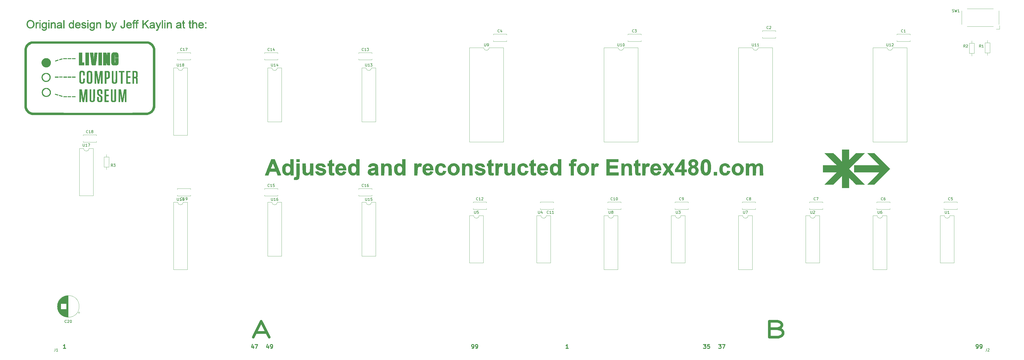
<source format=gbr>
G04 #@! TF.GenerationSoftware,KiCad,Pcbnew,5.1.4-e60b266~84~ubuntu18.04.1*
G04 #@! TF.CreationDate,2019-11-09T01:56:08-04:00*
G04 #@! TF.ProjectId,nova_modern,6e6f7661-5f6d-46f6-9465-726e2e6b6963,0.1*
G04 #@! TF.SameCoordinates,Original*
G04 #@! TF.FileFunction,Legend,Top*
G04 #@! TF.FilePolarity,Positive*
%FSLAX46Y46*%
G04 Gerber Fmt 4.6, Leading zero omitted, Abs format (unit mm)*
G04 Created by KiCad (PCBNEW 5.1.4-e60b266~84~ubuntu18.04.1) date 2019-11-09 01:56:08*
%MOMM*%
%LPD*%
G04 APERTURE LIST*
%ADD10C,1.000000*%
%ADD11C,0.300000*%
%ADD12C,0.010000*%
%ADD13C,0.120000*%
%ADD14C,0.150000*%
G04 APERTURE END LIST*
D10*
X315602857Y-92281428D02*
X316888571Y-92567142D01*
X317317142Y-92852857D01*
X317745714Y-93424285D01*
X317745714Y-94281428D01*
X317317142Y-94852857D01*
X316888571Y-95138571D01*
X316031428Y-95424285D01*
X312602857Y-95424285D01*
X312602857Y-89424285D01*
X315602857Y-89424285D01*
X316460000Y-89710000D01*
X316888571Y-89995714D01*
X317317142Y-90567142D01*
X317317142Y-91138571D01*
X316888571Y-91710000D01*
X316460000Y-91995714D01*
X315602857Y-92281428D01*
X312602857Y-92281428D01*
X118507142Y-93710000D02*
X122792857Y-93710000D01*
X117650000Y-95424285D02*
X120650000Y-89424285D01*
X123650000Y-95424285D01*
D11*
X390795000Y-99738571D02*
X391080714Y-99738571D01*
X391223571Y-99667142D01*
X391295000Y-99595714D01*
X391437857Y-99381428D01*
X391509285Y-99095714D01*
X391509285Y-98524285D01*
X391437857Y-98381428D01*
X391366428Y-98310000D01*
X391223571Y-98238571D01*
X390937857Y-98238571D01*
X390795000Y-98310000D01*
X390723571Y-98381428D01*
X390652142Y-98524285D01*
X390652142Y-98881428D01*
X390723571Y-99024285D01*
X390795000Y-99095714D01*
X390937857Y-99167142D01*
X391223571Y-99167142D01*
X391366428Y-99095714D01*
X391437857Y-99024285D01*
X391509285Y-98881428D01*
X392223571Y-99738571D02*
X392509285Y-99738571D01*
X392652142Y-99667142D01*
X392723571Y-99595714D01*
X392866428Y-99381428D01*
X392937857Y-99095714D01*
X392937857Y-98524285D01*
X392866428Y-98381428D01*
X392795000Y-98310000D01*
X392652142Y-98238571D01*
X392366428Y-98238571D01*
X392223571Y-98310000D01*
X392152142Y-98381428D01*
X392080714Y-98524285D01*
X392080714Y-98881428D01*
X392152142Y-99024285D01*
X392223571Y-99095714D01*
X392366428Y-99167142D01*
X392652142Y-99167142D01*
X392795000Y-99095714D01*
X392866428Y-99024285D01*
X392937857Y-98881428D01*
X293425714Y-98238571D02*
X294354285Y-98238571D01*
X293854285Y-98810000D01*
X294068571Y-98810000D01*
X294211428Y-98881428D01*
X294282857Y-98952857D01*
X294354285Y-99095714D01*
X294354285Y-99452857D01*
X294282857Y-99595714D01*
X294211428Y-99667142D01*
X294068571Y-99738571D01*
X293640000Y-99738571D01*
X293497142Y-99667142D01*
X293425714Y-99595714D01*
X294854285Y-98238571D02*
X295854285Y-98238571D01*
X295211428Y-99738571D01*
X287710714Y-98238571D02*
X288639285Y-98238571D01*
X288139285Y-98810000D01*
X288353571Y-98810000D01*
X288496428Y-98881428D01*
X288567857Y-98952857D01*
X288639285Y-99095714D01*
X288639285Y-99452857D01*
X288567857Y-99595714D01*
X288496428Y-99667142D01*
X288353571Y-99738571D01*
X287925000Y-99738571D01*
X287782142Y-99667142D01*
X287710714Y-99595714D01*
X289996428Y-98238571D02*
X289282142Y-98238571D01*
X289210714Y-98952857D01*
X289282142Y-98881428D01*
X289425000Y-98810000D01*
X289782142Y-98810000D01*
X289925000Y-98881428D01*
X289996428Y-98952857D01*
X290067857Y-99095714D01*
X290067857Y-99452857D01*
X289996428Y-99595714D01*
X289925000Y-99667142D01*
X289782142Y-99738571D01*
X289425000Y-99738571D01*
X289282142Y-99667142D01*
X289210714Y-99595714D01*
X236648571Y-99738571D02*
X235791428Y-99738571D01*
X236220000Y-99738571D02*
X236220000Y-98238571D01*
X236077142Y-98452857D01*
X235934285Y-98595714D01*
X235791428Y-98667142D01*
X200295000Y-99738571D02*
X200580714Y-99738571D01*
X200723571Y-99667142D01*
X200795000Y-99595714D01*
X200937857Y-99381428D01*
X201009285Y-99095714D01*
X201009285Y-98524285D01*
X200937857Y-98381428D01*
X200866428Y-98310000D01*
X200723571Y-98238571D01*
X200437857Y-98238571D01*
X200295000Y-98310000D01*
X200223571Y-98381428D01*
X200152142Y-98524285D01*
X200152142Y-98881428D01*
X200223571Y-99024285D01*
X200295000Y-99095714D01*
X200437857Y-99167142D01*
X200723571Y-99167142D01*
X200866428Y-99095714D01*
X200937857Y-99024285D01*
X201009285Y-98881428D01*
X201723571Y-99738571D02*
X202009285Y-99738571D01*
X202152142Y-99667142D01*
X202223571Y-99595714D01*
X202366428Y-99381428D01*
X202437857Y-99095714D01*
X202437857Y-98524285D01*
X202366428Y-98381428D01*
X202295000Y-98310000D01*
X202152142Y-98238571D01*
X201866428Y-98238571D01*
X201723571Y-98310000D01*
X201652142Y-98381428D01*
X201580714Y-98524285D01*
X201580714Y-98881428D01*
X201652142Y-99024285D01*
X201723571Y-99095714D01*
X201866428Y-99167142D01*
X202152142Y-99167142D01*
X202295000Y-99095714D01*
X202366428Y-99024285D01*
X202437857Y-98881428D01*
X123396428Y-98738571D02*
X123396428Y-99738571D01*
X123039285Y-98167142D02*
X122682142Y-99238571D01*
X123610714Y-99238571D01*
X124253571Y-99738571D02*
X124539285Y-99738571D01*
X124682142Y-99667142D01*
X124753571Y-99595714D01*
X124896428Y-99381428D01*
X124967857Y-99095714D01*
X124967857Y-98524285D01*
X124896428Y-98381428D01*
X124825000Y-98310000D01*
X124682142Y-98238571D01*
X124396428Y-98238571D01*
X124253571Y-98310000D01*
X124182142Y-98381428D01*
X124110714Y-98524285D01*
X124110714Y-98881428D01*
X124182142Y-99024285D01*
X124253571Y-99095714D01*
X124396428Y-99167142D01*
X124682142Y-99167142D01*
X124825000Y-99095714D01*
X124896428Y-99024285D01*
X124967857Y-98881428D01*
X117681428Y-98738571D02*
X117681428Y-99738571D01*
X117324285Y-98167142D02*
X116967142Y-99238571D01*
X117895714Y-99238571D01*
X118324285Y-98238571D02*
X119324285Y-98238571D01*
X118681428Y-99738571D01*
X46783571Y-99738571D02*
X45926428Y-99738571D01*
X46355000Y-99738571D02*
X46355000Y-98238571D01*
X46212142Y-98452857D01*
X46069285Y-98595714D01*
X45926428Y-98667142D01*
D12*
G36*
X135113889Y-29210000D02*
G01*
X133914445Y-29210000D01*
X133914445Y-28151667D01*
X135113889Y-28151667D01*
X135113889Y-29210000D01*
X135113889Y-29210000D01*
G37*
X135113889Y-29210000D02*
X133914445Y-29210000D01*
X133914445Y-28151667D01*
X135113889Y-28151667D01*
X135113889Y-29210000D01*
G36*
X309183381Y-29776843D02*
G01*
X309551701Y-29947416D01*
X309860555Y-30224099D01*
X310010176Y-30444722D01*
X310047438Y-30531578D01*
X310076857Y-30653046D01*
X310099662Y-30826672D01*
X310117085Y-31069999D01*
X310130354Y-31400570D01*
X310140701Y-31835930D01*
X310149355Y-32393623D01*
X310149932Y-32437917D01*
X310172919Y-34219445D01*
X308962778Y-34219445D01*
X308962778Y-30967475D01*
X308781026Y-30785723D01*
X308632107Y-30665843D01*
X308474838Y-30629394D01*
X308316938Y-30641839D01*
X308095878Y-30698808D01*
X307914695Y-30790394D01*
X307891745Y-30808993D01*
X307777749Y-30923296D01*
X307690044Y-31047194D01*
X307624569Y-31201028D01*
X307577262Y-31405141D01*
X307544065Y-31679876D01*
X307520915Y-32045572D01*
X307503753Y-32522574D01*
X307496671Y-32788145D01*
X307460905Y-34219445D01*
X306352223Y-34219445D01*
X306352223Y-32700234D01*
X306349077Y-32114035D01*
X306337684Y-31653180D01*
X306315109Y-31302002D01*
X306278416Y-31044835D01*
X306224671Y-30866011D01*
X306150938Y-30749864D01*
X306054283Y-30680726D01*
X305968353Y-30651135D01*
X305631676Y-30632189D01*
X305330431Y-30738579D01*
X305090664Y-30954841D01*
X304939427Y-31261986D01*
X304917709Y-31407336D01*
X304898805Y-31666890D01*
X304883872Y-32013753D01*
X304874070Y-32421026D01*
X304870556Y-32860784D01*
X304870556Y-34219445D01*
X303671112Y-34219445D01*
X303671112Y-29774445D01*
X304791482Y-29774445D01*
X304835278Y-30290231D01*
X305058153Y-30102033D01*
X305416759Y-29874776D01*
X305815383Y-29747417D01*
X306224543Y-29718725D01*
X306614755Y-29787468D01*
X306956535Y-29952413D01*
X307205610Y-30191779D01*
X307367382Y-30410587D01*
X307582997Y-30202341D01*
X307955405Y-29925129D01*
X308361856Y-29763364D01*
X308778974Y-29714714D01*
X309183381Y-29776843D01*
X309183381Y-29776843D01*
G37*
X309183381Y-29776843D02*
X309551701Y-29947416D01*
X309860555Y-30224099D01*
X310010176Y-30444722D01*
X310047438Y-30531578D01*
X310076857Y-30653046D01*
X310099662Y-30826672D01*
X310117085Y-31069999D01*
X310130354Y-31400570D01*
X310140701Y-31835930D01*
X310149355Y-32393623D01*
X310149932Y-32437917D01*
X310172919Y-34219445D01*
X308962778Y-34219445D01*
X308962778Y-30967475D01*
X308781026Y-30785723D01*
X308632107Y-30665843D01*
X308474838Y-30629394D01*
X308316938Y-30641839D01*
X308095878Y-30698808D01*
X307914695Y-30790394D01*
X307891745Y-30808993D01*
X307777749Y-30923296D01*
X307690044Y-31047194D01*
X307624569Y-31201028D01*
X307577262Y-31405141D01*
X307544065Y-31679876D01*
X307520915Y-32045572D01*
X307503753Y-32522574D01*
X307496671Y-32788145D01*
X307460905Y-34219445D01*
X306352223Y-34219445D01*
X306352223Y-32700234D01*
X306349077Y-32114035D01*
X306337684Y-31653180D01*
X306315109Y-31302002D01*
X306278416Y-31044835D01*
X306224671Y-30866011D01*
X306150938Y-30749864D01*
X306054283Y-30680726D01*
X305968353Y-30651135D01*
X305631676Y-30632189D01*
X305330431Y-30738579D01*
X305090664Y-30954841D01*
X304939427Y-31261986D01*
X304917709Y-31407336D01*
X304898805Y-31666890D01*
X304883872Y-32013753D01*
X304874070Y-32421026D01*
X304870556Y-32860784D01*
X304870556Y-34219445D01*
X303671112Y-34219445D01*
X303671112Y-29774445D01*
X304791482Y-29774445D01*
X304835278Y-30290231D01*
X305058153Y-30102033D01*
X305416759Y-29874776D01*
X305815383Y-29747417D01*
X306224543Y-29718725D01*
X306614755Y-29787468D01*
X306956535Y-29952413D01*
X307205610Y-30191779D01*
X307367382Y-30410587D01*
X307582997Y-30202341D01*
X307955405Y-29925129D01*
X308361856Y-29763364D01*
X308778974Y-29714714D01*
X309183381Y-29776843D01*
G36*
X292735000Y-34219445D02*
G01*
X291606112Y-34219445D01*
X291606112Y-33020000D01*
X292735000Y-33020000D01*
X292735000Y-34219445D01*
X292735000Y-34219445D01*
G37*
X292735000Y-34219445D02*
X291606112Y-34219445D01*
X291606112Y-33020000D01*
X292735000Y-33020000D01*
X292735000Y-34219445D01*
G36*
X280528889Y-32032222D02*
G01*
X281305000Y-32032222D01*
X281305000Y-33020000D01*
X280528889Y-33020000D01*
X280528889Y-34219445D01*
X279400000Y-34219445D01*
X279400000Y-33020000D01*
X276930556Y-33020000D01*
X276930556Y-32063382D01*
X277012695Y-31944028D01*
X278102881Y-31944028D01*
X278110072Y-31986416D01*
X278203486Y-32013529D01*
X278401291Y-32027940D01*
X278721655Y-32032222D01*
X279400000Y-32032222D01*
X279400000Y-31079722D01*
X279398229Y-30731547D01*
X279393373Y-30440438D01*
X279386119Y-30232102D01*
X279377155Y-30132249D01*
X279374540Y-30127222D01*
X279329787Y-30181432D01*
X279221985Y-30328118D01*
X279067869Y-30543369D01*
X278884177Y-30803274D01*
X278687645Y-31083920D01*
X278495011Y-31361396D01*
X278323012Y-31611790D01*
X278188383Y-31811190D01*
X278107863Y-31935684D01*
X278102881Y-31944028D01*
X277012695Y-31944028D01*
X279574044Y-28222222D01*
X280528889Y-28222222D01*
X280528889Y-32032222D01*
X280528889Y-32032222D01*
G37*
X280528889Y-32032222D02*
X281305000Y-32032222D01*
X281305000Y-33020000D01*
X280528889Y-33020000D01*
X280528889Y-34219445D01*
X279400000Y-34219445D01*
X279400000Y-33020000D01*
X276930556Y-33020000D01*
X276930556Y-32063382D01*
X277012695Y-31944028D01*
X278102881Y-31944028D01*
X278110072Y-31986416D01*
X278203486Y-32013529D01*
X278401291Y-32027940D01*
X278721655Y-32032222D01*
X279400000Y-32032222D01*
X279400000Y-31079722D01*
X279398229Y-30731547D01*
X279393373Y-30440438D01*
X279386119Y-30232102D01*
X279377155Y-30132249D01*
X279374540Y-30127222D01*
X279329787Y-30181432D01*
X279221985Y-30328118D01*
X279067869Y-30543369D01*
X278884177Y-30803274D01*
X278687645Y-31083920D01*
X278495011Y-31361396D01*
X278323012Y-31611790D01*
X278188383Y-31811190D01*
X278107863Y-31935684D01*
X278102881Y-31944028D01*
X277012695Y-31944028D01*
X279574044Y-28222222D01*
X280528889Y-28222222D01*
X280528889Y-32032222D01*
G36*
X273984379Y-30386352D02*
G01*
X274373416Y-30998259D01*
X274780633Y-30386352D01*
X275187849Y-29774445D01*
X275847536Y-29774445D01*
X276133071Y-29778217D01*
X276356363Y-29788347D01*
X276486523Y-29803052D01*
X276507223Y-29812497D01*
X276468324Y-29879629D01*
X276360466Y-30042085D01*
X276196904Y-30280504D01*
X275990895Y-30575524D01*
X275798664Y-30847399D01*
X275568992Y-31177081D01*
X275373846Y-31469822D01*
X275225978Y-31705442D01*
X275138138Y-31863762D01*
X275119820Y-31921683D01*
X275167899Y-32001878D01*
X275283610Y-32178032D01*
X275453702Y-32430475D01*
X275664923Y-32739536D01*
X275898934Y-33078221D01*
X276135013Y-33419752D01*
X276340559Y-33720149D01*
X276503007Y-33960793D01*
X276609787Y-34123067D01*
X276648333Y-34188354D01*
X276648334Y-34188385D01*
X276582792Y-34201501D01*
X276406212Y-34211878D01*
X276148657Y-34218175D01*
X275951948Y-34219445D01*
X275255562Y-34219445D01*
X274853919Y-33585878D01*
X274683625Y-33322059D01*
X274537815Y-33105050D01*
X274434646Y-32961356D01*
X274396049Y-32917562D01*
X274338058Y-32959149D01*
X274223152Y-33098356D01*
X274068557Y-33312738D01*
X273909898Y-33551129D01*
X273479973Y-34219445D01*
X272802211Y-34219445D01*
X272463676Y-34212578D01*
X272249475Y-34192509D01*
X272166736Y-34160038D01*
X272168337Y-34148434D01*
X272220757Y-34069930D01*
X272339706Y-33895011D01*
X272511656Y-33643467D01*
X272723082Y-33335088D01*
X272946682Y-33009685D01*
X273177399Y-32666726D01*
X273373354Y-32360869D01*
X273522727Y-32111797D01*
X273613694Y-31939192D01*
X273635049Y-31863612D01*
X273580386Y-31781332D01*
X273459544Y-31605271D01*
X273287507Y-31357083D01*
X273079261Y-31058420D01*
X272946010Y-30868056D01*
X272722724Y-30548843D01*
X272526081Y-30266453D01*
X272371298Y-30042835D01*
X272273592Y-29899940D01*
X272249034Y-29862639D01*
X272254922Y-29820949D01*
X272345729Y-29794001D01*
X272539492Y-29779334D01*
X272854250Y-29774484D01*
X272895174Y-29774445D01*
X273595341Y-29774445D01*
X273984379Y-30386352D01*
X273984379Y-30386352D01*
G37*
X273984379Y-30386352D02*
X274373416Y-30998259D01*
X274780633Y-30386352D01*
X275187849Y-29774445D01*
X275847536Y-29774445D01*
X276133071Y-29778217D01*
X276356363Y-29788347D01*
X276486523Y-29803052D01*
X276507223Y-29812497D01*
X276468324Y-29879629D01*
X276360466Y-30042085D01*
X276196904Y-30280504D01*
X275990895Y-30575524D01*
X275798664Y-30847399D01*
X275568992Y-31177081D01*
X275373846Y-31469822D01*
X275225978Y-31705442D01*
X275138138Y-31863762D01*
X275119820Y-31921683D01*
X275167899Y-32001878D01*
X275283610Y-32178032D01*
X275453702Y-32430475D01*
X275664923Y-32739536D01*
X275898934Y-33078221D01*
X276135013Y-33419752D01*
X276340559Y-33720149D01*
X276503007Y-33960793D01*
X276609787Y-34123067D01*
X276648333Y-34188354D01*
X276648334Y-34188385D01*
X276582792Y-34201501D01*
X276406212Y-34211878D01*
X276148657Y-34218175D01*
X275951948Y-34219445D01*
X275255562Y-34219445D01*
X274853919Y-33585878D01*
X274683625Y-33322059D01*
X274537815Y-33105050D01*
X274434646Y-32961356D01*
X274396049Y-32917562D01*
X274338058Y-32959149D01*
X274223152Y-33098356D01*
X274068557Y-33312738D01*
X273909898Y-33551129D01*
X273479973Y-34219445D01*
X272802211Y-34219445D01*
X272463676Y-34212578D01*
X272249475Y-34192509D01*
X272166736Y-34160038D01*
X272168337Y-34148434D01*
X272220757Y-34069930D01*
X272339706Y-33895011D01*
X272511656Y-33643467D01*
X272723082Y-33335088D01*
X272946682Y-33009685D01*
X273177399Y-32666726D01*
X273373354Y-32360869D01*
X273522727Y-32111797D01*
X273613694Y-31939192D01*
X273635049Y-31863612D01*
X273580386Y-31781332D01*
X273459544Y-31605271D01*
X273287507Y-31357083D01*
X273079261Y-31058420D01*
X272946010Y-30868056D01*
X272722724Y-30548843D01*
X272526081Y-30266453D01*
X272371298Y-30042835D01*
X272273592Y-29899940D01*
X272249034Y-29862639D01*
X272254922Y-29820949D01*
X272345729Y-29794001D01*
X272539492Y-29779334D01*
X272854250Y-29774484D01*
X272895174Y-29774445D01*
X273595341Y-29774445D01*
X273984379Y-30386352D01*
G36*
X266798080Y-29725683D02*
G01*
X267007621Y-29780522D01*
X267208403Y-29852590D01*
X267355695Y-29926072D01*
X267405556Y-29980029D01*
X267384266Y-30066444D01*
X267328124Y-30248672D01*
X267248726Y-30489280D01*
X267238569Y-30519174D01*
X267149795Y-30773446D01*
X267074711Y-30918576D01*
X266976684Y-30977254D01*
X266819081Y-30972171D01*
X266577895Y-30928398D01*
X266309024Y-30937820D01*
X266166307Y-31005645D01*
X266040772Y-31106878D01*
X265943385Y-31238359D01*
X265869859Y-31418998D01*
X265815908Y-31667703D01*
X265777247Y-32003381D01*
X265749589Y-32444941D01*
X265731307Y-32924671D01*
X265690508Y-34219445D01*
X264583334Y-34219445D01*
X264583334Y-29774445D01*
X265641667Y-29774445D01*
X265642449Y-30074306D01*
X265643232Y-30374167D01*
X265825047Y-30143463D01*
X266104980Y-29877433D01*
X266422504Y-29729800D01*
X266624513Y-29703889D01*
X266798080Y-29725683D01*
X266798080Y-29725683D01*
G37*
X266798080Y-29725683D02*
X267007621Y-29780522D01*
X267208403Y-29852590D01*
X267355695Y-29926072D01*
X267405556Y-29980029D01*
X267384266Y-30066444D01*
X267328124Y-30248672D01*
X267248726Y-30489280D01*
X267238569Y-30519174D01*
X267149795Y-30773446D01*
X267074711Y-30918576D01*
X266976684Y-30977254D01*
X266819081Y-30972171D01*
X266577895Y-30928398D01*
X266309024Y-30937820D01*
X266166307Y-31005645D01*
X266040772Y-31106878D01*
X265943385Y-31238359D01*
X265869859Y-31418998D01*
X265815908Y-31667703D01*
X265777247Y-32003381D01*
X265749589Y-32444941D01*
X265731307Y-32924671D01*
X265690508Y-34219445D01*
X264583334Y-34219445D01*
X264583334Y-29774445D01*
X265641667Y-29774445D01*
X265642449Y-30074306D01*
X265643232Y-30374167D01*
X265825047Y-30143463D01*
X266104980Y-29877433D01*
X266422504Y-29729800D01*
X266624513Y-29703889D01*
X266798080Y-29725683D01*
G36*
X259335581Y-29725371D02*
G01*
X259773553Y-29823195D01*
X260138176Y-30012104D01*
X260404451Y-30278554D01*
X260431085Y-30319057D01*
X260481680Y-30405154D01*
X260521056Y-30493195D01*
X260550882Y-30601687D01*
X260572826Y-30749141D01*
X260588557Y-30954064D01*
X260599744Y-31234966D01*
X260608055Y-31610356D01*
X260615159Y-32098743D01*
X260618920Y-32402639D01*
X260640895Y-34219445D01*
X259503334Y-34219445D01*
X259501651Y-32861250D01*
X259497594Y-32287829D01*
X259485179Y-31837293D01*
X259461656Y-31491529D01*
X259424272Y-31232422D01*
X259370279Y-31041860D01*
X259296926Y-30901727D01*
X259201461Y-30793910D01*
X259185593Y-30779861D01*
X258937973Y-30651631D01*
X258652169Y-30634433D01*
X258364789Y-30719639D01*
X258112441Y-30898621D01*
X257983289Y-31063224D01*
X257936139Y-31153937D01*
X257900299Y-31263160D01*
X257873794Y-31411684D01*
X257854648Y-31620298D01*
X257840888Y-31909794D01*
X257830537Y-32300961D01*
X257822531Y-32755417D01*
X257799784Y-34219445D01*
X256681112Y-34219445D01*
X256681112Y-29774445D01*
X257739445Y-29774445D01*
X257739445Y-30337957D01*
X258059790Y-30093432D01*
X258490321Y-29840650D01*
X258947388Y-29724133D01*
X259335581Y-29725371D01*
X259335581Y-29725371D01*
G37*
X259335581Y-29725371D02*
X259773553Y-29823195D01*
X260138176Y-30012104D01*
X260404451Y-30278554D01*
X260431085Y-30319057D01*
X260481680Y-30405154D01*
X260521056Y-30493195D01*
X260550882Y-30601687D01*
X260572826Y-30749141D01*
X260588557Y-30954064D01*
X260599744Y-31234966D01*
X260608055Y-31610356D01*
X260615159Y-32098743D01*
X260618920Y-32402639D01*
X260640895Y-34219445D01*
X259503334Y-34219445D01*
X259501651Y-32861250D01*
X259497594Y-32287829D01*
X259485179Y-31837293D01*
X259461656Y-31491529D01*
X259424272Y-31232422D01*
X259370279Y-31041860D01*
X259296926Y-30901727D01*
X259201461Y-30793910D01*
X259185593Y-30779861D01*
X258937973Y-30651631D01*
X258652169Y-30634433D01*
X258364789Y-30719639D01*
X258112441Y-30898621D01*
X257983289Y-31063224D01*
X257936139Y-31153937D01*
X257900299Y-31263160D01*
X257873794Y-31411684D01*
X257854648Y-31620298D01*
X257840888Y-31909794D01*
X257830537Y-32300961D01*
X257822531Y-32755417D01*
X257799784Y-34219445D01*
X256681112Y-34219445D01*
X256681112Y-29774445D01*
X257739445Y-29774445D01*
X257739445Y-30337957D01*
X258059790Y-30093432D01*
X258490321Y-29840650D01*
X258947388Y-29724133D01*
X259335581Y-29725371D01*
G36*
X255481667Y-29210000D02*
G01*
X252236112Y-29210000D01*
X252236112Y-30550556D01*
X255270000Y-30550556D01*
X255270000Y-31608889D01*
X252236112Y-31608889D01*
X252236112Y-33161111D01*
X255622778Y-33161111D01*
X255622778Y-34219445D01*
X251036667Y-34219445D01*
X251036667Y-28151667D01*
X255481667Y-28151667D01*
X255481667Y-29210000D01*
X255481667Y-29210000D01*
G37*
X255481667Y-29210000D02*
X252236112Y-29210000D01*
X252236112Y-30550556D01*
X255270000Y-30550556D01*
X255270000Y-31608889D01*
X252236112Y-31608889D01*
X252236112Y-33161111D01*
X255622778Y-33161111D01*
X255622778Y-34219445D01*
X251036667Y-34219445D01*
X251036667Y-28151667D01*
X255481667Y-28151667D01*
X255481667Y-29210000D01*
G36*
X247536413Y-29725683D02*
G01*
X247745954Y-29780522D01*
X247946736Y-29852590D01*
X248094028Y-29926072D01*
X248143889Y-29980029D01*
X248122599Y-30066444D01*
X248066457Y-30248672D01*
X247987059Y-30489280D01*
X247976903Y-30519174D01*
X247888129Y-30773446D01*
X247813045Y-30918576D01*
X247715017Y-30977254D01*
X247557414Y-30972171D01*
X247316228Y-30928398D01*
X247047358Y-30937820D01*
X246904640Y-31005645D01*
X246779105Y-31106878D01*
X246681718Y-31238359D01*
X246608192Y-31418998D01*
X246554242Y-31667703D01*
X246515580Y-32003381D01*
X246487922Y-32444941D01*
X246469641Y-32924671D01*
X246428841Y-34219445D01*
X245321667Y-34219445D01*
X245321667Y-29774445D01*
X246380000Y-29774445D01*
X246380783Y-30074306D01*
X246381565Y-30374167D01*
X246563380Y-30143463D01*
X246843313Y-29877433D01*
X247160838Y-29729800D01*
X247362847Y-29703889D01*
X247536413Y-29725683D01*
X247536413Y-29725683D01*
G37*
X247536413Y-29725683D02*
X247745954Y-29780522D01*
X247946736Y-29852590D01*
X248094028Y-29926072D01*
X248143889Y-29980029D01*
X248122599Y-30066444D01*
X248066457Y-30248672D01*
X247987059Y-30489280D01*
X247976903Y-30519174D01*
X247888129Y-30773446D01*
X247813045Y-30918576D01*
X247715017Y-30977254D01*
X247557414Y-30972171D01*
X247316228Y-30928398D01*
X247047358Y-30937820D01*
X246904640Y-31005645D01*
X246779105Y-31106878D01*
X246681718Y-31238359D01*
X246608192Y-31418998D01*
X246554242Y-31667703D01*
X246515580Y-32003381D01*
X246487922Y-32444941D01*
X246469641Y-32924671D01*
X246428841Y-34219445D01*
X245321667Y-34219445D01*
X245321667Y-29774445D01*
X246380000Y-29774445D01*
X246380783Y-30074306D01*
X246381565Y-30374167D01*
X246563380Y-30143463D01*
X246843313Y-29877433D01*
X247160838Y-29729800D01*
X247362847Y-29703889D01*
X247536413Y-29725683D01*
G36*
X239125558Y-28100249D02*
G01*
X239411170Y-28130457D01*
X239638999Y-28176687D01*
X239737599Y-28215931D01*
X239789979Y-28287528D01*
X239798895Y-28431702D01*
X239771368Y-28653955D01*
X239710698Y-29033611D01*
X239336637Y-29009151D01*
X239023520Y-29020316D01*
X238820604Y-29109514D01*
X238714225Y-29287174D01*
X238689445Y-29503158D01*
X238689445Y-29774445D01*
X239536112Y-29774445D01*
X239536112Y-30691667D01*
X238689445Y-30691667D01*
X238689445Y-34219445D01*
X237560556Y-34219445D01*
X237560556Y-30691667D01*
X236855000Y-30691667D01*
X236855000Y-29774445D01*
X237560556Y-29774445D01*
X237560820Y-29298195D01*
X237603229Y-28866509D01*
X237735766Y-28539829D01*
X237967209Y-28307859D01*
X238306334Y-28160303D01*
X238576821Y-28106380D01*
X238831121Y-28090683D01*
X239125558Y-28100249D01*
X239125558Y-28100249D01*
G37*
X239125558Y-28100249D02*
X239411170Y-28130457D01*
X239638999Y-28176687D01*
X239737599Y-28215931D01*
X239789979Y-28287528D01*
X239798895Y-28431702D01*
X239771368Y-28653955D01*
X239710698Y-29033611D01*
X239336637Y-29009151D01*
X239023520Y-29020316D01*
X238820604Y-29109514D01*
X238714225Y-29287174D01*
X238689445Y-29503158D01*
X238689445Y-29774445D01*
X239536112Y-29774445D01*
X239536112Y-30691667D01*
X238689445Y-30691667D01*
X238689445Y-34219445D01*
X237560556Y-34219445D01*
X237560556Y-30691667D01*
X236855000Y-30691667D01*
X236855000Y-29774445D01*
X237560556Y-29774445D01*
X237560820Y-29298195D01*
X237603229Y-28866509D01*
X237735766Y-28539829D01*
X237967209Y-28307859D01*
X238306334Y-28160303D01*
X238576821Y-28106380D01*
X238831121Y-28090683D01*
X239125558Y-28100249D01*
G36*
X211341413Y-29725683D02*
G01*
X211550954Y-29780522D01*
X211751736Y-29852590D01*
X211899028Y-29926072D01*
X211948889Y-29980029D01*
X211927599Y-30066444D01*
X211871457Y-30248672D01*
X211792059Y-30489280D01*
X211781903Y-30519174D01*
X211693129Y-30773446D01*
X211618045Y-30918576D01*
X211520017Y-30977254D01*
X211362414Y-30972171D01*
X211121228Y-30928398D01*
X210852358Y-30937820D01*
X210709640Y-31005645D01*
X210584105Y-31106878D01*
X210486718Y-31238359D01*
X210413192Y-31418998D01*
X210359242Y-31667703D01*
X210320580Y-32003381D01*
X210292922Y-32444941D01*
X210274641Y-32924671D01*
X210233841Y-34219445D01*
X209126667Y-34219445D01*
X209126667Y-29774445D01*
X210185000Y-29774445D01*
X210185783Y-30074306D01*
X210186565Y-30374167D01*
X210368380Y-30143463D01*
X210648313Y-29877433D01*
X210965838Y-29729800D01*
X211167847Y-29703889D01*
X211341413Y-29725683D01*
X211341413Y-29725683D01*
G37*
X211341413Y-29725683D02*
X211550954Y-29780522D01*
X211751736Y-29852590D01*
X211899028Y-29926072D01*
X211948889Y-29980029D01*
X211927599Y-30066444D01*
X211871457Y-30248672D01*
X211792059Y-30489280D01*
X211781903Y-30519174D01*
X211693129Y-30773446D01*
X211618045Y-30918576D01*
X211520017Y-30977254D01*
X211362414Y-30972171D01*
X211121228Y-30928398D01*
X210852358Y-30937820D01*
X210709640Y-31005645D01*
X210584105Y-31106878D01*
X210486718Y-31238359D01*
X210413192Y-31418998D01*
X210359242Y-31667703D01*
X210320580Y-32003381D01*
X210292922Y-32444941D01*
X210274641Y-32924671D01*
X210233841Y-34219445D01*
X209126667Y-34219445D01*
X209126667Y-29774445D01*
X210185000Y-29774445D01*
X210185783Y-30074306D01*
X210186565Y-30374167D01*
X210368380Y-30143463D01*
X210648313Y-29877433D01*
X210965838Y-29729800D01*
X211167847Y-29703889D01*
X211341413Y-29725683D01*
G36*
X199151692Y-29725371D02*
G01*
X199589664Y-29823195D01*
X199954287Y-30012104D01*
X200220562Y-30278554D01*
X200247196Y-30319057D01*
X200297791Y-30405154D01*
X200337167Y-30493195D01*
X200366993Y-30601687D01*
X200388937Y-30749141D01*
X200404668Y-30954064D01*
X200415855Y-31234966D01*
X200424167Y-31610356D01*
X200431271Y-32098743D01*
X200435031Y-32402639D01*
X200457006Y-34219445D01*
X199319445Y-34219445D01*
X199317762Y-32861250D01*
X199313705Y-32287829D01*
X199301290Y-31837293D01*
X199277767Y-31491529D01*
X199240384Y-31232422D01*
X199186390Y-31041860D01*
X199113037Y-30901727D01*
X199017572Y-30793910D01*
X199001704Y-30779861D01*
X198754084Y-30651631D01*
X198468280Y-30634433D01*
X198180900Y-30719639D01*
X197928552Y-30898621D01*
X197799400Y-31063224D01*
X197752250Y-31153937D01*
X197716410Y-31263160D01*
X197689905Y-31411684D01*
X197670760Y-31620298D01*
X197656999Y-31909794D01*
X197646648Y-32300961D01*
X197638642Y-32755417D01*
X197615895Y-34219445D01*
X196497223Y-34219445D01*
X196497223Y-29774445D01*
X197555556Y-29774445D01*
X197555556Y-30337957D01*
X197875901Y-30093432D01*
X198306433Y-29840650D01*
X198763499Y-29724133D01*
X199151692Y-29725371D01*
X199151692Y-29725371D01*
G37*
X199151692Y-29725371D02*
X199589664Y-29823195D01*
X199954287Y-30012104D01*
X200220562Y-30278554D01*
X200247196Y-30319057D01*
X200297791Y-30405154D01*
X200337167Y-30493195D01*
X200366993Y-30601687D01*
X200388937Y-30749141D01*
X200404668Y-30954064D01*
X200415855Y-31234966D01*
X200424167Y-31610356D01*
X200431271Y-32098743D01*
X200435031Y-32402639D01*
X200457006Y-34219445D01*
X199319445Y-34219445D01*
X199317762Y-32861250D01*
X199313705Y-32287829D01*
X199301290Y-31837293D01*
X199277767Y-31491529D01*
X199240384Y-31232422D01*
X199186390Y-31041860D01*
X199113037Y-30901727D01*
X199017572Y-30793910D01*
X199001704Y-30779861D01*
X198754084Y-30651631D01*
X198468280Y-30634433D01*
X198180900Y-30719639D01*
X197928552Y-30898621D01*
X197799400Y-31063224D01*
X197752250Y-31153937D01*
X197716410Y-31263160D01*
X197689905Y-31411684D01*
X197670760Y-31620298D01*
X197656999Y-31909794D01*
X197646648Y-32300961D01*
X197638642Y-32755417D01*
X197615895Y-34219445D01*
X196497223Y-34219445D01*
X196497223Y-29774445D01*
X197555556Y-29774445D01*
X197555556Y-30337957D01*
X197875901Y-30093432D01*
X198306433Y-29840650D01*
X198763499Y-29724133D01*
X199151692Y-29725371D01*
G36*
X180720302Y-29725683D02*
G01*
X180929843Y-29780522D01*
X181130625Y-29852590D01*
X181277917Y-29926072D01*
X181327778Y-29980029D01*
X181306488Y-30066444D01*
X181250346Y-30248672D01*
X181170948Y-30489280D01*
X181160791Y-30519174D01*
X181072018Y-30773446D01*
X180996933Y-30918576D01*
X180898906Y-30977254D01*
X180741303Y-30972171D01*
X180500117Y-30928398D01*
X180231247Y-30937820D01*
X180088529Y-31005645D01*
X179962994Y-31106878D01*
X179865607Y-31238359D01*
X179792081Y-31418998D01*
X179738131Y-31667703D01*
X179699469Y-32003381D01*
X179671811Y-32444941D01*
X179653530Y-32924671D01*
X179612730Y-34219445D01*
X178505556Y-34219445D01*
X178505556Y-29774445D01*
X179563889Y-29774445D01*
X179564672Y-30074306D01*
X179565454Y-30374167D01*
X179747269Y-30143463D01*
X180027202Y-29877433D01*
X180344726Y-29729800D01*
X180546735Y-29703889D01*
X180720302Y-29725683D01*
X180720302Y-29725683D01*
G37*
X180720302Y-29725683D02*
X180929843Y-29780522D01*
X181130625Y-29852590D01*
X181277917Y-29926072D01*
X181327778Y-29980029D01*
X181306488Y-30066444D01*
X181250346Y-30248672D01*
X181170948Y-30489280D01*
X181160791Y-30519174D01*
X181072018Y-30773446D01*
X180996933Y-30918576D01*
X180898906Y-30977254D01*
X180741303Y-30972171D01*
X180500117Y-30928398D01*
X180231247Y-30937820D01*
X180088529Y-31005645D01*
X179962994Y-31106878D01*
X179865607Y-31238359D01*
X179792081Y-31418998D01*
X179738131Y-31667703D01*
X179699469Y-32003381D01*
X179671811Y-32444941D01*
X179653530Y-32924671D01*
X179612730Y-34219445D01*
X178505556Y-34219445D01*
X178505556Y-29774445D01*
X179563889Y-29774445D01*
X179564672Y-30074306D01*
X179565454Y-30374167D01*
X179747269Y-30143463D01*
X180027202Y-29877433D01*
X180344726Y-29729800D01*
X180546735Y-29703889D01*
X180720302Y-29725683D01*
G36*
X168601136Y-29725371D02*
G01*
X169039109Y-29823195D01*
X169403732Y-30012104D01*
X169670007Y-30278554D01*
X169696640Y-30319057D01*
X169747235Y-30405154D01*
X169786611Y-30493195D01*
X169816437Y-30601687D01*
X169838381Y-30749141D01*
X169854113Y-30954064D01*
X169865300Y-31234966D01*
X169873611Y-31610356D01*
X169880715Y-32098743D01*
X169884475Y-32402639D01*
X169906450Y-34219445D01*
X168768889Y-34219445D01*
X168767206Y-32861250D01*
X168763150Y-32287829D01*
X168750735Y-31837293D01*
X168727211Y-31491529D01*
X168689828Y-31232422D01*
X168635835Y-31041860D01*
X168562481Y-30901727D01*
X168467016Y-30793910D01*
X168451149Y-30779861D01*
X168203528Y-30651631D01*
X167917724Y-30634433D01*
X167630344Y-30719639D01*
X167377996Y-30898621D01*
X167248845Y-31063224D01*
X167201695Y-31153937D01*
X167165854Y-31263160D01*
X167139349Y-31411684D01*
X167120204Y-31620298D01*
X167106443Y-31909794D01*
X167096093Y-32300961D01*
X167088086Y-32755417D01*
X167065339Y-34219445D01*
X165946667Y-34219445D01*
X165946667Y-29774445D01*
X167005000Y-29774445D01*
X167005000Y-30337957D01*
X167325346Y-30093432D01*
X167755877Y-29840650D01*
X168212944Y-29724133D01*
X168601136Y-29725371D01*
X168601136Y-29725371D01*
G37*
X168601136Y-29725371D02*
X169039109Y-29823195D01*
X169403732Y-30012104D01*
X169670007Y-30278554D01*
X169696640Y-30319057D01*
X169747235Y-30405154D01*
X169786611Y-30493195D01*
X169816437Y-30601687D01*
X169838381Y-30749141D01*
X169854113Y-30954064D01*
X169865300Y-31234966D01*
X169873611Y-31610356D01*
X169880715Y-32098743D01*
X169884475Y-32402639D01*
X169906450Y-34219445D01*
X168768889Y-34219445D01*
X168767206Y-32861250D01*
X168763150Y-32287829D01*
X168750735Y-31837293D01*
X168727211Y-31491529D01*
X168689828Y-31232422D01*
X168635835Y-31041860D01*
X168562481Y-30901727D01*
X168467016Y-30793910D01*
X168451149Y-30779861D01*
X168203528Y-30651631D01*
X167917724Y-30634433D01*
X167630344Y-30719639D01*
X167377996Y-30898621D01*
X167248845Y-31063224D01*
X167201695Y-31153937D01*
X167165854Y-31263160D01*
X167139349Y-31411684D01*
X167120204Y-31620298D01*
X167106443Y-31909794D01*
X167096093Y-32300961D01*
X167088086Y-32755417D01*
X167065339Y-34219445D01*
X165946667Y-34219445D01*
X165946667Y-29774445D01*
X167005000Y-29774445D01*
X167005000Y-30337957D01*
X167325346Y-30093432D01*
X167755877Y-29840650D01*
X168212944Y-29724133D01*
X168601136Y-29725371D01*
G36*
X126895032Y-31097361D02*
G01*
X127139606Y-31708283D01*
X127368562Y-32280242D01*
X127576455Y-32799638D01*
X127757843Y-33252864D01*
X127907280Y-33626319D01*
X128019323Y-33906399D01*
X128088529Y-34079499D01*
X128109169Y-34131250D01*
X128090672Y-34174179D01*
X127982657Y-34201543D01*
X127767362Y-34215797D01*
X127470915Y-34219445D01*
X127157812Y-34217379D01*
X126957444Y-34207029D01*
X126841450Y-34182166D01*
X126781469Y-34136562D01*
X126749140Y-34063987D01*
X126748102Y-34060695D01*
X126700051Y-33921247D01*
X126617211Y-33693742D01*
X126515522Y-33421795D01*
X126490227Y-33355139D01*
X126282092Y-32808334D01*
X123853296Y-32808334D01*
X123609842Y-33513882D01*
X123366389Y-34219431D01*
X122063171Y-34219445D01*
X122193793Y-33884306D01*
X122247647Y-33745871D01*
X122346305Y-33492005D01*
X122483507Y-33138825D01*
X122652992Y-32702448D01*
X122848501Y-32198991D01*
X123057084Y-31661806D01*
X124267402Y-31661806D01*
X124285752Y-31701183D01*
X124388096Y-31727676D01*
X124591396Y-31743174D01*
X124912613Y-31749565D01*
X125059723Y-31750000D01*
X125411599Y-31748381D01*
X125644324Y-31741204D01*
X125779843Y-31724994D01*
X125840099Y-31696274D01*
X125847038Y-31651568D01*
X125839081Y-31626528D01*
X125616719Y-31052026D01*
X125424520Y-30571979D01*
X125265920Y-30194340D01*
X125144355Y-29927065D01*
X125063263Y-29778106D01*
X125028538Y-29750669D01*
X124985726Y-29835422D01*
X124904113Y-30025845D01*
X124794602Y-30295540D01*
X124668101Y-30618111D01*
X124639796Y-30691667D01*
X124511925Y-31025033D01*
X124400845Y-31314504D01*
X124317083Y-31532654D01*
X124271168Y-31652058D01*
X124267402Y-31661806D01*
X123057084Y-31661806D01*
X123063776Y-31644572D01*
X123292555Y-31055306D01*
X123372097Y-30850417D01*
X124419779Y-28151667D01*
X125715713Y-28151667D01*
X126895032Y-31097361D01*
X126895032Y-31097361D01*
G37*
X126895032Y-31097361D02*
X127139606Y-31708283D01*
X127368562Y-32280242D01*
X127576455Y-32799638D01*
X127757843Y-33252864D01*
X127907280Y-33626319D01*
X128019323Y-33906399D01*
X128088529Y-34079499D01*
X128109169Y-34131250D01*
X128090672Y-34174179D01*
X127982657Y-34201543D01*
X127767362Y-34215797D01*
X127470915Y-34219445D01*
X127157812Y-34217379D01*
X126957444Y-34207029D01*
X126841450Y-34182166D01*
X126781469Y-34136562D01*
X126749140Y-34063987D01*
X126748102Y-34060695D01*
X126700051Y-33921247D01*
X126617211Y-33693742D01*
X126515522Y-33421795D01*
X126490227Y-33355139D01*
X126282092Y-32808334D01*
X123853296Y-32808334D01*
X123609842Y-33513882D01*
X123366389Y-34219431D01*
X122063171Y-34219445D01*
X122193793Y-33884306D01*
X122247647Y-33745871D01*
X122346305Y-33492005D01*
X122483507Y-33138825D01*
X122652992Y-32702448D01*
X122848501Y-32198991D01*
X123057084Y-31661806D01*
X124267402Y-31661806D01*
X124285752Y-31701183D01*
X124388096Y-31727676D01*
X124591396Y-31743174D01*
X124912613Y-31749565D01*
X125059723Y-31750000D01*
X125411599Y-31748381D01*
X125644324Y-31741204D01*
X125779843Y-31724994D01*
X125840099Y-31696274D01*
X125847038Y-31651568D01*
X125839081Y-31626528D01*
X125616719Y-31052026D01*
X125424520Y-30571979D01*
X125265920Y-30194340D01*
X125144355Y-29927065D01*
X125063263Y-29778106D01*
X125028538Y-29750669D01*
X124985726Y-29835422D01*
X124904113Y-30025845D01*
X124794602Y-30295540D01*
X124668101Y-30618111D01*
X124639796Y-30691667D01*
X124511925Y-31025033D01*
X124400845Y-31314504D01*
X124317083Y-31532654D01*
X124271168Y-31652058D01*
X124267402Y-31661806D01*
X123057084Y-31661806D01*
X123063776Y-31644572D01*
X123292555Y-31055306D01*
X123372097Y-30850417D01*
X124419779Y-28151667D01*
X125715713Y-28151667D01*
X126895032Y-31097361D01*
G36*
X301235689Y-29794328D02*
G01*
X301694443Y-29965982D01*
X302107820Y-30233153D01*
X302455398Y-30594923D01*
X302695780Y-31002194D01*
X302807408Y-31365274D01*
X302862657Y-31798589D01*
X302861190Y-32250372D01*
X302802668Y-32668854D01*
X302708566Y-32958081D01*
X302413407Y-33439842D01*
X302025376Y-33819506D01*
X301557240Y-34088529D01*
X301021767Y-34238369D01*
X300755245Y-34264975D01*
X300260259Y-34250678D01*
X299896389Y-34176236D01*
X299385057Y-33947648D01*
X298975022Y-33623181D01*
X298670027Y-33208911D01*
X298473814Y-32710918D01*
X298390125Y-32135279D01*
X298392360Y-31996945D01*
X299614167Y-31996945D01*
X299618910Y-32325465D01*
X299637253Y-32548979D01*
X299675364Y-32703397D01*
X299739413Y-32824629D01*
X299761766Y-32856076D01*
X300043989Y-33146615D01*
X300360872Y-33317890D01*
X300692228Y-33364663D01*
X301017868Y-33281690D01*
X301138316Y-33213458D01*
X301408907Y-32952037D01*
X301596084Y-32594807D01*
X301688034Y-32167557D01*
X301695556Y-31996945D01*
X301645181Y-31555602D01*
X301506124Y-31190799D01*
X301296489Y-30910580D01*
X301034378Y-30722986D01*
X300737895Y-30636061D01*
X300425143Y-30657847D01*
X300114225Y-30796387D01*
X299823244Y-31059724D01*
X299761766Y-31137813D01*
X299689721Y-31256253D01*
X299645267Y-31398260D01*
X299622234Y-31599745D01*
X299614453Y-31896617D01*
X299614167Y-31996945D01*
X298392360Y-31996945D01*
X298396507Y-31740422D01*
X298443402Y-31393710D01*
X298543973Y-31084965D01*
X298673887Y-30821603D01*
X298976038Y-30400901D01*
X299355345Y-30081217D01*
X299791385Y-29861635D01*
X300263738Y-29741238D01*
X300751980Y-29719108D01*
X301235689Y-29794328D01*
X301235689Y-29794328D01*
G37*
X301235689Y-29794328D02*
X301694443Y-29965982D01*
X302107820Y-30233153D01*
X302455398Y-30594923D01*
X302695780Y-31002194D01*
X302807408Y-31365274D01*
X302862657Y-31798589D01*
X302861190Y-32250372D01*
X302802668Y-32668854D01*
X302708566Y-32958081D01*
X302413407Y-33439842D01*
X302025376Y-33819506D01*
X301557240Y-34088529D01*
X301021767Y-34238369D01*
X300755245Y-34264975D01*
X300260259Y-34250678D01*
X299896389Y-34176236D01*
X299385057Y-33947648D01*
X298975022Y-33623181D01*
X298670027Y-33208911D01*
X298473814Y-32710918D01*
X298390125Y-32135279D01*
X298392360Y-31996945D01*
X299614167Y-31996945D01*
X299618910Y-32325465D01*
X299637253Y-32548979D01*
X299675364Y-32703397D01*
X299739413Y-32824629D01*
X299761766Y-32856076D01*
X300043989Y-33146615D01*
X300360872Y-33317890D01*
X300692228Y-33364663D01*
X301017868Y-33281690D01*
X301138316Y-33213458D01*
X301408907Y-32952037D01*
X301596084Y-32594807D01*
X301688034Y-32167557D01*
X301695556Y-31996945D01*
X301645181Y-31555602D01*
X301506124Y-31190799D01*
X301296489Y-30910580D01*
X301034378Y-30722986D01*
X300737895Y-30636061D01*
X300425143Y-30657847D01*
X300114225Y-30796387D01*
X299823244Y-31059724D01*
X299761766Y-31137813D01*
X299689721Y-31256253D01*
X299645267Y-31398260D01*
X299622234Y-31599745D01*
X299614453Y-31896617D01*
X299614167Y-31996945D01*
X298392360Y-31996945D01*
X298396507Y-31740422D01*
X298443402Y-31393710D01*
X298543973Y-31084965D01*
X298673887Y-30821603D01*
X298976038Y-30400901D01*
X299355345Y-30081217D01*
X299791385Y-29861635D01*
X300263738Y-29741238D01*
X300751980Y-29719108D01*
X301235689Y-29794328D01*
G36*
X296316585Y-29759199D02*
G01*
X296762753Y-29902578D01*
X297029302Y-30057833D01*
X297284252Y-30311960D01*
X297515603Y-30679848D01*
X297527143Y-30702679D01*
X297749744Y-31148143D01*
X297588344Y-31190810D01*
X297428635Y-31222743D01*
X297191485Y-31259009D01*
X297022398Y-31280554D01*
X296617852Y-31327630D01*
X296516429Y-31084890D01*
X296341216Y-30830515D01*
X296084543Y-30677087D01*
X295771039Y-30632506D01*
X295425332Y-30704674D01*
X295383254Y-30721386D01*
X295151321Y-30881582D01*
X294989701Y-31144499D01*
X294893195Y-31520595D01*
X294867383Y-31759232D01*
X294870645Y-32269161D01*
X294955860Y-32696678D01*
X295119013Y-33025850D01*
X295214103Y-33135087D01*
X295364606Y-33257550D01*
X295521662Y-33318149D01*
X295744893Y-33336968D01*
X295814909Y-33337500D01*
X296054388Y-33327783D01*
X296207148Y-33285778D01*
X296326981Y-33192208D01*
X296378044Y-33135674D01*
X296508105Y-32941312D01*
X296589872Y-32741328D01*
X296592911Y-32727529D01*
X296634175Y-32521211D01*
X297065838Y-32569907D01*
X297323437Y-32602944D01*
X297542761Y-32637971D01*
X297648847Y-32660552D01*
X297800194Y-32702500D01*
X297667989Y-33055278D01*
X297437994Y-33511156D01*
X297128047Y-33855484D01*
X296731185Y-34093051D01*
X296240443Y-34228643D01*
X295911923Y-34262351D01*
X295508435Y-34261479D01*
X295176811Y-34217799D01*
X295086206Y-34193036D01*
X294604078Y-33977441D01*
X294229922Y-33676908D01*
X293951255Y-33278706D01*
X293783310Y-32864169D01*
X293676023Y-32333091D01*
X293667648Y-31781945D01*
X293752989Y-31246318D01*
X293926849Y-30761799D01*
X294140731Y-30416238D01*
X294464646Y-30114534D01*
X294875367Y-29894109D01*
X295341715Y-29758833D01*
X295832513Y-29712573D01*
X296316585Y-29759199D01*
X296316585Y-29759199D01*
G37*
X296316585Y-29759199D02*
X296762753Y-29902578D01*
X297029302Y-30057833D01*
X297284252Y-30311960D01*
X297515603Y-30679848D01*
X297527143Y-30702679D01*
X297749744Y-31148143D01*
X297588344Y-31190810D01*
X297428635Y-31222743D01*
X297191485Y-31259009D01*
X297022398Y-31280554D01*
X296617852Y-31327630D01*
X296516429Y-31084890D01*
X296341216Y-30830515D01*
X296084543Y-30677087D01*
X295771039Y-30632506D01*
X295425332Y-30704674D01*
X295383254Y-30721386D01*
X295151321Y-30881582D01*
X294989701Y-31144499D01*
X294893195Y-31520595D01*
X294867383Y-31759232D01*
X294870645Y-32269161D01*
X294955860Y-32696678D01*
X295119013Y-33025850D01*
X295214103Y-33135087D01*
X295364606Y-33257550D01*
X295521662Y-33318149D01*
X295744893Y-33336968D01*
X295814909Y-33337500D01*
X296054388Y-33327783D01*
X296207148Y-33285778D01*
X296326981Y-33192208D01*
X296378044Y-33135674D01*
X296508105Y-32941312D01*
X296589872Y-32741328D01*
X296592911Y-32727529D01*
X296634175Y-32521211D01*
X297065838Y-32569907D01*
X297323437Y-32602944D01*
X297542761Y-32637971D01*
X297648847Y-32660552D01*
X297800194Y-32702500D01*
X297667989Y-33055278D01*
X297437994Y-33511156D01*
X297128047Y-33855484D01*
X296731185Y-34093051D01*
X296240443Y-34228643D01*
X295911923Y-34262351D01*
X295508435Y-34261479D01*
X295176811Y-34217799D01*
X295086206Y-34193036D01*
X294604078Y-33977441D01*
X294229922Y-33676908D01*
X293951255Y-33278706D01*
X293783310Y-32864169D01*
X293676023Y-32333091D01*
X293667648Y-31781945D01*
X293752989Y-31246318D01*
X293926849Y-30761799D01*
X294140731Y-30416238D01*
X294464646Y-30114534D01*
X294875367Y-29894109D01*
X295341715Y-29758833D01*
X295832513Y-29712573D01*
X296316585Y-29759199D01*
G36*
X288908379Y-28185755D02*
G01*
X289355212Y-28337158D01*
X289745335Y-28604294D01*
X290061058Y-28978738D01*
X290259659Y-29380358D01*
X290406129Y-29912645D01*
X290495031Y-30529961D01*
X290526389Y-31190387D01*
X290500226Y-31852009D01*
X290416568Y-32472909D01*
X290275437Y-33011172D01*
X290257565Y-33060441D01*
X290015326Y-33533148D01*
X289689373Y-33895619D01*
X289290403Y-34142495D01*
X288829114Y-34268414D01*
X288316204Y-34268016D01*
X287978583Y-34202410D01*
X287724676Y-34084278D01*
X287433119Y-33862285D01*
X287332785Y-33768730D01*
X287109659Y-33530539D01*
X286961919Y-33307137D01*
X286849330Y-33032577D01*
X286811389Y-32914167D01*
X286689979Y-32375585D01*
X286622619Y-31756418D01*
X286611243Y-31220834D01*
X287831557Y-31220834D01*
X287841005Y-31793310D01*
X287871557Y-32242479D01*
X287926529Y-32585021D01*
X288009234Y-32837612D01*
X288122986Y-33016933D01*
X288203603Y-33093238D01*
X288455389Y-33214292D01*
X288715295Y-33207488D01*
X288947444Y-33074244D01*
X288958582Y-33063388D01*
X289082214Y-32904669D01*
X289174222Y-32696700D01*
X289238255Y-32419784D01*
X289277964Y-32054222D01*
X289297000Y-31580316D01*
X289300020Y-31220834D01*
X289293753Y-30774215D01*
X289276203Y-30378675D01*
X289249248Y-30063842D01*
X289214766Y-29859342D01*
X289213440Y-29854529D01*
X289075498Y-29535716D01*
X288881080Y-29320479D01*
X288649459Y-29218476D01*
X288399902Y-29239364D01*
X288203603Y-29348429D01*
X288070530Y-29493221D01*
X287970406Y-29701709D01*
X287899918Y-29990572D01*
X287855752Y-30376488D01*
X287834593Y-30876136D01*
X287831557Y-31220834D01*
X286611243Y-31220834D01*
X286608677Y-31100066D01*
X286647522Y-30449929D01*
X286738521Y-29849406D01*
X286862668Y-29392386D01*
X287043166Y-29028474D01*
X287303855Y-28693632D01*
X287610031Y-28425064D01*
X287915343Y-28263850D01*
X288422526Y-28158511D01*
X288908379Y-28185755D01*
X288908379Y-28185755D01*
G37*
X288908379Y-28185755D02*
X289355212Y-28337158D01*
X289745335Y-28604294D01*
X290061058Y-28978738D01*
X290259659Y-29380358D01*
X290406129Y-29912645D01*
X290495031Y-30529961D01*
X290526389Y-31190387D01*
X290500226Y-31852009D01*
X290416568Y-32472909D01*
X290275437Y-33011172D01*
X290257565Y-33060441D01*
X290015326Y-33533148D01*
X289689373Y-33895619D01*
X289290403Y-34142495D01*
X288829114Y-34268414D01*
X288316204Y-34268016D01*
X287978583Y-34202410D01*
X287724676Y-34084278D01*
X287433119Y-33862285D01*
X287332785Y-33768730D01*
X287109659Y-33530539D01*
X286961919Y-33307137D01*
X286849330Y-33032577D01*
X286811389Y-32914167D01*
X286689979Y-32375585D01*
X286622619Y-31756418D01*
X286611243Y-31220834D01*
X287831557Y-31220834D01*
X287841005Y-31793310D01*
X287871557Y-32242479D01*
X287926529Y-32585021D01*
X288009234Y-32837612D01*
X288122986Y-33016933D01*
X288203603Y-33093238D01*
X288455389Y-33214292D01*
X288715295Y-33207488D01*
X288947444Y-33074244D01*
X288958582Y-33063388D01*
X289082214Y-32904669D01*
X289174222Y-32696700D01*
X289238255Y-32419784D01*
X289277964Y-32054222D01*
X289297000Y-31580316D01*
X289300020Y-31220834D01*
X289293753Y-30774215D01*
X289276203Y-30378675D01*
X289249248Y-30063842D01*
X289214766Y-29859342D01*
X289213440Y-29854529D01*
X289075498Y-29535716D01*
X288881080Y-29320479D01*
X288649459Y-29218476D01*
X288399902Y-29239364D01*
X288203603Y-29348429D01*
X288070530Y-29493221D01*
X287970406Y-29701709D01*
X287899918Y-29990572D01*
X287855752Y-30376488D01*
X287834593Y-30876136D01*
X287831557Y-31220834D01*
X286611243Y-31220834D01*
X286608677Y-31100066D01*
X286647522Y-30449929D01*
X286738521Y-29849406D01*
X286862668Y-29392386D01*
X287043166Y-29028474D01*
X287303855Y-28693632D01*
X287610031Y-28425064D01*
X287915343Y-28263850D01*
X288422526Y-28158511D01*
X288908379Y-28185755D01*
G36*
X284181690Y-28181447D02*
G01*
X284655706Y-28298887D01*
X285049099Y-28511175D01*
X285350295Y-28809391D01*
X285547720Y-29184613D01*
X285629801Y-29627920D01*
X285631457Y-29703889D01*
X285589021Y-30095047D01*
X285448387Y-30418759D01*
X285190321Y-30716529D01*
X285142065Y-30759969D01*
X284991491Y-30901703D01*
X284939591Y-30986135D01*
X284972390Y-31040955D01*
X284993626Y-31054088D01*
X285119632Y-31139509D01*
X285289722Y-31271673D01*
X285332984Y-31307532D01*
X285593786Y-31613819D01*
X285755300Y-31990391D01*
X285818884Y-32408624D01*
X285785893Y-32839890D01*
X285657681Y-33255564D01*
X285435606Y-33627021D01*
X285212296Y-33856054D01*
X284823893Y-34092228D01*
X284360193Y-34237326D01*
X283857998Y-34285988D01*
X283354104Y-34232855D01*
X283103622Y-34163215D01*
X282640058Y-33942259D01*
X282283674Y-33633875D01*
X282039350Y-33260009D01*
X281896579Y-32824863D01*
X281877612Y-32452481D01*
X283012401Y-32452481D01*
X283070229Y-32771567D01*
X283215327Y-33040211D01*
X283428502Y-33240198D01*
X283690561Y-33353311D01*
X283982311Y-33361332D01*
X284273946Y-33252406D01*
X284498120Y-33047019D01*
X284635683Y-32770194D01*
X284687448Y-32456442D01*
X284654226Y-32140274D01*
X284536829Y-31856202D01*
X284336069Y-31638736D01*
X284234580Y-31579063D01*
X283895498Y-31484589D01*
X283581706Y-31521195D01*
X283315687Y-31678879D01*
X283119923Y-31947638D01*
X283061035Y-32101172D01*
X283012401Y-32452481D01*
X281877612Y-32452481D01*
X281873733Y-32376334D01*
X281964395Y-31943556D01*
X282162148Y-31555661D01*
X282460576Y-31241782D01*
X282488481Y-31220834D01*
X282654459Y-31093289D01*
X282761283Y-30999307D01*
X282782356Y-30971462D01*
X282731166Y-30914135D01*
X282600309Y-30823865D01*
X282580181Y-30811784D01*
X282324682Y-30584176D01*
X282136526Y-30258178D01*
X282038027Y-29878147D01*
X283131721Y-29878147D01*
X283220425Y-30172132D01*
X283354480Y-30353113D01*
X283506958Y-30486963D01*
X283647081Y-30540623D01*
X283843596Y-30536973D01*
X283891550Y-30531850D01*
X284149498Y-30471252D01*
X284340924Y-30367061D01*
X284356584Y-30352553D01*
X284471633Y-30153941D01*
X284532804Y-29863814D01*
X284541903Y-29632203D01*
X284502202Y-29473029D01*
X284396657Y-29321238D01*
X284388011Y-29311121D01*
X284258550Y-29184487D01*
X284118097Y-29123021D01*
X283908676Y-29104628D01*
X283845000Y-29104167D01*
X283610328Y-29116163D01*
X283458745Y-29166205D01*
X283333254Y-29275373D01*
X283309725Y-29302129D01*
X283160908Y-29574545D01*
X283131721Y-29878147D01*
X282038027Y-29878147D01*
X282035459Y-29868243D01*
X282034408Y-29859578D01*
X282046029Y-29415481D01*
X282182056Y-29018035D01*
X282429750Y-28680676D01*
X282776372Y-28416839D01*
X283209181Y-28239959D01*
X283638623Y-28167776D01*
X284181690Y-28181447D01*
X284181690Y-28181447D01*
G37*
X284181690Y-28181447D02*
X284655706Y-28298887D01*
X285049099Y-28511175D01*
X285350295Y-28809391D01*
X285547720Y-29184613D01*
X285629801Y-29627920D01*
X285631457Y-29703889D01*
X285589021Y-30095047D01*
X285448387Y-30418759D01*
X285190321Y-30716529D01*
X285142065Y-30759969D01*
X284991491Y-30901703D01*
X284939591Y-30986135D01*
X284972390Y-31040955D01*
X284993626Y-31054088D01*
X285119632Y-31139509D01*
X285289722Y-31271673D01*
X285332984Y-31307532D01*
X285593786Y-31613819D01*
X285755300Y-31990391D01*
X285818884Y-32408624D01*
X285785893Y-32839890D01*
X285657681Y-33255564D01*
X285435606Y-33627021D01*
X285212296Y-33856054D01*
X284823893Y-34092228D01*
X284360193Y-34237326D01*
X283857998Y-34285988D01*
X283354104Y-34232855D01*
X283103622Y-34163215D01*
X282640058Y-33942259D01*
X282283674Y-33633875D01*
X282039350Y-33260009D01*
X281896579Y-32824863D01*
X281877612Y-32452481D01*
X283012401Y-32452481D01*
X283070229Y-32771567D01*
X283215327Y-33040211D01*
X283428502Y-33240198D01*
X283690561Y-33353311D01*
X283982311Y-33361332D01*
X284273946Y-33252406D01*
X284498120Y-33047019D01*
X284635683Y-32770194D01*
X284687448Y-32456442D01*
X284654226Y-32140274D01*
X284536829Y-31856202D01*
X284336069Y-31638736D01*
X284234580Y-31579063D01*
X283895498Y-31484589D01*
X283581706Y-31521195D01*
X283315687Y-31678879D01*
X283119923Y-31947638D01*
X283061035Y-32101172D01*
X283012401Y-32452481D01*
X281877612Y-32452481D01*
X281873733Y-32376334D01*
X281964395Y-31943556D01*
X282162148Y-31555661D01*
X282460576Y-31241782D01*
X282488481Y-31220834D01*
X282654459Y-31093289D01*
X282761283Y-30999307D01*
X282782356Y-30971462D01*
X282731166Y-30914135D01*
X282600309Y-30823865D01*
X282580181Y-30811784D01*
X282324682Y-30584176D01*
X282136526Y-30258178D01*
X282038027Y-29878147D01*
X283131721Y-29878147D01*
X283220425Y-30172132D01*
X283354480Y-30353113D01*
X283506958Y-30486963D01*
X283647081Y-30540623D01*
X283843596Y-30536973D01*
X283891550Y-30531850D01*
X284149498Y-30471252D01*
X284340924Y-30367061D01*
X284356584Y-30352553D01*
X284471633Y-30153941D01*
X284532804Y-29863814D01*
X284541903Y-29632203D01*
X284502202Y-29473029D01*
X284396657Y-29321238D01*
X284388011Y-29311121D01*
X284258550Y-29184487D01*
X284118097Y-29123021D01*
X283908676Y-29104628D01*
X283845000Y-29104167D01*
X283610328Y-29116163D01*
X283458745Y-29166205D01*
X283333254Y-29275373D01*
X283309725Y-29302129D01*
X283160908Y-29574545D01*
X283131721Y-29878147D01*
X282038027Y-29878147D01*
X282035459Y-29868243D01*
X282034408Y-29859578D01*
X282046029Y-29415481D01*
X282182056Y-29018035D01*
X282429750Y-28680676D01*
X282776372Y-28416839D01*
X283209181Y-28239959D01*
X283638623Y-28167776D01*
X284181690Y-28181447D01*
G36*
X269910682Y-29722765D02*
G01*
X270407564Y-29846582D01*
X270667150Y-29966372D01*
X271054124Y-30250451D01*
X271349058Y-30633474D01*
X271554434Y-31119964D01*
X271672731Y-31714445D01*
X271683740Y-31819841D01*
X271729708Y-32314445D01*
X268798204Y-32314445D01*
X268839488Y-32568852D01*
X268958943Y-32917305D01*
X269181135Y-33175207D01*
X269491523Y-33330484D01*
X269807606Y-33372778D01*
X270001071Y-33322344D01*
X270200210Y-33195972D01*
X270360591Y-33031055D01*
X270437783Y-32864986D01*
X270439445Y-32841027D01*
X270459669Y-32771083D01*
X270543049Y-32746681D01*
X270723642Y-32760291D01*
X270774584Y-32766933D01*
X271143882Y-32818108D01*
X271393961Y-32856883D01*
X271545740Y-32887400D01*
X271620139Y-32913803D01*
X271638227Y-32938007D01*
X271594870Y-33065869D01*
X271484910Y-33260831D01*
X271335056Y-33484135D01*
X271172018Y-33697027D01*
X271022502Y-33860749D01*
X270972897Y-33903459D01*
X270581406Y-34120498D01*
X270111621Y-34248314D01*
X269599065Y-34281101D01*
X269079259Y-34213054D01*
X269078957Y-34212983D01*
X268615247Y-34036488D01*
X268229726Y-33743228D01*
X267921035Y-33332035D01*
X267814865Y-33125834D01*
X267739714Y-32941582D01*
X267691571Y-32756183D01*
X267664821Y-32530595D01*
X267653848Y-32225781D01*
X267652500Y-31996945D01*
X267655600Y-31642427D01*
X267665307Y-31464553D01*
X268816040Y-31464553D01*
X268853440Y-31542160D01*
X268971660Y-31585334D01*
X269188433Y-31604172D01*
X269521493Y-31608773D01*
X269691181Y-31608889D01*
X270565695Y-31608889D01*
X270513604Y-31377924D01*
X270379993Y-31018041D01*
X270170257Y-30773825D01*
X269889273Y-30649100D01*
X269575819Y-30642660D01*
X269262097Y-30742177D01*
X269031124Y-30951400D01*
X268912763Y-31165651D01*
X268841725Y-31342416D01*
X268816040Y-31464553D01*
X267665307Y-31464553D01*
X267669441Y-31388813D01*
X267700836Y-31195950D01*
X267756596Y-31023684D01*
X267843534Y-30831862D01*
X267853681Y-30811126D01*
X268134945Y-30387757D01*
X268503222Y-30060647D01*
X268936567Y-29836386D01*
X269413035Y-29721563D01*
X269910682Y-29722765D01*
X269910682Y-29722765D01*
G37*
X269910682Y-29722765D02*
X270407564Y-29846582D01*
X270667150Y-29966372D01*
X271054124Y-30250451D01*
X271349058Y-30633474D01*
X271554434Y-31119964D01*
X271672731Y-31714445D01*
X271683740Y-31819841D01*
X271729708Y-32314445D01*
X268798204Y-32314445D01*
X268839488Y-32568852D01*
X268958943Y-32917305D01*
X269181135Y-33175207D01*
X269491523Y-33330484D01*
X269807606Y-33372778D01*
X270001071Y-33322344D01*
X270200210Y-33195972D01*
X270360591Y-33031055D01*
X270437783Y-32864986D01*
X270439445Y-32841027D01*
X270459669Y-32771083D01*
X270543049Y-32746681D01*
X270723642Y-32760291D01*
X270774584Y-32766933D01*
X271143882Y-32818108D01*
X271393961Y-32856883D01*
X271545740Y-32887400D01*
X271620139Y-32913803D01*
X271638227Y-32938007D01*
X271594870Y-33065869D01*
X271484910Y-33260831D01*
X271335056Y-33484135D01*
X271172018Y-33697027D01*
X271022502Y-33860749D01*
X270972897Y-33903459D01*
X270581406Y-34120498D01*
X270111621Y-34248314D01*
X269599065Y-34281101D01*
X269079259Y-34213054D01*
X269078957Y-34212983D01*
X268615247Y-34036488D01*
X268229726Y-33743228D01*
X267921035Y-33332035D01*
X267814865Y-33125834D01*
X267739714Y-32941582D01*
X267691571Y-32756183D01*
X267664821Y-32530595D01*
X267653848Y-32225781D01*
X267652500Y-31996945D01*
X267655600Y-31642427D01*
X267665307Y-31464553D01*
X268816040Y-31464553D01*
X268853440Y-31542160D01*
X268971660Y-31585334D01*
X269188433Y-31604172D01*
X269521493Y-31608773D01*
X269691181Y-31608889D01*
X270565695Y-31608889D01*
X270513604Y-31377924D01*
X270379993Y-31018041D01*
X270170257Y-30773825D01*
X269889273Y-30649100D01*
X269575819Y-30642660D01*
X269262097Y-30742177D01*
X269031124Y-30951400D01*
X268912763Y-31165651D01*
X268841725Y-31342416D01*
X268816040Y-31464553D01*
X267665307Y-31464553D01*
X267669441Y-31388813D01*
X267700836Y-31195950D01*
X267756596Y-31023684D01*
X267843534Y-30831862D01*
X267853681Y-30811126D01*
X268134945Y-30387757D01*
X268503222Y-30060647D01*
X268936567Y-29836386D01*
X269413035Y-29721563D01*
X269910682Y-29722765D01*
G36*
X263015783Y-29002686D02*
G01*
X263035733Y-29774445D01*
X263807223Y-29774445D01*
X263807223Y-30691667D01*
X263031112Y-30691667D01*
X263031112Y-31953028D01*
X263032787Y-32443180D01*
X263041726Y-32809062D01*
X263063801Y-33067505D01*
X263104883Y-33235343D01*
X263170842Y-33329409D01*
X263267549Y-33366535D01*
X263400876Y-33363556D01*
X263517275Y-33346919D01*
X263698362Y-33328255D01*
X263788420Y-33360673D01*
X263833249Y-33460765D01*
X263833429Y-33461435D01*
X263862746Y-33641164D01*
X263876668Y-33864088D01*
X263876815Y-33880989D01*
X263864737Y-34055048D01*
X263799898Y-34146856D01*
X263641959Y-34207638D01*
X263613195Y-34215735D01*
X263169875Y-34283281D01*
X262731297Y-34250499D01*
X262418429Y-34152884D01*
X262253400Y-34068764D01*
X262125465Y-33972350D01*
X262029411Y-33845155D01*
X261960025Y-33668692D01*
X261912095Y-33424475D01*
X261880409Y-33094017D01*
X261859754Y-32658831D01*
X261845355Y-32120417D01*
X261813897Y-30691667D01*
X261337778Y-30691667D01*
X261337778Y-29774445D01*
X261831667Y-29774445D01*
X261831667Y-28947690D01*
X262413750Y-28589309D01*
X262995834Y-28230928D01*
X263015783Y-29002686D01*
X263015783Y-29002686D01*
G37*
X263015783Y-29002686D02*
X263035733Y-29774445D01*
X263807223Y-29774445D01*
X263807223Y-30691667D01*
X263031112Y-30691667D01*
X263031112Y-31953028D01*
X263032787Y-32443180D01*
X263041726Y-32809062D01*
X263063801Y-33067505D01*
X263104883Y-33235343D01*
X263170842Y-33329409D01*
X263267549Y-33366535D01*
X263400876Y-33363556D01*
X263517275Y-33346919D01*
X263698362Y-33328255D01*
X263788420Y-33360673D01*
X263833249Y-33460765D01*
X263833429Y-33461435D01*
X263862746Y-33641164D01*
X263876668Y-33864088D01*
X263876815Y-33880989D01*
X263864737Y-34055048D01*
X263799898Y-34146856D01*
X263641959Y-34207638D01*
X263613195Y-34215735D01*
X263169875Y-34283281D01*
X262731297Y-34250499D01*
X262418429Y-34152884D01*
X262253400Y-34068764D01*
X262125465Y-33972350D01*
X262029411Y-33845155D01*
X261960025Y-33668692D01*
X261912095Y-33424475D01*
X261880409Y-33094017D01*
X261859754Y-32658831D01*
X261845355Y-32120417D01*
X261813897Y-30691667D01*
X261337778Y-30691667D01*
X261337778Y-29774445D01*
X261831667Y-29774445D01*
X261831667Y-28947690D01*
X262413750Y-28589309D01*
X262995834Y-28230928D01*
X263015783Y-29002686D01*
G36*
X242815689Y-29794328D02*
G01*
X243274443Y-29965982D01*
X243687820Y-30233153D01*
X244035398Y-30594923D01*
X244275780Y-31002194D01*
X244387408Y-31365274D01*
X244442657Y-31798589D01*
X244441190Y-32250372D01*
X244382668Y-32668854D01*
X244288566Y-32958081D01*
X243993407Y-33439842D01*
X243605376Y-33819506D01*
X243137240Y-34088529D01*
X242601767Y-34238369D01*
X242335245Y-34264975D01*
X241840259Y-34250678D01*
X241476389Y-34176236D01*
X240965057Y-33947648D01*
X240555022Y-33623181D01*
X240250027Y-33208911D01*
X240053814Y-32710918D01*
X239970125Y-32135279D01*
X239972360Y-31996945D01*
X241194167Y-31996945D01*
X241198910Y-32325465D01*
X241217253Y-32548979D01*
X241255364Y-32703397D01*
X241319413Y-32824629D01*
X241341766Y-32856076D01*
X241623989Y-33146615D01*
X241940872Y-33317890D01*
X242272228Y-33364663D01*
X242597868Y-33281690D01*
X242718316Y-33213458D01*
X242988907Y-32952037D01*
X243176084Y-32594807D01*
X243268034Y-32167557D01*
X243275556Y-31996945D01*
X243225181Y-31555602D01*
X243086124Y-31190799D01*
X242876489Y-30910580D01*
X242614378Y-30722986D01*
X242317895Y-30636061D01*
X242005143Y-30657847D01*
X241694225Y-30796387D01*
X241403244Y-31059724D01*
X241341766Y-31137813D01*
X241269721Y-31256253D01*
X241225267Y-31398260D01*
X241202234Y-31599745D01*
X241194453Y-31896617D01*
X241194167Y-31996945D01*
X239972360Y-31996945D01*
X239976507Y-31740422D01*
X240023402Y-31393710D01*
X240123973Y-31084965D01*
X240253887Y-30821603D01*
X240556038Y-30400901D01*
X240935345Y-30081217D01*
X241371385Y-29861635D01*
X241843738Y-29741238D01*
X242331980Y-29719108D01*
X242815689Y-29794328D01*
X242815689Y-29794328D01*
G37*
X242815689Y-29794328D02*
X243274443Y-29965982D01*
X243687820Y-30233153D01*
X244035398Y-30594923D01*
X244275780Y-31002194D01*
X244387408Y-31365274D01*
X244442657Y-31798589D01*
X244441190Y-32250372D01*
X244382668Y-32668854D01*
X244288566Y-32958081D01*
X243993407Y-33439842D01*
X243605376Y-33819506D01*
X243137240Y-34088529D01*
X242601767Y-34238369D01*
X242335245Y-34264975D01*
X241840259Y-34250678D01*
X241476389Y-34176236D01*
X240965057Y-33947648D01*
X240555022Y-33623181D01*
X240250027Y-33208911D01*
X240053814Y-32710918D01*
X239970125Y-32135279D01*
X239972360Y-31996945D01*
X241194167Y-31996945D01*
X241198910Y-32325465D01*
X241217253Y-32548979D01*
X241255364Y-32703397D01*
X241319413Y-32824629D01*
X241341766Y-32856076D01*
X241623989Y-33146615D01*
X241940872Y-33317890D01*
X242272228Y-33364663D01*
X242597868Y-33281690D01*
X242718316Y-33213458D01*
X242988907Y-32952037D01*
X243176084Y-32594807D01*
X243268034Y-32167557D01*
X243275556Y-31996945D01*
X243225181Y-31555602D01*
X243086124Y-31190799D01*
X242876489Y-30910580D01*
X242614378Y-30722986D01*
X242317895Y-30636061D01*
X242005143Y-30657847D01*
X241694225Y-30796387D01*
X241403244Y-31059724D01*
X241341766Y-31137813D01*
X241269721Y-31256253D01*
X241225267Y-31398260D01*
X241202234Y-31599745D01*
X241194453Y-31896617D01*
X241194167Y-31996945D01*
X239972360Y-31996945D01*
X239976507Y-31740422D01*
X240023402Y-31393710D01*
X240123973Y-31084965D01*
X240253887Y-30821603D01*
X240556038Y-30400901D01*
X240935345Y-30081217D01*
X241371385Y-29861635D01*
X241843738Y-29741238D01*
X242331980Y-29719108D01*
X242815689Y-29794328D01*
G36*
X233962223Y-34219445D02*
G01*
X232833334Y-34219445D01*
X232833334Y-33644004D01*
X232551646Y-33885118D01*
X232150120Y-34139959D01*
X231700621Y-34268728D01*
X231227152Y-34266727D01*
X230940508Y-34200468D01*
X230664035Y-34058989D01*
X230374180Y-33824309D01*
X230109529Y-33534416D01*
X229908670Y-33227303D01*
X229870783Y-33147292D01*
X229756036Y-32772529D01*
X229686671Y-32316793D01*
X229678223Y-32111416D01*
X230861466Y-32111416D01*
X230883965Y-32435618D01*
X230926649Y-32661347D01*
X231081125Y-32985956D01*
X231316214Y-33217091D01*
X231605689Y-33343529D01*
X231923323Y-33354047D01*
X232242889Y-33237421D01*
X232255353Y-33229945D01*
X232502409Y-32998379D01*
X232670173Y-32660053D01*
X232752868Y-32228657D01*
X232760835Y-32032222D01*
X232739033Y-31594913D01*
X232665095Y-31262289D01*
X232530001Y-31004671D01*
X232405814Y-30864045D01*
X232249477Y-30736566D01*
X232088633Y-30674710D01*
X231860848Y-30656668D01*
X231811330Y-30656389D01*
X231462192Y-30707621D01*
X231195178Y-30868289D01*
X230994833Y-31148850D01*
X230954518Y-31236206D01*
X230897771Y-31459099D01*
X230866411Y-31768373D01*
X230861466Y-32111416D01*
X229678223Y-32111416D01*
X229666812Y-31834057D01*
X229700581Y-31378291D01*
X229724989Y-31239175D01*
X229883708Y-30766969D01*
X230135554Y-30372086D01*
X230460949Y-30062376D01*
X230840314Y-29845687D01*
X231254072Y-29729868D01*
X231682642Y-29722767D01*
X232106448Y-29832234D01*
X232505909Y-30066117D01*
X232553898Y-30105116D01*
X232762778Y-30280877D01*
X232762778Y-28151667D01*
X233962223Y-28151667D01*
X233962223Y-34219445D01*
X233962223Y-34219445D01*
G37*
X233962223Y-34219445D02*
X232833334Y-34219445D01*
X232833334Y-33644004D01*
X232551646Y-33885118D01*
X232150120Y-34139959D01*
X231700621Y-34268728D01*
X231227152Y-34266727D01*
X230940508Y-34200468D01*
X230664035Y-34058989D01*
X230374180Y-33824309D01*
X230109529Y-33534416D01*
X229908670Y-33227303D01*
X229870783Y-33147292D01*
X229756036Y-32772529D01*
X229686671Y-32316793D01*
X229678223Y-32111416D01*
X230861466Y-32111416D01*
X230883965Y-32435618D01*
X230926649Y-32661347D01*
X231081125Y-32985956D01*
X231316214Y-33217091D01*
X231605689Y-33343529D01*
X231923323Y-33354047D01*
X232242889Y-33237421D01*
X232255353Y-33229945D01*
X232502409Y-32998379D01*
X232670173Y-32660053D01*
X232752868Y-32228657D01*
X232760835Y-32032222D01*
X232739033Y-31594913D01*
X232665095Y-31262289D01*
X232530001Y-31004671D01*
X232405814Y-30864045D01*
X232249477Y-30736566D01*
X232088633Y-30674710D01*
X231860848Y-30656668D01*
X231811330Y-30656389D01*
X231462192Y-30707621D01*
X231195178Y-30868289D01*
X230994833Y-31148850D01*
X230954518Y-31236206D01*
X230897771Y-31459099D01*
X230866411Y-31768373D01*
X230861466Y-32111416D01*
X229678223Y-32111416D01*
X229666812Y-31834057D01*
X229700581Y-31378291D01*
X229724989Y-31239175D01*
X229883708Y-30766969D01*
X230135554Y-30372086D01*
X230460949Y-30062376D01*
X230840314Y-29845687D01*
X231254072Y-29729868D01*
X231682642Y-29722767D01*
X232106448Y-29832234D01*
X232505909Y-30066117D01*
X232553898Y-30105116D01*
X232762778Y-30280877D01*
X232762778Y-28151667D01*
X233962223Y-28151667D01*
X233962223Y-34219445D01*
G36*
X227154015Y-29722765D02*
G01*
X227650897Y-29846582D01*
X227910483Y-29966372D01*
X228297457Y-30250451D01*
X228592392Y-30633474D01*
X228797767Y-31119964D01*
X228916065Y-31714445D01*
X228927073Y-31819841D01*
X228973042Y-32314445D01*
X226041537Y-32314445D01*
X226082822Y-32568852D01*
X226202277Y-32917305D01*
X226424468Y-33175207D01*
X226734857Y-33330484D01*
X227050939Y-33372778D01*
X227244404Y-33322344D01*
X227443543Y-33195972D01*
X227603924Y-33031055D01*
X227681116Y-32864986D01*
X227682778Y-32841027D01*
X227703003Y-32771083D01*
X227786382Y-32746681D01*
X227966975Y-32760291D01*
X228017917Y-32766933D01*
X228387215Y-32818108D01*
X228637294Y-32856883D01*
X228789074Y-32887400D01*
X228863473Y-32913803D01*
X228881561Y-32938007D01*
X228838203Y-33065869D01*
X228728243Y-33260831D01*
X228578390Y-33484135D01*
X228415351Y-33697027D01*
X228265835Y-33860749D01*
X228216231Y-33903459D01*
X227824739Y-34120498D01*
X227354954Y-34248314D01*
X226842398Y-34281101D01*
X226322592Y-34213054D01*
X226322291Y-34212983D01*
X225858580Y-34036488D01*
X225473059Y-33743228D01*
X225164368Y-33332035D01*
X225058198Y-33125834D01*
X224983047Y-32941582D01*
X224934904Y-32756183D01*
X224908154Y-32530595D01*
X224897181Y-32225781D01*
X224895834Y-31996945D01*
X224898934Y-31642427D01*
X224908641Y-31464553D01*
X226059373Y-31464553D01*
X226096774Y-31542160D01*
X226214994Y-31585334D01*
X226431767Y-31604172D01*
X226764827Y-31608773D01*
X226934515Y-31608889D01*
X227809029Y-31608889D01*
X227756938Y-31377924D01*
X227623327Y-31018041D01*
X227413590Y-30773825D01*
X227132606Y-30649100D01*
X226819153Y-30642660D01*
X226505430Y-30742177D01*
X226274458Y-30951400D01*
X226156096Y-31165651D01*
X226085058Y-31342416D01*
X226059373Y-31464553D01*
X224908641Y-31464553D01*
X224912775Y-31388813D01*
X224944169Y-31195950D01*
X224999930Y-31023684D01*
X225086868Y-30831862D01*
X225097014Y-30811126D01*
X225378279Y-30387757D01*
X225746555Y-30060647D01*
X226179900Y-29836386D01*
X226656368Y-29721563D01*
X227154015Y-29722765D01*
X227154015Y-29722765D01*
G37*
X227154015Y-29722765D02*
X227650897Y-29846582D01*
X227910483Y-29966372D01*
X228297457Y-30250451D01*
X228592392Y-30633474D01*
X228797767Y-31119964D01*
X228916065Y-31714445D01*
X228927073Y-31819841D01*
X228973042Y-32314445D01*
X226041537Y-32314445D01*
X226082822Y-32568852D01*
X226202277Y-32917305D01*
X226424468Y-33175207D01*
X226734857Y-33330484D01*
X227050939Y-33372778D01*
X227244404Y-33322344D01*
X227443543Y-33195972D01*
X227603924Y-33031055D01*
X227681116Y-32864986D01*
X227682778Y-32841027D01*
X227703003Y-32771083D01*
X227786382Y-32746681D01*
X227966975Y-32760291D01*
X228017917Y-32766933D01*
X228387215Y-32818108D01*
X228637294Y-32856883D01*
X228789074Y-32887400D01*
X228863473Y-32913803D01*
X228881561Y-32938007D01*
X228838203Y-33065869D01*
X228728243Y-33260831D01*
X228578390Y-33484135D01*
X228415351Y-33697027D01*
X228265835Y-33860749D01*
X228216231Y-33903459D01*
X227824739Y-34120498D01*
X227354954Y-34248314D01*
X226842398Y-34281101D01*
X226322592Y-34213054D01*
X226322291Y-34212983D01*
X225858580Y-34036488D01*
X225473059Y-33743228D01*
X225164368Y-33332035D01*
X225058198Y-33125834D01*
X224983047Y-32941582D01*
X224934904Y-32756183D01*
X224908154Y-32530595D01*
X224897181Y-32225781D01*
X224895834Y-31996945D01*
X224898934Y-31642427D01*
X224908641Y-31464553D01*
X226059373Y-31464553D01*
X226096774Y-31542160D01*
X226214994Y-31585334D01*
X226431767Y-31604172D01*
X226764827Y-31608773D01*
X226934515Y-31608889D01*
X227809029Y-31608889D01*
X227756938Y-31377924D01*
X227623327Y-31018041D01*
X227413590Y-30773825D01*
X227132606Y-30649100D01*
X226819153Y-30642660D01*
X226505430Y-30742177D01*
X226274458Y-30951400D01*
X226156096Y-31165651D01*
X226085058Y-31342416D01*
X226059373Y-31464553D01*
X224908641Y-31464553D01*
X224912775Y-31388813D01*
X224944169Y-31195950D01*
X224999930Y-31023684D01*
X225086868Y-30831862D01*
X225097014Y-30811126D01*
X225378279Y-30387757D01*
X225746555Y-30060647D01*
X226179900Y-29836386D01*
X226656368Y-29721563D01*
X227154015Y-29722765D01*
G36*
X223575228Y-29002686D02*
G01*
X223595177Y-29774445D01*
X224366667Y-29774445D01*
X224366667Y-30691667D01*
X223590556Y-30691667D01*
X223590556Y-31953028D01*
X223592231Y-32443180D01*
X223601171Y-32809062D01*
X223623246Y-33067505D01*
X223664327Y-33235343D01*
X223730286Y-33329409D01*
X223826994Y-33366535D01*
X223960321Y-33363556D01*
X224076719Y-33346919D01*
X224257807Y-33328255D01*
X224347865Y-33360673D01*
X224392694Y-33460765D01*
X224392873Y-33461435D01*
X224422190Y-33641164D01*
X224436113Y-33864088D01*
X224436259Y-33880989D01*
X224424181Y-34055048D01*
X224359343Y-34146856D01*
X224201403Y-34207638D01*
X224172639Y-34215735D01*
X223729319Y-34283281D01*
X223290742Y-34250499D01*
X222977874Y-34152884D01*
X222812845Y-34068764D01*
X222684910Y-33972350D01*
X222588855Y-33845155D01*
X222519469Y-33668692D01*
X222471540Y-33424475D01*
X222439853Y-33094017D01*
X222419198Y-32658831D01*
X222404799Y-32120417D01*
X222373342Y-30691667D01*
X221897223Y-30691667D01*
X221897223Y-29774445D01*
X222391112Y-29774445D01*
X222391112Y-28947690D01*
X223555278Y-28230928D01*
X223575228Y-29002686D01*
X223575228Y-29002686D01*
G37*
X223575228Y-29002686D02*
X223595177Y-29774445D01*
X224366667Y-29774445D01*
X224366667Y-30691667D01*
X223590556Y-30691667D01*
X223590556Y-31953028D01*
X223592231Y-32443180D01*
X223601171Y-32809062D01*
X223623246Y-33067505D01*
X223664327Y-33235343D01*
X223730286Y-33329409D01*
X223826994Y-33366535D01*
X223960321Y-33363556D01*
X224076719Y-33346919D01*
X224257807Y-33328255D01*
X224347865Y-33360673D01*
X224392694Y-33460765D01*
X224392873Y-33461435D01*
X224422190Y-33641164D01*
X224436113Y-33864088D01*
X224436259Y-33880989D01*
X224424181Y-34055048D01*
X224359343Y-34146856D01*
X224201403Y-34207638D01*
X224172639Y-34215735D01*
X223729319Y-34283281D01*
X223290742Y-34250499D01*
X222977874Y-34152884D01*
X222812845Y-34068764D01*
X222684910Y-33972350D01*
X222588855Y-33845155D01*
X222519469Y-33668692D01*
X222471540Y-33424475D01*
X222439853Y-33094017D01*
X222419198Y-32658831D01*
X222404799Y-32120417D01*
X222373342Y-30691667D01*
X221897223Y-30691667D01*
X221897223Y-29774445D01*
X222391112Y-29774445D01*
X222391112Y-28947690D01*
X223555278Y-28230928D01*
X223575228Y-29002686D01*
G36*
X220046030Y-29759199D02*
G01*
X220492197Y-29902578D01*
X220758746Y-30057833D01*
X221013696Y-30311960D01*
X221245047Y-30679848D01*
X221256588Y-30702679D01*
X221479188Y-31148143D01*
X221317789Y-31190810D01*
X221158079Y-31222743D01*
X220920929Y-31259009D01*
X220751843Y-31280554D01*
X220347296Y-31327630D01*
X220245873Y-31084890D01*
X220070660Y-30830515D01*
X219813988Y-30677087D01*
X219500484Y-30632506D01*
X219154776Y-30704674D01*
X219112698Y-30721386D01*
X218880766Y-30881582D01*
X218719146Y-31144499D01*
X218622640Y-31520595D01*
X218596828Y-31759232D01*
X218600089Y-32269161D01*
X218685304Y-32696678D01*
X218848457Y-33025850D01*
X218943548Y-33135087D01*
X219094050Y-33257550D01*
X219251107Y-33318149D01*
X219474338Y-33336968D01*
X219544353Y-33337500D01*
X219783832Y-33327783D01*
X219936592Y-33285778D01*
X220056425Y-33192208D01*
X220107488Y-33135674D01*
X220237549Y-32941312D01*
X220319317Y-32741328D01*
X220322356Y-32727529D01*
X220363619Y-32521211D01*
X220795282Y-32569907D01*
X221052882Y-32602944D01*
X221272205Y-32637971D01*
X221378291Y-32660552D01*
X221529638Y-32702500D01*
X221397434Y-33055278D01*
X221167438Y-33511156D01*
X220857492Y-33855484D01*
X220460630Y-34093051D01*
X219969887Y-34228643D01*
X219641367Y-34262351D01*
X219237879Y-34261479D01*
X218906256Y-34217799D01*
X218815651Y-34193036D01*
X218333523Y-33977441D01*
X217959366Y-33676908D01*
X217680699Y-33278706D01*
X217512755Y-32864169D01*
X217405468Y-32333091D01*
X217397093Y-31781945D01*
X217482433Y-31246318D01*
X217656294Y-30761799D01*
X217870175Y-30416238D01*
X218194091Y-30114534D01*
X218604811Y-29894109D01*
X219071159Y-29758833D01*
X219561958Y-29712573D01*
X220046030Y-29759199D01*
X220046030Y-29759199D01*
G37*
X220046030Y-29759199D02*
X220492197Y-29902578D01*
X220758746Y-30057833D01*
X221013696Y-30311960D01*
X221245047Y-30679848D01*
X221256588Y-30702679D01*
X221479188Y-31148143D01*
X221317789Y-31190810D01*
X221158079Y-31222743D01*
X220920929Y-31259009D01*
X220751843Y-31280554D01*
X220347296Y-31327630D01*
X220245873Y-31084890D01*
X220070660Y-30830515D01*
X219813988Y-30677087D01*
X219500484Y-30632506D01*
X219154776Y-30704674D01*
X219112698Y-30721386D01*
X218880766Y-30881582D01*
X218719146Y-31144499D01*
X218622640Y-31520595D01*
X218596828Y-31759232D01*
X218600089Y-32269161D01*
X218685304Y-32696678D01*
X218848457Y-33025850D01*
X218943548Y-33135087D01*
X219094050Y-33257550D01*
X219251107Y-33318149D01*
X219474338Y-33336968D01*
X219544353Y-33337500D01*
X219783832Y-33327783D01*
X219936592Y-33285778D01*
X220056425Y-33192208D01*
X220107488Y-33135674D01*
X220237549Y-32941312D01*
X220319317Y-32741328D01*
X220322356Y-32727529D01*
X220363619Y-32521211D01*
X220795282Y-32569907D01*
X221052882Y-32602944D01*
X221272205Y-32637971D01*
X221378291Y-32660552D01*
X221529638Y-32702500D01*
X221397434Y-33055278D01*
X221167438Y-33511156D01*
X220857492Y-33855484D01*
X220460630Y-34093051D01*
X219969887Y-34228643D01*
X219641367Y-34262351D01*
X219237879Y-34261479D01*
X218906256Y-34217799D01*
X218815651Y-34193036D01*
X218333523Y-33977441D01*
X217959366Y-33676908D01*
X217680699Y-33278706D01*
X217512755Y-32864169D01*
X217405468Y-32333091D01*
X217397093Y-31781945D01*
X217482433Y-31246318D01*
X217656294Y-30761799D01*
X217870175Y-30416238D01*
X218194091Y-30114534D01*
X218604811Y-29894109D01*
X219071159Y-29758833D01*
X219561958Y-29712573D01*
X220046030Y-29759199D01*
G36*
X213656174Y-31395402D02*
G01*
X213663644Y-31916058D01*
X213671768Y-32314217D01*
X213682331Y-32608489D01*
X213697120Y-32817481D01*
X213717918Y-32959805D01*
X213746512Y-33054069D01*
X213784686Y-33118883D01*
X213825896Y-33164616D01*
X214069093Y-33316316D01*
X214358360Y-33360397D01*
X214656996Y-33303524D01*
X214928298Y-33152360D01*
X215126746Y-32928380D01*
X215173391Y-32840650D01*
X215208227Y-32737814D01*
X215232951Y-32599059D01*
X215249264Y-32403573D01*
X215258865Y-32130540D01*
X215263453Y-31759149D01*
X215264729Y-31268586D01*
X215264737Y-31238472D01*
X215265000Y-29774445D01*
X216464445Y-29774445D01*
X216464445Y-34219445D01*
X215406112Y-34219445D01*
X215406112Y-33556763D01*
X215176806Y-33774372D01*
X214969157Y-33945323D01*
X214746560Y-34092025D01*
X214703744Y-34114997D01*
X214459162Y-34196613D01*
X214139423Y-34249401D01*
X213804853Y-34268232D01*
X213515779Y-34247977D01*
X213415835Y-34224493D01*
X213052928Y-34037070D01*
X212753804Y-33744122D01*
X212636334Y-33560864D01*
X212587601Y-33461569D01*
X212549765Y-33357084D01*
X212521111Y-33228072D01*
X212499921Y-33055197D01*
X212484480Y-32819120D01*
X212473070Y-32500506D01*
X212463975Y-32080018D01*
X212455479Y-31538318D01*
X212455225Y-31520695D01*
X212430142Y-29774445D01*
X213634848Y-29774445D01*
X213656174Y-31395402D01*
X213656174Y-31395402D01*
G37*
X213656174Y-31395402D02*
X213663644Y-31916058D01*
X213671768Y-32314217D01*
X213682331Y-32608489D01*
X213697120Y-32817481D01*
X213717918Y-32959805D01*
X213746512Y-33054069D01*
X213784686Y-33118883D01*
X213825896Y-33164616D01*
X214069093Y-33316316D01*
X214358360Y-33360397D01*
X214656996Y-33303524D01*
X214928298Y-33152360D01*
X215126746Y-32928380D01*
X215173391Y-32840650D01*
X215208227Y-32737814D01*
X215232951Y-32599059D01*
X215249264Y-32403573D01*
X215258865Y-32130540D01*
X215263453Y-31759149D01*
X215264729Y-31268586D01*
X215264737Y-31238472D01*
X215265000Y-29774445D01*
X216464445Y-29774445D01*
X216464445Y-34219445D01*
X215406112Y-34219445D01*
X215406112Y-33556763D01*
X215176806Y-33774372D01*
X214969157Y-33945323D01*
X214746560Y-34092025D01*
X214703744Y-34114997D01*
X214459162Y-34196613D01*
X214139423Y-34249401D01*
X213804853Y-34268232D01*
X213515779Y-34247977D01*
X213415835Y-34224493D01*
X213052928Y-34037070D01*
X212753804Y-33744122D01*
X212636334Y-33560864D01*
X212587601Y-33461569D01*
X212549765Y-33357084D01*
X212521111Y-33228072D01*
X212499921Y-33055197D01*
X212484480Y-32819120D01*
X212473070Y-32500506D01*
X212463975Y-32080018D01*
X212455479Y-31538318D01*
X212455225Y-31520695D01*
X212430142Y-29774445D01*
X213634848Y-29774445D01*
X213656174Y-31395402D01*
G36*
X207559117Y-29002686D02*
G01*
X207579066Y-29774445D01*
X208350556Y-29774445D01*
X208350556Y-30691667D01*
X207574445Y-30691667D01*
X207574445Y-31953028D01*
X207576120Y-32443180D01*
X207585060Y-32809062D01*
X207607135Y-33067505D01*
X207648216Y-33235343D01*
X207714175Y-33329409D01*
X207810883Y-33366535D01*
X207944210Y-33363556D01*
X208060608Y-33346919D01*
X208241696Y-33328255D01*
X208331754Y-33360673D01*
X208376582Y-33460765D01*
X208376762Y-33461435D01*
X208406079Y-33641164D01*
X208420002Y-33864088D01*
X208420148Y-33880989D01*
X208408070Y-34055048D01*
X208343232Y-34146856D01*
X208185292Y-34207638D01*
X208156528Y-34215735D01*
X207713208Y-34283281D01*
X207274631Y-34250499D01*
X206961763Y-34152884D01*
X206796734Y-34068764D01*
X206668798Y-33972350D01*
X206572744Y-33845155D01*
X206503358Y-33668692D01*
X206455428Y-33424475D01*
X206423742Y-33094017D01*
X206403087Y-32658831D01*
X206388688Y-32120417D01*
X206357230Y-30691667D01*
X205881112Y-30691667D01*
X205881112Y-29774445D01*
X206375000Y-29774445D01*
X206375000Y-28947690D01*
X206957084Y-28589309D01*
X207539167Y-28230928D01*
X207559117Y-29002686D01*
X207559117Y-29002686D01*
G37*
X207559117Y-29002686D02*
X207579066Y-29774445D01*
X208350556Y-29774445D01*
X208350556Y-30691667D01*
X207574445Y-30691667D01*
X207574445Y-31953028D01*
X207576120Y-32443180D01*
X207585060Y-32809062D01*
X207607135Y-33067505D01*
X207648216Y-33235343D01*
X207714175Y-33329409D01*
X207810883Y-33366535D01*
X207944210Y-33363556D01*
X208060608Y-33346919D01*
X208241696Y-33328255D01*
X208331754Y-33360673D01*
X208376582Y-33460765D01*
X208376762Y-33461435D01*
X208406079Y-33641164D01*
X208420002Y-33864088D01*
X208420148Y-33880989D01*
X208408070Y-34055048D01*
X208343232Y-34146856D01*
X208185292Y-34207638D01*
X208156528Y-34215735D01*
X207713208Y-34283281D01*
X207274631Y-34250499D01*
X206961763Y-34152884D01*
X206796734Y-34068764D01*
X206668798Y-33972350D01*
X206572744Y-33845155D01*
X206503358Y-33668692D01*
X206455428Y-33424475D01*
X206423742Y-33094017D01*
X206403087Y-32658831D01*
X206388688Y-32120417D01*
X206357230Y-30691667D01*
X205881112Y-30691667D01*
X205881112Y-29774445D01*
X206375000Y-29774445D01*
X206375000Y-28947690D01*
X206957084Y-28589309D01*
X207539167Y-28230928D01*
X207559117Y-29002686D01*
G36*
X203609861Y-29728976D02*
G01*
X204106392Y-29832243D01*
X204507999Y-30034288D01*
X204819874Y-30337535D01*
X205007737Y-30653506D01*
X205172531Y-31009167D01*
X205015293Y-31050767D01*
X204856323Y-31082498D01*
X204621666Y-31118163D01*
X204470000Y-31137346D01*
X204245433Y-31158695D01*
X204115172Y-31146344D01*
X204033681Y-31085456D01*
X203961388Y-30971636D01*
X203773482Y-30762093D01*
X203497290Y-30648024D01*
X203205936Y-30621111D01*
X202900714Y-30649190D01*
X202660693Y-30724563D01*
X202504814Y-30833934D01*
X202452017Y-30964005D01*
X202521242Y-31101480D01*
X202521424Y-31101662D01*
X202625783Y-31157648D01*
X202837867Y-31237470D01*
X203128403Y-31331146D01*
X203468116Y-31428690D01*
X203525198Y-31444021D01*
X204077776Y-31603105D01*
X204505481Y-31757482D01*
X204823730Y-31917636D01*
X205047939Y-32094055D01*
X205193527Y-32297221D01*
X205275911Y-32537621D01*
X205294743Y-32647466D01*
X205279673Y-33039508D01*
X205141281Y-33417078D01*
X204896716Y-33752258D01*
X204563125Y-34017130D01*
X204402663Y-34099782D01*
X204100326Y-34190955D01*
X203711825Y-34248570D01*
X203288667Y-34270034D01*
X202882360Y-34252756D01*
X202544411Y-34194143D01*
X202541881Y-34193433D01*
X202069906Y-33995152D01*
X201693107Y-33692869D01*
X201410008Y-33285398D01*
X201407988Y-33281460D01*
X201306784Y-33069527D01*
X201244768Y-32911577D01*
X201234948Y-32844867D01*
X201316072Y-32819552D01*
X201499973Y-32783125D01*
X201749515Y-32742799D01*
X201793122Y-32736457D01*
X202065399Y-32701064D01*
X202231901Y-32692853D01*
X202325796Y-32714343D01*
X202380247Y-32768050D01*
X202388612Y-32781663D01*
X202594203Y-33074507D01*
X202814319Y-33252589D01*
X203084346Y-33340706D01*
X203207869Y-33355798D01*
X203622802Y-33343047D01*
X203854722Y-33277992D01*
X204029260Y-33186934D01*
X204103969Y-33080932D01*
X204117223Y-32955527D01*
X204105320Y-32830074D01*
X204054257Y-32737013D01*
X203941002Y-32663183D01*
X203742525Y-32595421D01*
X203435793Y-32520567D01*
X203305834Y-32491834D01*
X202672169Y-32327321D01*
X202171740Y-32136884D01*
X201798185Y-31915215D01*
X201545142Y-31657005D01*
X201406249Y-31356943D01*
X201375145Y-31009720D01*
X201386610Y-30890062D01*
X201503572Y-30492737D01*
X201735749Y-30175122D01*
X202080764Y-29938922D01*
X202536240Y-29785846D01*
X203013214Y-29722062D01*
X203609861Y-29728976D01*
X203609861Y-29728976D01*
G37*
X203609861Y-29728976D02*
X204106392Y-29832243D01*
X204507999Y-30034288D01*
X204819874Y-30337535D01*
X205007737Y-30653506D01*
X205172531Y-31009167D01*
X205015293Y-31050767D01*
X204856323Y-31082498D01*
X204621666Y-31118163D01*
X204470000Y-31137346D01*
X204245433Y-31158695D01*
X204115172Y-31146344D01*
X204033681Y-31085456D01*
X203961388Y-30971636D01*
X203773482Y-30762093D01*
X203497290Y-30648024D01*
X203205936Y-30621111D01*
X202900714Y-30649190D01*
X202660693Y-30724563D01*
X202504814Y-30833934D01*
X202452017Y-30964005D01*
X202521242Y-31101480D01*
X202521424Y-31101662D01*
X202625783Y-31157648D01*
X202837867Y-31237470D01*
X203128403Y-31331146D01*
X203468116Y-31428690D01*
X203525198Y-31444021D01*
X204077776Y-31603105D01*
X204505481Y-31757482D01*
X204823730Y-31917636D01*
X205047939Y-32094055D01*
X205193527Y-32297221D01*
X205275911Y-32537621D01*
X205294743Y-32647466D01*
X205279673Y-33039508D01*
X205141281Y-33417078D01*
X204896716Y-33752258D01*
X204563125Y-34017130D01*
X204402663Y-34099782D01*
X204100326Y-34190955D01*
X203711825Y-34248570D01*
X203288667Y-34270034D01*
X202882360Y-34252756D01*
X202544411Y-34194143D01*
X202541881Y-34193433D01*
X202069906Y-33995152D01*
X201693107Y-33692869D01*
X201410008Y-33285398D01*
X201407988Y-33281460D01*
X201306784Y-33069527D01*
X201244768Y-32911577D01*
X201234948Y-32844867D01*
X201316072Y-32819552D01*
X201499973Y-32783125D01*
X201749515Y-32742799D01*
X201793122Y-32736457D01*
X202065399Y-32701064D01*
X202231901Y-32692853D01*
X202325796Y-32714343D01*
X202380247Y-32768050D01*
X202388612Y-32781663D01*
X202594203Y-33074507D01*
X202814319Y-33252589D01*
X203084346Y-33340706D01*
X203207869Y-33355798D01*
X203622802Y-33343047D01*
X203854722Y-33277992D01*
X204029260Y-33186934D01*
X204103969Y-33080932D01*
X204117223Y-32955527D01*
X204105320Y-32830074D01*
X204054257Y-32737013D01*
X203941002Y-32663183D01*
X203742525Y-32595421D01*
X203435793Y-32520567D01*
X203305834Y-32491834D01*
X202672169Y-32327321D01*
X202171740Y-32136884D01*
X201798185Y-31915215D01*
X201545142Y-31657005D01*
X201406249Y-31356943D01*
X201375145Y-31009720D01*
X201386610Y-30890062D01*
X201503572Y-30492737D01*
X201735749Y-30175122D01*
X202080764Y-29938922D01*
X202536240Y-29785846D01*
X203013214Y-29722062D01*
X203609861Y-29728976D01*
G36*
X193920689Y-29794328D02*
G01*
X194379443Y-29965982D01*
X194792820Y-30233153D01*
X195140398Y-30594923D01*
X195380780Y-31002194D01*
X195492408Y-31365274D01*
X195547657Y-31798589D01*
X195546190Y-32250372D01*
X195487668Y-32668854D01*
X195393566Y-32958081D01*
X195098407Y-33439842D01*
X194710376Y-33819506D01*
X194242240Y-34088529D01*
X193706767Y-34238369D01*
X193440245Y-34264975D01*
X192945259Y-34250678D01*
X192581389Y-34176236D01*
X192070057Y-33947648D01*
X191660022Y-33623181D01*
X191355027Y-33208911D01*
X191158814Y-32710918D01*
X191075125Y-32135279D01*
X191077360Y-31996945D01*
X192299167Y-31996945D01*
X192303910Y-32325465D01*
X192322253Y-32548979D01*
X192360364Y-32703397D01*
X192424413Y-32824629D01*
X192446766Y-32856076D01*
X192728989Y-33146615D01*
X193045872Y-33317890D01*
X193377228Y-33364663D01*
X193702868Y-33281690D01*
X193823316Y-33213458D01*
X194093907Y-32952037D01*
X194281084Y-32594807D01*
X194373034Y-32167557D01*
X194380556Y-31996945D01*
X194330181Y-31555602D01*
X194191124Y-31190799D01*
X193981489Y-30910580D01*
X193719378Y-30722986D01*
X193422895Y-30636061D01*
X193110143Y-30657847D01*
X192799225Y-30796387D01*
X192508244Y-31059724D01*
X192446766Y-31137813D01*
X192374721Y-31256253D01*
X192330267Y-31398260D01*
X192307234Y-31599745D01*
X192299453Y-31896617D01*
X192299167Y-31996945D01*
X191077360Y-31996945D01*
X191081507Y-31740422D01*
X191128402Y-31393710D01*
X191228973Y-31084965D01*
X191358887Y-30821603D01*
X191661038Y-30400901D01*
X192040345Y-30081217D01*
X192476385Y-29861635D01*
X192948738Y-29741238D01*
X193436980Y-29719108D01*
X193920689Y-29794328D01*
X193920689Y-29794328D01*
G37*
X193920689Y-29794328D02*
X194379443Y-29965982D01*
X194792820Y-30233153D01*
X195140398Y-30594923D01*
X195380780Y-31002194D01*
X195492408Y-31365274D01*
X195547657Y-31798589D01*
X195546190Y-32250372D01*
X195487668Y-32668854D01*
X195393566Y-32958081D01*
X195098407Y-33439842D01*
X194710376Y-33819506D01*
X194242240Y-34088529D01*
X193706767Y-34238369D01*
X193440245Y-34264975D01*
X192945259Y-34250678D01*
X192581389Y-34176236D01*
X192070057Y-33947648D01*
X191660022Y-33623181D01*
X191355027Y-33208911D01*
X191158814Y-32710918D01*
X191075125Y-32135279D01*
X191077360Y-31996945D01*
X192299167Y-31996945D01*
X192303910Y-32325465D01*
X192322253Y-32548979D01*
X192360364Y-32703397D01*
X192424413Y-32824629D01*
X192446766Y-32856076D01*
X192728989Y-33146615D01*
X193045872Y-33317890D01*
X193377228Y-33364663D01*
X193702868Y-33281690D01*
X193823316Y-33213458D01*
X194093907Y-32952037D01*
X194281084Y-32594807D01*
X194373034Y-32167557D01*
X194380556Y-31996945D01*
X194330181Y-31555602D01*
X194191124Y-31190799D01*
X193981489Y-30910580D01*
X193719378Y-30722986D01*
X193422895Y-30636061D01*
X193110143Y-30657847D01*
X192799225Y-30796387D01*
X192508244Y-31059724D01*
X192446766Y-31137813D01*
X192374721Y-31256253D01*
X192330267Y-31398260D01*
X192307234Y-31599745D01*
X192299453Y-31896617D01*
X192299167Y-31996945D01*
X191077360Y-31996945D01*
X191081507Y-31740422D01*
X191128402Y-31393710D01*
X191228973Y-31084965D01*
X191358887Y-30821603D01*
X191661038Y-30400901D01*
X192040345Y-30081217D01*
X192476385Y-29861635D01*
X192948738Y-29741238D01*
X193436980Y-29719108D01*
X193920689Y-29794328D01*
G36*
X189001585Y-29759199D02*
G01*
X189447753Y-29902578D01*
X189714302Y-30057833D01*
X189969252Y-30311960D01*
X190200603Y-30679848D01*
X190212143Y-30702679D01*
X190434744Y-31148143D01*
X190273344Y-31190810D01*
X190113635Y-31222743D01*
X189876485Y-31259009D01*
X189707398Y-31280554D01*
X189302852Y-31327630D01*
X189201429Y-31084890D01*
X189026216Y-30830515D01*
X188769543Y-30677087D01*
X188456039Y-30632506D01*
X188110332Y-30704674D01*
X188068254Y-30721386D01*
X187836321Y-30881582D01*
X187674701Y-31144499D01*
X187578195Y-31520595D01*
X187552383Y-31759232D01*
X187555645Y-32269161D01*
X187640860Y-32696678D01*
X187804013Y-33025850D01*
X187899103Y-33135087D01*
X188049606Y-33257550D01*
X188206662Y-33318149D01*
X188429893Y-33336968D01*
X188499909Y-33337500D01*
X188739388Y-33327783D01*
X188892148Y-33285778D01*
X189011981Y-33192208D01*
X189063044Y-33135674D01*
X189193105Y-32941312D01*
X189274872Y-32741328D01*
X189277911Y-32727529D01*
X189319175Y-32521211D01*
X189750838Y-32569907D01*
X190008437Y-32602944D01*
X190227761Y-32637971D01*
X190333847Y-32660552D01*
X190485194Y-32702500D01*
X190352989Y-33055278D01*
X190122994Y-33511156D01*
X189813047Y-33855484D01*
X189416185Y-34093051D01*
X188925443Y-34228643D01*
X188596923Y-34262351D01*
X188193435Y-34261479D01*
X187861811Y-34217799D01*
X187771206Y-34193036D01*
X187289078Y-33977441D01*
X186914922Y-33676908D01*
X186636255Y-33278706D01*
X186468310Y-32864169D01*
X186361023Y-32333091D01*
X186352648Y-31781945D01*
X186437989Y-31246318D01*
X186611849Y-30761799D01*
X186825731Y-30416238D01*
X187149646Y-30114534D01*
X187560367Y-29894109D01*
X188026715Y-29758833D01*
X188517513Y-29712573D01*
X189001585Y-29759199D01*
X189001585Y-29759199D01*
G37*
X189001585Y-29759199D02*
X189447753Y-29902578D01*
X189714302Y-30057833D01*
X189969252Y-30311960D01*
X190200603Y-30679848D01*
X190212143Y-30702679D01*
X190434744Y-31148143D01*
X190273344Y-31190810D01*
X190113635Y-31222743D01*
X189876485Y-31259009D01*
X189707398Y-31280554D01*
X189302852Y-31327630D01*
X189201429Y-31084890D01*
X189026216Y-30830515D01*
X188769543Y-30677087D01*
X188456039Y-30632506D01*
X188110332Y-30704674D01*
X188068254Y-30721386D01*
X187836321Y-30881582D01*
X187674701Y-31144499D01*
X187578195Y-31520595D01*
X187552383Y-31759232D01*
X187555645Y-32269161D01*
X187640860Y-32696678D01*
X187804013Y-33025850D01*
X187899103Y-33135087D01*
X188049606Y-33257550D01*
X188206662Y-33318149D01*
X188429893Y-33336968D01*
X188499909Y-33337500D01*
X188739388Y-33327783D01*
X188892148Y-33285778D01*
X189011981Y-33192208D01*
X189063044Y-33135674D01*
X189193105Y-32941312D01*
X189274872Y-32741328D01*
X189277911Y-32727529D01*
X189319175Y-32521211D01*
X189750838Y-32569907D01*
X190008437Y-32602944D01*
X190227761Y-32637971D01*
X190333847Y-32660552D01*
X190485194Y-32702500D01*
X190352989Y-33055278D01*
X190122994Y-33511156D01*
X189813047Y-33855484D01*
X189416185Y-34093051D01*
X188925443Y-34228643D01*
X188596923Y-34262351D01*
X188193435Y-34261479D01*
X187861811Y-34217799D01*
X187771206Y-34193036D01*
X187289078Y-33977441D01*
X186914922Y-33676908D01*
X186636255Y-33278706D01*
X186468310Y-32864169D01*
X186361023Y-32333091D01*
X186352648Y-31781945D01*
X186437989Y-31246318D01*
X186611849Y-30761799D01*
X186825731Y-30416238D01*
X187149646Y-30114534D01*
X187560367Y-29894109D01*
X188026715Y-29758833D01*
X188517513Y-29712573D01*
X189001585Y-29759199D01*
G36*
X183832904Y-29722765D02*
G01*
X184329786Y-29846582D01*
X184589372Y-29966372D01*
X184976346Y-30250451D01*
X185271280Y-30633474D01*
X185476656Y-31119964D01*
X185594954Y-31714445D01*
X185605962Y-31819841D01*
X185651931Y-32314445D01*
X182720426Y-32314445D01*
X182761711Y-32568852D01*
X182881166Y-32917305D01*
X183103357Y-33175207D01*
X183413746Y-33330484D01*
X183729828Y-33372778D01*
X183923293Y-33322344D01*
X184122432Y-33195972D01*
X184282813Y-33031055D01*
X184360005Y-32864986D01*
X184361667Y-32841027D01*
X184381892Y-32771083D01*
X184465271Y-32746681D01*
X184645864Y-32760291D01*
X184696806Y-32766933D01*
X185066104Y-32818108D01*
X185316183Y-32856883D01*
X185467963Y-32887400D01*
X185542362Y-32913803D01*
X185560449Y-32938007D01*
X185517092Y-33065869D01*
X185407132Y-33260831D01*
X185257279Y-33484135D01*
X185094240Y-33697027D01*
X184944724Y-33860749D01*
X184895120Y-33903459D01*
X184503628Y-34120498D01*
X184033843Y-34248314D01*
X183521287Y-34281101D01*
X183001481Y-34213054D01*
X183001180Y-34212983D01*
X182537469Y-34036488D01*
X182151948Y-33743228D01*
X181843257Y-33332035D01*
X181737087Y-33125834D01*
X181661936Y-32941582D01*
X181613793Y-32756183D01*
X181587043Y-32530595D01*
X181576070Y-32225781D01*
X181574723Y-31996945D01*
X181577823Y-31642427D01*
X181587530Y-31464553D01*
X182738262Y-31464553D01*
X182775663Y-31542160D01*
X182893883Y-31585334D01*
X183110656Y-31604172D01*
X183443715Y-31608773D01*
X183613403Y-31608889D01*
X184487918Y-31608889D01*
X184435826Y-31377924D01*
X184302215Y-31018041D01*
X184092479Y-30773825D01*
X183811495Y-30649100D01*
X183498041Y-30642660D01*
X183184319Y-30742177D01*
X182953347Y-30951400D01*
X182834985Y-31165651D01*
X182763947Y-31342416D01*
X182738262Y-31464553D01*
X181587530Y-31464553D01*
X181591664Y-31388813D01*
X181623058Y-31195950D01*
X181678819Y-31023684D01*
X181765757Y-30831862D01*
X181775903Y-30811126D01*
X182057168Y-30387757D01*
X182425444Y-30060647D01*
X182858789Y-29836386D01*
X183335257Y-29721563D01*
X183832904Y-29722765D01*
X183832904Y-29722765D01*
G37*
X183832904Y-29722765D02*
X184329786Y-29846582D01*
X184589372Y-29966372D01*
X184976346Y-30250451D01*
X185271280Y-30633474D01*
X185476656Y-31119964D01*
X185594954Y-31714445D01*
X185605962Y-31819841D01*
X185651931Y-32314445D01*
X182720426Y-32314445D01*
X182761711Y-32568852D01*
X182881166Y-32917305D01*
X183103357Y-33175207D01*
X183413746Y-33330484D01*
X183729828Y-33372778D01*
X183923293Y-33322344D01*
X184122432Y-33195972D01*
X184282813Y-33031055D01*
X184360005Y-32864986D01*
X184361667Y-32841027D01*
X184381892Y-32771083D01*
X184465271Y-32746681D01*
X184645864Y-32760291D01*
X184696806Y-32766933D01*
X185066104Y-32818108D01*
X185316183Y-32856883D01*
X185467963Y-32887400D01*
X185542362Y-32913803D01*
X185560449Y-32938007D01*
X185517092Y-33065869D01*
X185407132Y-33260831D01*
X185257279Y-33484135D01*
X185094240Y-33697027D01*
X184944724Y-33860749D01*
X184895120Y-33903459D01*
X184503628Y-34120498D01*
X184033843Y-34248314D01*
X183521287Y-34281101D01*
X183001481Y-34213054D01*
X183001180Y-34212983D01*
X182537469Y-34036488D01*
X182151948Y-33743228D01*
X181843257Y-33332035D01*
X181737087Y-33125834D01*
X181661936Y-32941582D01*
X181613793Y-32756183D01*
X181587043Y-32530595D01*
X181576070Y-32225781D01*
X181574723Y-31996945D01*
X181577823Y-31642427D01*
X181587530Y-31464553D01*
X182738262Y-31464553D01*
X182775663Y-31542160D01*
X182893883Y-31585334D01*
X183110656Y-31604172D01*
X183443715Y-31608773D01*
X183613403Y-31608889D01*
X184487918Y-31608889D01*
X184435826Y-31377924D01*
X184302215Y-31018041D01*
X184092479Y-30773825D01*
X183811495Y-30649100D01*
X183498041Y-30642660D01*
X183184319Y-30742177D01*
X182953347Y-30951400D01*
X182834985Y-31165651D01*
X182763947Y-31342416D01*
X182738262Y-31464553D01*
X181587530Y-31464553D01*
X181591664Y-31388813D01*
X181623058Y-31195950D01*
X181678819Y-31023684D01*
X181765757Y-30831862D01*
X181775903Y-30811126D01*
X182057168Y-30387757D01*
X182425444Y-30060647D01*
X182858789Y-29836386D01*
X183335257Y-29721563D01*
X183832904Y-29722765D01*
G36*
X175118889Y-34219445D02*
G01*
X173990000Y-34219445D01*
X173990000Y-33644004D01*
X173708313Y-33885118D01*
X173306787Y-34139959D01*
X172857287Y-34268728D01*
X172383819Y-34266727D01*
X172097175Y-34200468D01*
X171820702Y-34058989D01*
X171530847Y-33824309D01*
X171266196Y-33534416D01*
X171065337Y-33227303D01*
X171027449Y-33147292D01*
X170912703Y-32772529D01*
X170843338Y-32316793D01*
X170834889Y-32111416D01*
X172018132Y-32111416D01*
X172040632Y-32435618D01*
X172083315Y-32661347D01*
X172237792Y-32985956D01*
X172472881Y-33217091D01*
X172762356Y-33343529D01*
X173079990Y-33354047D01*
X173399556Y-33237421D01*
X173412019Y-33229945D01*
X173659075Y-32998379D01*
X173826840Y-32660053D01*
X173909535Y-32228657D01*
X173917502Y-32032222D01*
X173895700Y-31594913D01*
X173821761Y-31262289D01*
X173686668Y-31004671D01*
X173562481Y-30864045D01*
X173406144Y-30736566D01*
X173245300Y-30674710D01*
X173017515Y-30656668D01*
X172967996Y-30656389D01*
X172618859Y-30707621D01*
X172351844Y-30868289D01*
X172151499Y-31148850D01*
X172111185Y-31236206D01*
X172054438Y-31459099D01*
X172023077Y-31768373D01*
X172018132Y-32111416D01*
X170834889Y-32111416D01*
X170823478Y-31834057D01*
X170857248Y-31378291D01*
X170881656Y-31239175D01*
X171040374Y-30766969D01*
X171292220Y-30372086D01*
X171617615Y-30062376D01*
X171996981Y-29845687D01*
X172410738Y-29729868D01*
X172839309Y-29722767D01*
X173263114Y-29832234D01*
X173662576Y-30066117D01*
X173710564Y-30105116D01*
X173919445Y-30280877D01*
X173919445Y-28151667D01*
X175118889Y-28151667D01*
X175118889Y-34219445D01*
X175118889Y-34219445D01*
G37*
X175118889Y-34219445D02*
X173990000Y-34219445D01*
X173990000Y-33644004D01*
X173708313Y-33885118D01*
X173306787Y-34139959D01*
X172857287Y-34268728D01*
X172383819Y-34266727D01*
X172097175Y-34200468D01*
X171820702Y-34058989D01*
X171530847Y-33824309D01*
X171266196Y-33534416D01*
X171065337Y-33227303D01*
X171027449Y-33147292D01*
X170912703Y-32772529D01*
X170843338Y-32316793D01*
X170834889Y-32111416D01*
X172018132Y-32111416D01*
X172040632Y-32435618D01*
X172083315Y-32661347D01*
X172237792Y-32985956D01*
X172472881Y-33217091D01*
X172762356Y-33343529D01*
X173079990Y-33354047D01*
X173399556Y-33237421D01*
X173412019Y-33229945D01*
X173659075Y-32998379D01*
X173826840Y-32660053D01*
X173909535Y-32228657D01*
X173917502Y-32032222D01*
X173895700Y-31594913D01*
X173821761Y-31262289D01*
X173686668Y-31004671D01*
X173562481Y-30864045D01*
X173406144Y-30736566D01*
X173245300Y-30674710D01*
X173017515Y-30656668D01*
X172967996Y-30656389D01*
X172618859Y-30707621D01*
X172351844Y-30868289D01*
X172151499Y-31148850D01*
X172111185Y-31236206D01*
X172054438Y-31459099D01*
X172023077Y-31768373D01*
X172018132Y-32111416D01*
X170834889Y-32111416D01*
X170823478Y-31834057D01*
X170857248Y-31378291D01*
X170881656Y-31239175D01*
X171040374Y-30766969D01*
X171292220Y-30372086D01*
X171617615Y-30062376D01*
X171996981Y-29845687D01*
X172410738Y-29729868D01*
X172839309Y-29722767D01*
X173263114Y-29832234D01*
X173662576Y-30066117D01*
X173710564Y-30105116D01*
X173919445Y-30280877D01*
X173919445Y-28151667D01*
X175118889Y-28151667D01*
X175118889Y-34219445D01*
G36*
X163586965Y-29768168D02*
G01*
X163987298Y-29891414D01*
X164318261Y-30073891D01*
X164551016Y-30313436D01*
X164568676Y-30341966D01*
X164616438Y-30435130D01*
X164653446Y-30544876D01*
X164681762Y-30691441D01*
X164703447Y-30895062D01*
X164720561Y-31175979D01*
X164735166Y-31554428D01*
X164749322Y-32050647D01*
X164751574Y-32138056D01*
X164769343Y-32686977D01*
X164792044Y-33152249D01*
X164818627Y-33519013D01*
X164848044Y-33772413D01*
X164875046Y-33888899D01*
X164935025Y-34050973D01*
X164958889Y-34153482D01*
X164893937Y-34184191D01*
X164721396Y-34207282D01*
X164474742Y-34218820D01*
X164397642Y-34219445D01*
X163836395Y-34219445D01*
X163790068Y-33972500D01*
X163750004Y-33809902D01*
X163711088Y-33727923D01*
X163705336Y-33725556D01*
X163630417Y-33764513D01*
X163489068Y-33862062D01*
X163432090Y-33904678D01*
X163006205Y-34147383D01*
X162540203Y-34268408D01*
X162064269Y-34262709D01*
X161753832Y-34185115D01*
X161398502Y-33991945D01*
X161131556Y-33713066D01*
X160961147Y-33375299D01*
X160895428Y-33005465D01*
X160906909Y-32914086D01*
X162066112Y-32914086D01*
X162128040Y-33113574D01*
X162293376Y-33259965D01*
X162531446Y-33344146D01*
X162811576Y-33357003D01*
X163103092Y-33289422D01*
X163194019Y-33249196D01*
X163443151Y-33061373D01*
X163581200Y-32796661D01*
X163617294Y-32503718D01*
X163607133Y-32329442D01*
X163563965Y-32264188D01*
X163494862Y-32269553D01*
X163360999Y-32301278D01*
X163142065Y-32347063D01*
X162948056Y-32385000D01*
X162574949Y-32464284D01*
X162321301Y-32543753D01*
X162166014Y-32636067D01*
X162087987Y-32753883D01*
X162066121Y-32909858D01*
X162066112Y-32914086D01*
X160906909Y-32914086D01*
X160942554Y-32630385D01*
X161110676Y-32276880D01*
X161155358Y-32216412D01*
X161282943Y-32080213D01*
X161444895Y-31965194D01*
X161663991Y-31861718D01*
X161963008Y-31760147D01*
X162364722Y-31650842D01*
X162665834Y-31577225D01*
X163037041Y-31487334D01*
X163292780Y-31419058D01*
X163455236Y-31362970D01*
X163546598Y-31309645D01*
X163589050Y-31249657D01*
X163604208Y-31178572D01*
X163574612Y-30987630D01*
X163486970Y-30827294D01*
X163393740Y-30733706D01*
X163277740Y-30681941D01*
X163096772Y-30660167D01*
X162877500Y-30656389D01*
X162598371Y-30665727D01*
X162413827Y-30710367D01*
X162277724Y-30815246D01*
X162143919Y-31005301D01*
X162101389Y-31075817D01*
X162049192Y-31136072D01*
X161963013Y-31161494D01*
X161808475Y-31154516D01*
X161551201Y-31117569D01*
X161538977Y-31115613D01*
X161292669Y-31073301D01*
X161108053Y-31036280D01*
X161022790Y-31012154D01*
X161021554Y-31011184D01*
X161022065Y-30921686D01*
X161091040Y-30757681D01*
X161207755Y-30554012D01*
X161351483Y-30345523D01*
X161501501Y-30167058D01*
X161553994Y-30116023D01*
X161868643Y-29910703D01*
X162258100Y-29775419D01*
X162693530Y-29708009D01*
X163146097Y-29706312D01*
X163586965Y-29768168D01*
X163586965Y-29768168D01*
G37*
X163586965Y-29768168D02*
X163987298Y-29891414D01*
X164318261Y-30073891D01*
X164551016Y-30313436D01*
X164568676Y-30341966D01*
X164616438Y-30435130D01*
X164653446Y-30544876D01*
X164681762Y-30691441D01*
X164703447Y-30895062D01*
X164720561Y-31175979D01*
X164735166Y-31554428D01*
X164749322Y-32050647D01*
X164751574Y-32138056D01*
X164769343Y-32686977D01*
X164792044Y-33152249D01*
X164818627Y-33519013D01*
X164848044Y-33772413D01*
X164875046Y-33888899D01*
X164935025Y-34050973D01*
X164958889Y-34153482D01*
X164893937Y-34184191D01*
X164721396Y-34207282D01*
X164474742Y-34218820D01*
X164397642Y-34219445D01*
X163836395Y-34219445D01*
X163790068Y-33972500D01*
X163750004Y-33809902D01*
X163711088Y-33727923D01*
X163705336Y-33725556D01*
X163630417Y-33764513D01*
X163489068Y-33862062D01*
X163432090Y-33904678D01*
X163006205Y-34147383D01*
X162540203Y-34268408D01*
X162064269Y-34262709D01*
X161753832Y-34185115D01*
X161398502Y-33991945D01*
X161131556Y-33713066D01*
X160961147Y-33375299D01*
X160895428Y-33005465D01*
X160906909Y-32914086D01*
X162066112Y-32914086D01*
X162128040Y-33113574D01*
X162293376Y-33259965D01*
X162531446Y-33344146D01*
X162811576Y-33357003D01*
X163103092Y-33289422D01*
X163194019Y-33249196D01*
X163443151Y-33061373D01*
X163581200Y-32796661D01*
X163617294Y-32503718D01*
X163607133Y-32329442D01*
X163563965Y-32264188D01*
X163494862Y-32269553D01*
X163360999Y-32301278D01*
X163142065Y-32347063D01*
X162948056Y-32385000D01*
X162574949Y-32464284D01*
X162321301Y-32543753D01*
X162166014Y-32636067D01*
X162087987Y-32753883D01*
X162066121Y-32909858D01*
X162066112Y-32914086D01*
X160906909Y-32914086D01*
X160942554Y-32630385D01*
X161110676Y-32276880D01*
X161155358Y-32216412D01*
X161282943Y-32080213D01*
X161444895Y-31965194D01*
X161663991Y-31861718D01*
X161963008Y-31760147D01*
X162364722Y-31650842D01*
X162665834Y-31577225D01*
X163037041Y-31487334D01*
X163292780Y-31419058D01*
X163455236Y-31362970D01*
X163546598Y-31309645D01*
X163589050Y-31249657D01*
X163604208Y-31178572D01*
X163574612Y-30987630D01*
X163486970Y-30827294D01*
X163393740Y-30733706D01*
X163277740Y-30681941D01*
X163096772Y-30660167D01*
X162877500Y-30656389D01*
X162598371Y-30665727D01*
X162413827Y-30710367D01*
X162277724Y-30815246D01*
X162143919Y-31005301D01*
X162101389Y-31075817D01*
X162049192Y-31136072D01*
X161963013Y-31161494D01*
X161808475Y-31154516D01*
X161551201Y-31117569D01*
X161538977Y-31115613D01*
X161292669Y-31073301D01*
X161108053Y-31036280D01*
X161022790Y-31012154D01*
X161021554Y-31011184D01*
X161022065Y-30921686D01*
X161091040Y-30757681D01*
X161207755Y-30554012D01*
X161351483Y-30345523D01*
X161501501Y-30167058D01*
X161553994Y-30116023D01*
X161868643Y-29910703D01*
X162258100Y-29775419D01*
X162693530Y-29708009D01*
X163146097Y-29706312D01*
X163586965Y-29768168D01*
G36*
X157762223Y-34219445D02*
G01*
X156633334Y-34219445D01*
X156633334Y-33644004D01*
X156351646Y-33885118D01*
X155950120Y-34139959D01*
X155500621Y-34268728D01*
X155027152Y-34266727D01*
X154740508Y-34200468D01*
X154464035Y-34058989D01*
X154174180Y-33824309D01*
X153909529Y-33534416D01*
X153708670Y-33227303D01*
X153670783Y-33147292D01*
X153556036Y-32772529D01*
X153486671Y-32316793D01*
X153478223Y-32111416D01*
X154661466Y-32111416D01*
X154683965Y-32435618D01*
X154726649Y-32661347D01*
X154881125Y-32985956D01*
X155116214Y-33217091D01*
X155405689Y-33343529D01*
X155723323Y-33354047D01*
X156042889Y-33237421D01*
X156055353Y-33229945D01*
X156302409Y-32998379D01*
X156470173Y-32660053D01*
X156552868Y-32228657D01*
X156560835Y-32032222D01*
X156539033Y-31594913D01*
X156465095Y-31262289D01*
X156330001Y-31004671D01*
X156205814Y-30864045D01*
X156049477Y-30736566D01*
X155888633Y-30674710D01*
X155660848Y-30656668D01*
X155611330Y-30656389D01*
X155262192Y-30707621D01*
X154995178Y-30868289D01*
X154794833Y-31148850D01*
X154754518Y-31236206D01*
X154697771Y-31459099D01*
X154666411Y-31768373D01*
X154661466Y-32111416D01*
X153478223Y-32111416D01*
X153466812Y-31834057D01*
X153500581Y-31378291D01*
X153524989Y-31239175D01*
X153683708Y-30766969D01*
X153935554Y-30372086D01*
X154260949Y-30062376D01*
X154640314Y-29845687D01*
X155054072Y-29729868D01*
X155482642Y-29722767D01*
X155906448Y-29832234D01*
X156305909Y-30066117D01*
X156353898Y-30105116D01*
X156562778Y-30280877D01*
X156562778Y-28151667D01*
X157762223Y-28151667D01*
X157762223Y-34219445D01*
X157762223Y-34219445D01*
G37*
X157762223Y-34219445D02*
X156633334Y-34219445D01*
X156633334Y-33644004D01*
X156351646Y-33885118D01*
X155950120Y-34139959D01*
X155500621Y-34268728D01*
X155027152Y-34266727D01*
X154740508Y-34200468D01*
X154464035Y-34058989D01*
X154174180Y-33824309D01*
X153909529Y-33534416D01*
X153708670Y-33227303D01*
X153670783Y-33147292D01*
X153556036Y-32772529D01*
X153486671Y-32316793D01*
X153478223Y-32111416D01*
X154661466Y-32111416D01*
X154683965Y-32435618D01*
X154726649Y-32661347D01*
X154881125Y-32985956D01*
X155116214Y-33217091D01*
X155405689Y-33343529D01*
X155723323Y-33354047D01*
X156042889Y-33237421D01*
X156055353Y-33229945D01*
X156302409Y-32998379D01*
X156470173Y-32660053D01*
X156552868Y-32228657D01*
X156560835Y-32032222D01*
X156539033Y-31594913D01*
X156465095Y-31262289D01*
X156330001Y-31004671D01*
X156205814Y-30864045D01*
X156049477Y-30736566D01*
X155888633Y-30674710D01*
X155660848Y-30656668D01*
X155611330Y-30656389D01*
X155262192Y-30707621D01*
X154995178Y-30868289D01*
X154794833Y-31148850D01*
X154754518Y-31236206D01*
X154697771Y-31459099D01*
X154666411Y-31768373D01*
X154661466Y-32111416D01*
X153478223Y-32111416D01*
X153466812Y-31834057D01*
X153500581Y-31378291D01*
X153524989Y-31239175D01*
X153683708Y-30766969D01*
X153935554Y-30372086D01*
X154260949Y-30062376D01*
X154640314Y-29845687D01*
X155054072Y-29729868D01*
X155482642Y-29722767D01*
X155906448Y-29832234D01*
X156305909Y-30066117D01*
X156353898Y-30105116D01*
X156562778Y-30280877D01*
X156562778Y-28151667D01*
X157762223Y-28151667D01*
X157762223Y-34219445D01*
G36*
X150954015Y-29722765D02*
G01*
X151450897Y-29846582D01*
X151710483Y-29966372D01*
X152097457Y-30250451D01*
X152392392Y-30633474D01*
X152597767Y-31119964D01*
X152716065Y-31714445D01*
X152727073Y-31819841D01*
X152773042Y-32314445D01*
X149841537Y-32314445D01*
X149882822Y-32568852D01*
X150002277Y-32917305D01*
X150224468Y-33175207D01*
X150534857Y-33330484D01*
X150850939Y-33372778D01*
X151044404Y-33322344D01*
X151243543Y-33195972D01*
X151403924Y-33031055D01*
X151481116Y-32864986D01*
X151482778Y-32841027D01*
X151503003Y-32771083D01*
X151586382Y-32746681D01*
X151766975Y-32760291D01*
X151817917Y-32766933D01*
X152187215Y-32818108D01*
X152437294Y-32856883D01*
X152589074Y-32887400D01*
X152663473Y-32913803D01*
X152681561Y-32938007D01*
X152638203Y-33065869D01*
X152528243Y-33260831D01*
X152378390Y-33484135D01*
X152215351Y-33697027D01*
X152065835Y-33860749D01*
X152016231Y-33903459D01*
X151624739Y-34120498D01*
X151154954Y-34248314D01*
X150642398Y-34281101D01*
X150122592Y-34213054D01*
X150122291Y-34212983D01*
X149658580Y-34036488D01*
X149273059Y-33743228D01*
X148964368Y-33332035D01*
X148858198Y-33125834D01*
X148783047Y-32941582D01*
X148734904Y-32756183D01*
X148708154Y-32530595D01*
X148697181Y-32225781D01*
X148695834Y-31996945D01*
X148698934Y-31642427D01*
X148708641Y-31464553D01*
X149859373Y-31464553D01*
X149896774Y-31542160D01*
X150014994Y-31585334D01*
X150231767Y-31604172D01*
X150564827Y-31608773D01*
X150734515Y-31608889D01*
X151609029Y-31608889D01*
X151556938Y-31377924D01*
X151423327Y-31018041D01*
X151213590Y-30773825D01*
X150932606Y-30649100D01*
X150619153Y-30642660D01*
X150305430Y-30742177D01*
X150074458Y-30951400D01*
X149956096Y-31165651D01*
X149885058Y-31342416D01*
X149859373Y-31464553D01*
X148708641Y-31464553D01*
X148712775Y-31388813D01*
X148744169Y-31195950D01*
X148799930Y-31023684D01*
X148886868Y-30831862D01*
X148897014Y-30811126D01*
X149178279Y-30387757D01*
X149546555Y-30060647D01*
X149979900Y-29836386D01*
X150456368Y-29721563D01*
X150954015Y-29722765D01*
X150954015Y-29722765D01*
G37*
X150954015Y-29722765D02*
X151450897Y-29846582D01*
X151710483Y-29966372D01*
X152097457Y-30250451D01*
X152392392Y-30633474D01*
X152597767Y-31119964D01*
X152716065Y-31714445D01*
X152727073Y-31819841D01*
X152773042Y-32314445D01*
X149841537Y-32314445D01*
X149882822Y-32568852D01*
X150002277Y-32917305D01*
X150224468Y-33175207D01*
X150534857Y-33330484D01*
X150850939Y-33372778D01*
X151044404Y-33322344D01*
X151243543Y-33195972D01*
X151403924Y-33031055D01*
X151481116Y-32864986D01*
X151482778Y-32841027D01*
X151503003Y-32771083D01*
X151586382Y-32746681D01*
X151766975Y-32760291D01*
X151817917Y-32766933D01*
X152187215Y-32818108D01*
X152437294Y-32856883D01*
X152589074Y-32887400D01*
X152663473Y-32913803D01*
X152681561Y-32938007D01*
X152638203Y-33065869D01*
X152528243Y-33260831D01*
X152378390Y-33484135D01*
X152215351Y-33697027D01*
X152065835Y-33860749D01*
X152016231Y-33903459D01*
X151624739Y-34120498D01*
X151154954Y-34248314D01*
X150642398Y-34281101D01*
X150122592Y-34213054D01*
X150122291Y-34212983D01*
X149658580Y-34036488D01*
X149273059Y-33743228D01*
X148964368Y-33332035D01*
X148858198Y-33125834D01*
X148783047Y-32941582D01*
X148734904Y-32756183D01*
X148708154Y-32530595D01*
X148697181Y-32225781D01*
X148695834Y-31996945D01*
X148698934Y-31642427D01*
X148708641Y-31464553D01*
X149859373Y-31464553D01*
X149896774Y-31542160D01*
X150014994Y-31585334D01*
X150231767Y-31604172D01*
X150564827Y-31608773D01*
X150734515Y-31608889D01*
X151609029Y-31608889D01*
X151556938Y-31377924D01*
X151423327Y-31018041D01*
X151213590Y-30773825D01*
X150932606Y-30649100D01*
X150619153Y-30642660D01*
X150305430Y-30742177D01*
X150074458Y-30951400D01*
X149956096Y-31165651D01*
X149885058Y-31342416D01*
X149859373Y-31464553D01*
X148708641Y-31464553D01*
X148712775Y-31388813D01*
X148744169Y-31195950D01*
X148799930Y-31023684D01*
X148886868Y-30831862D01*
X148897014Y-30811126D01*
X149178279Y-30387757D01*
X149546555Y-30060647D01*
X149979900Y-29836386D01*
X150456368Y-29721563D01*
X150954015Y-29722765D01*
G36*
X147375228Y-29002686D02*
G01*
X147395177Y-29774445D01*
X148166667Y-29774445D01*
X148166667Y-30691667D01*
X147390556Y-30691667D01*
X147390556Y-31953028D01*
X147392231Y-32443180D01*
X147401171Y-32809062D01*
X147423246Y-33067505D01*
X147464327Y-33235343D01*
X147530286Y-33329409D01*
X147626994Y-33366535D01*
X147760321Y-33363556D01*
X147876719Y-33346919D01*
X148057807Y-33328255D01*
X148147865Y-33360673D01*
X148192694Y-33460765D01*
X148192873Y-33461435D01*
X148222190Y-33641164D01*
X148236113Y-33864088D01*
X148236259Y-33880989D01*
X148224181Y-34055048D01*
X148159343Y-34146856D01*
X148001403Y-34207638D01*
X147972639Y-34215735D01*
X147529319Y-34283281D01*
X147090742Y-34250499D01*
X146777874Y-34152884D01*
X146612845Y-34068764D01*
X146484910Y-33972350D01*
X146388855Y-33845155D01*
X146319469Y-33668692D01*
X146271540Y-33424475D01*
X146239853Y-33094017D01*
X146219198Y-32658831D01*
X146204799Y-32120417D01*
X146173342Y-30691667D01*
X145697223Y-30691667D01*
X145697223Y-29774445D01*
X146191112Y-29774445D01*
X146191112Y-28947690D01*
X147355278Y-28230928D01*
X147375228Y-29002686D01*
X147375228Y-29002686D01*
G37*
X147375228Y-29002686D02*
X147395177Y-29774445D01*
X148166667Y-29774445D01*
X148166667Y-30691667D01*
X147390556Y-30691667D01*
X147390556Y-31953028D01*
X147392231Y-32443180D01*
X147401171Y-32809062D01*
X147423246Y-33067505D01*
X147464327Y-33235343D01*
X147530286Y-33329409D01*
X147626994Y-33366535D01*
X147760321Y-33363556D01*
X147876719Y-33346919D01*
X148057807Y-33328255D01*
X148147865Y-33360673D01*
X148192694Y-33460765D01*
X148192873Y-33461435D01*
X148222190Y-33641164D01*
X148236113Y-33864088D01*
X148236259Y-33880989D01*
X148224181Y-34055048D01*
X148159343Y-34146856D01*
X148001403Y-34207638D01*
X147972639Y-34215735D01*
X147529319Y-34283281D01*
X147090742Y-34250499D01*
X146777874Y-34152884D01*
X146612845Y-34068764D01*
X146484910Y-33972350D01*
X146388855Y-33845155D01*
X146319469Y-33668692D01*
X146271540Y-33424475D01*
X146239853Y-33094017D01*
X146219198Y-32658831D01*
X146204799Y-32120417D01*
X146173342Y-30691667D01*
X145697223Y-30691667D01*
X145697223Y-29774445D01*
X146191112Y-29774445D01*
X146191112Y-28947690D01*
X147355278Y-28230928D01*
X147375228Y-29002686D01*
G36*
X143425972Y-29728976D02*
G01*
X143922503Y-29832243D01*
X144324110Y-30034288D01*
X144635985Y-30337535D01*
X144823848Y-30653506D01*
X144988642Y-31009167D01*
X144831404Y-31050767D01*
X144672434Y-31082498D01*
X144437778Y-31118163D01*
X144286112Y-31137346D01*
X144061544Y-31158695D01*
X143931283Y-31146344D01*
X143849792Y-31085456D01*
X143777499Y-30971636D01*
X143589593Y-30762093D01*
X143313401Y-30648024D01*
X143022047Y-30621111D01*
X142716825Y-30649190D01*
X142476804Y-30724563D01*
X142320925Y-30833934D01*
X142268128Y-30964005D01*
X142337353Y-31101480D01*
X142337535Y-31101662D01*
X142441894Y-31157648D01*
X142653978Y-31237470D01*
X142944514Y-31331146D01*
X143284228Y-31428690D01*
X143341309Y-31444021D01*
X143893887Y-31603105D01*
X144321592Y-31757482D01*
X144639841Y-31917636D01*
X144864050Y-32094055D01*
X145009638Y-32297221D01*
X145092022Y-32537621D01*
X145110854Y-32647466D01*
X145095784Y-33039508D01*
X144957392Y-33417078D01*
X144712827Y-33752258D01*
X144379236Y-34017130D01*
X144218775Y-34099782D01*
X143916437Y-34190955D01*
X143527936Y-34248570D01*
X143104778Y-34270034D01*
X142698471Y-34252756D01*
X142360522Y-34194143D01*
X142357992Y-34193433D01*
X141886017Y-33995152D01*
X141509218Y-33692869D01*
X141226119Y-33285398D01*
X141224100Y-33281460D01*
X141122896Y-33069527D01*
X141060879Y-32911577D01*
X141051059Y-32844867D01*
X141132183Y-32819552D01*
X141316085Y-32783125D01*
X141565626Y-32742799D01*
X141609233Y-32736457D01*
X141881510Y-32701064D01*
X142048013Y-32692853D01*
X142141907Y-32714343D01*
X142196358Y-32768050D01*
X142204723Y-32781663D01*
X142410314Y-33074507D01*
X142630431Y-33252589D01*
X142900457Y-33340706D01*
X143023980Y-33355798D01*
X143438914Y-33343047D01*
X143670833Y-33277992D01*
X143845371Y-33186934D01*
X143920080Y-33080932D01*
X143933334Y-32955527D01*
X143921431Y-32830074D01*
X143870368Y-32737013D01*
X143757113Y-32663183D01*
X143558636Y-32595421D01*
X143251904Y-32520567D01*
X143121945Y-32491834D01*
X142488280Y-32327321D01*
X141987851Y-32136884D01*
X141614296Y-31915215D01*
X141361253Y-31657005D01*
X141222360Y-31356943D01*
X141191256Y-31009720D01*
X141202721Y-30890062D01*
X141319683Y-30492737D01*
X141551860Y-30175122D01*
X141896875Y-29938922D01*
X142352351Y-29785846D01*
X142829325Y-29722062D01*
X143425972Y-29728976D01*
X143425972Y-29728976D01*
G37*
X143425972Y-29728976D02*
X143922503Y-29832243D01*
X144324110Y-30034288D01*
X144635985Y-30337535D01*
X144823848Y-30653506D01*
X144988642Y-31009167D01*
X144831404Y-31050767D01*
X144672434Y-31082498D01*
X144437778Y-31118163D01*
X144286112Y-31137346D01*
X144061544Y-31158695D01*
X143931283Y-31146344D01*
X143849792Y-31085456D01*
X143777499Y-30971636D01*
X143589593Y-30762093D01*
X143313401Y-30648024D01*
X143022047Y-30621111D01*
X142716825Y-30649190D01*
X142476804Y-30724563D01*
X142320925Y-30833934D01*
X142268128Y-30964005D01*
X142337353Y-31101480D01*
X142337535Y-31101662D01*
X142441894Y-31157648D01*
X142653978Y-31237470D01*
X142944514Y-31331146D01*
X143284228Y-31428690D01*
X143341309Y-31444021D01*
X143893887Y-31603105D01*
X144321592Y-31757482D01*
X144639841Y-31917636D01*
X144864050Y-32094055D01*
X145009638Y-32297221D01*
X145092022Y-32537621D01*
X145110854Y-32647466D01*
X145095784Y-33039508D01*
X144957392Y-33417078D01*
X144712827Y-33752258D01*
X144379236Y-34017130D01*
X144218775Y-34099782D01*
X143916437Y-34190955D01*
X143527936Y-34248570D01*
X143104778Y-34270034D01*
X142698471Y-34252756D01*
X142360522Y-34194143D01*
X142357992Y-34193433D01*
X141886017Y-33995152D01*
X141509218Y-33692869D01*
X141226119Y-33285398D01*
X141224100Y-33281460D01*
X141122896Y-33069527D01*
X141060879Y-32911577D01*
X141051059Y-32844867D01*
X141132183Y-32819552D01*
X141316085Y-32783125D01*
X141565626Y-32742799D01*
X141609233Y-32736457D01*
X141881510Y-32701064D01*
X142048013Y-32692853D01*
X142141907Y-32714343D01*
X142196358Y-32768050D01*
X142204723Y-32781663D01*
X142410314Y-33074507D01*
X142630431Y-33252589D01*
X142900457Y-33340706D01*
X143023980Y-33355798D01*
X143438914Y-33343047D01*
X143670833Y-33277992D01*
X143845371Y-33186934D01*
X143920080Y-33080932D01*
X143933334Y-32955527D01*
X143921431Y-32830074D01*
X143870368Y-32737013D01*
X143757113Y-32663183D01*
X143558636Y-32595421D01*
X143251904Y-32520567D01*
X143121945Y-32491834D01*
X142488280Y-32327321D01*
X141987851Y-32136884D01*
X141614296Y-31915215D01*
X141361253Y-31657005D01*
X141222360Y-31356943D01*
X141191256Y-31009720D01*
X141202721Y-30890062D01*
X141319683Y-30492737D01*
X141551860Y-30175122D01*
X141896875Y-29938922D01*
X142352351Y-29785846D01*
X142829325Y-29722062D01*
X143425972Y-29728976D01*
G36*
X137456174Y-31395402D02*
G01*
X137463644Y-31916058D01*
X137471768Y-32314217D01*
X137482331Y-32608489D01*
X137497120Y-32817481D01*
X137517918Y-32959805D01*
X137546512Y-33054069D01*
X137584686Y-33118883D01*
X137625896Y-33164616D01*
X137869093Y-33316316D01*
X138158360Y-33360397D01*
X138456996Y-33303524D01*
X138728298Y-33152360D01*
X138926746Y-32928380D01*
X138973391Y-32840650D01*
X139008227Y-32737814D01*
X139032951Y-32599059D01*
X139049264Y-32403573D01*
X139058865Y-32130540D01*
X139063453Y-31759149D01*
X139064729Y-31268586D01*
X139064737Y-31238472D01*
X139065000Y-29774445D01*
X140264445Y-29774445D01*
X140264445Y-34219445D01*
X139206112Y-34219445D01*
X139206112Y-33556763D01*
X138976806Y-33774372D01*
X138769157Y-33945323D01*
X138546560Y-34092025D01*
X138503744Y-34114997D01*
X138259162Y-34196613D01*
X137939423Y-34249401D01*
X137604853Y-34268232D01*
X137315779Y-34247977D01*
X137215835Y-34224493D01*
X136852928Y-34037070D01*
X136553804Y-33744122D01*
X136436334Y-33560864D01*
X136387601Y-33461569D01*
X136349765Y-33357084D01*
X136321111Y-33228072D01*
X136299921Y-33055197D01*
X136284480Y-32819120D01*
X136273070Y-32500506D01*
X136263975Y-32080018D01*
X136255479Y-31538318D01*
X136255225Y-31520695D01*
X136230142Y-29774445D01*
X137434848Y-29774445D01*
X137456174Y-31395402D01*
X137456174Y-31395402D01*
G37*
X137456174Y-31395402D02*
X137463644Y-31916058D01*
X137471768Y-32314217D01*
X137482331Y-32608489D01*
X137497120Y-32817481D01*
X137517918Y-32959805D01*
X137546512Y-33054069D01*
X137584686Y-33118883D01*
X137625896Y-33164616D01*
X137869093Y-33316316D01*
X138158360Y-33360397D01*
X138456996Y-33303524D01*
X138728298Y-33152360D01*
X138926746Y-32928380D01*
X138973391Y-32840650D01*
X139008227Y-32737814D01*
X139032951Y-32599059D01*
X139049264Y-32403573D01*
X139058865Y-32130540D01*
X139063453Y-31759149D01*
X139064729Y-31268586D01*
X139064737Y-31238472D01*
X139065000Y-29774445D01*
X140264445Y-29774445D01*
X140264445Y-34219445D01*
X139206112Y-34219445D01*
X139206112Y-33556763D01*
X138976806Y-33774372D01*
X138769157Y-33945323D01*
X138546560Y-34092025D01*
X138503744Y-34114997D01*
X138259162Y-34196613D01*
X137939423Y-34249401D01*
X137604853Y-34268232D01*
X137315779Y-34247977D01*
X137215835Y-34224493D01*
X136852928Y-34037070D01*
X136553804Y-33744122D01*
X136436334Y-33560864D01*
X136387601Y-33461569D01*
X136349765Y-33357084D01*
X136321111Y-33228072D01*
X136299921Y-33055197D01*
X136284480Y-32819120D01*
X136273070Y-32500506D01*
X136263975Y-32080018D01*
X136255479Y-31538318D01*
X136255225Y-31520695D01*
X136230142Y-29774445D01*
X137434848Y-29774445D01*
X137456174Y-31395402D01*
G36*
X132856112Y-34219445D02*
G01*
X131727223Y-34219445D01*
X131727223Y-33644004D01*
X131445535Y-33885118D01*
X131044009Y-34139959D01*
X130594510Y-34268728D01*
X130121041Y-34266727D01*
X129834397Y-34200468D01*
X129557924Y-34058989D01*
X129268069Y-33824309D01*
X129003418Y-33534416D01*
X128802559Y-33227303D01*
X128764672Y-33147292D01*
X128649925Y-32772529D01*
X128580560Y-32316793D01*
X128572112Y-32111416D01*
X129755355Y-32111416D01*
X129777854Y-32435618D01*
X129820538Y-32661347D01*
X129975014Y-32985956D01*
X130210103Y-33217091D01*
X130499578Y-33343529D01*
X130817212Y-33354047D01*
X131136778Y-33237421D01*
X131149241Y-33229945D01*
X131396297Y-32998379D01*
X131564062Y-32660053D01*
X131646757Y-32228657D01*
X131654724Y-32032222D01*
X131632922Y-31594913D01*
X131558984Y-31262289D01*
X131423890Y-31004671D01*
X131299703Y-30864045D01*
X131143366Y-30736566D01*
X130982522Y-30674710D01*
X130754737Y-30656668D01*
X130705218Y-30656389D01*
X130356081Y-30707621D01*
X130089067Y-30868289D01*
X129888722Y-31148850D01*
X129848407Y-31236206D01*
X129791660Y-31459099D01*
X129760300Y-31768373D01*
X129755355Y-32111416D01*
X128572112Y-32111416D01*
X128560701Y-31834057D01*
X128594470Y-31378291D01*
X128618878Y-31239175D01*
X128777597Y-30766969D01*
X129029443Y-30372086D01*
X129354838Y-30062376D01*
X129734203Y-29845687D01*
X130147960Y-29729868D01*
X130576531Y-29722767D01*
X131000336Y-29832234D01*
X131399798Y-30066117D01*
X131447787Y-30105116D01*
X131656667Y-30280877D01*
X131656667Y-28151667D01*
X132856112Y-28151667D01*
X132856112Y-34219445D01*
X132856112Y-34219445D01*
G37*
X132856112Y-34219445D02*
X131727223Y-34219445D01*
X131727223Y-33644004D01*
X131445535Y-33885118D01*
X131044009Y-34139959D01*
X130594510Y-34268728D01*
X130121041Y-34266727D01*
X129834397Y-34200468D01*
X129557924Y-34058989D01*
X129268069Y-33824309D01*
X129003418Y-33534416D01*
X128802559Y-33227303D01*
X128764672Y-33147292D01*
X128649925Y-32772529D01*
X128580560Y-32316793D01*
X128572112Y-32111416D01*
X129755355Y-32111416D01*
X129777854Y-32435618D01*
X129820538Y-32661347D01*
X129975014Y-32985956D01*
X130210103Y-33217091D01*
X130499578Y-33343529D01*
X130817212Y-33354047D01*
X131136778Y-33237421D01*
X131149241Y-33229945D01*
X131396297Y-32998379D01*
X131564062Y-32660053D01*
X131646757Y-32228657D01*
X131654724Y-32032222D01*
X131632922Y-31594913D01*
X131558984Y-31262289D01*
X131423890Y-31004671D01*
X131299703Y-30864045D01*
X131143366Y-30736566D01*
X130982522Y-30674710D01*
X130754737Y-30656668D01*
X130705218Y-30656389D01*
X130356081Y-30707621D01*
X130089067Y-30868289D01*
X129888722Y-31148850D01*
X129848407Y-31236206D01*
X129791660Y-31459099D01*
X129760300Y-31768373D01*
X129755355Y-32111416D01*
X128572112Y-32111416D01*
X128560701Y-31834057D01*
X128594470Y-31378291D01*
X128618878Y-31239175D01*
X128777597Y-30766969D01*
X129029443Y-30372086D01*
X129354838Y-30062376D01*
X129734203Y-29845687D01*
X130147960Y-29729868D01*
X130576531Y-29722767D01*
X131000336Y-29832234D01*
X131399798Y-30066117D01*
X131447787Y-30105116D01*
X131656667Y-30280877D01*
X131656667Y-28151667D01*
X132856112Y-28151667D01*
X132856112Y-34219445D01*
G36*
X135113481Y-32120417D02*
G01*
X135111813Y-32888482D01*
X135105661Y-33529164D01*
X135092860Y-34056172D01*
X135071248Y-34483215D01*
X135038662Y-34824002D01*
X134992939Y-35092241D01*
X134931917Y-35301643D01*
X134853431Y-35465916D01*
X134755320Y-35598768D01*
X134635420Y-35713909D01*
X134533898Y-35793905D01*
X134355137Y-35871878D01*
X134081437Y-35929065D01*
X133758064Y-35960647D01*
X133430284Y-35961803D01*
X133191250Y-35936888D01*
X133073635Y-35900829D01*
X133012907Y-35825385D01*
X133004411Y-35683238D01*
X133043496Y-35447072D01*
X133079896Y-35283161D01*
X133134964Y-35073104D01*
X133193521Y-34966764D01*
X133285044Y-34929160D01*
X133381697Y-34925000D01*
X133594830Y-34889043D01*
X133757635Y-34815166D01*
X133914445Y-34705332D01*
X133914445Y-29774445D01*
X135113889Y-29774445D01*
X135113481Y-32120417D01*
X135113481Y-32120417D01*
G37*
X135113481Y-32120417D02*
X135111813Y-32888482D01*
X135105661Y-33529164D01*
X135092860Y-34056172D01*
X135071248Y-34483215D01*
X135038662Y-34824002D01*
X134992939Y-35092241D01*
X134931917Y-35301643D01*
X134853431Y-35465916D01*
X134755320Y-35598768D01*
X134635420Y-35713909D01*
X134533898Y-35793905D01*
X134355137Y-35871878D01*
X134081437Y-35929065D01*
X133758064Y-35960647D01*
X133430284Y-35961803D01*
X133191250Y-35936888D01*
X133073635Y-35900829D01*
X133012907Y-35825385D01*
X133004411Y-35683238D01*
X133043496Y-35447072D01*
X133079896Y-35283161D01*
X133134964Y-35073104D01*
X133193521Y-34966764D01*
X133285044Y-34929160D01*
X133381697Y-34925000D01*
X133594830Y-34889043D01*
X133757635Y-34815166D01*
X133914445Y-34705332D01*
X133914445Y-29774445D01*
X135113889Y-29774445D01*
X135113481Y-32120417D01*
G36*
X84445230Y24071384D02*
G01*
X84054461Y24071384D01*
X84054461Y24462154D01*
X84445230Y24462154D01*
X84445230Y24071384D01*
X84445230Y24071384D01*
G37*
X84445230Y24071384D02*
X84054461Y24071384D01*
X84054461Y24462154D01*
X84445230Y24462154D01*
X84445230Y24071384D01*
G36*
X55372000Y24071384D02*
G01*
X54981230Y24071384D01*
X54981230Y24462154D01*
X55372000Y24462154D01*
X55372000Y24071384D01*
X55372000Y24071384D01*
G37*
X55372000Y24071384D02*
X54981230Y24071384D01*
X54981230Y24462154D01*
X55372000Y24462154D01*
X55372000Y24071384D01*
G36*
X40600923Y24071384D02*
G01*
X40210154Y24071384D01*
X40210154Y24462154D01*
X40600923Y24462154D01*
X40600923Y24071384D01*
X40600923Y24071384D01*
G37*
X40600923Y24071384D02*
X40210154Y24071384D01*
X40210154Y24462154D01*
X40600923Y24462154D01*
X40600923Y24071384D01*
G36*
X37279384Y24071384D02*
G01*
X36888615Y24071384D01*
X36888615Y24462154D01*
X37279384Y24462154D01*
X37279384Y24071384D01*
X37279384Y24071384D01*
G37*
X37279384Y24071384D02*
X36888615Y24071384D01*
X36888615Y24462154D01*
X37279384Y24462154D01*
X37279384Y24071384D01*
G36*
X99919692Y23211692D02*
G01*
X99489846Y23211692D01*
X99489846Y23602461D01*
X99919692Y23602461D01*
X99919692Y23211692D01*
X99919692Y23211692D01*
G37*
X99919692Y23211692D02*
X99489846Y23211692D01*
X99489846Y23602461D01*
X99919692Y23602461D01*
X99919692Y23211692D01*
G36*
X99919692Y21375077D02*
G01*
X99489846Y21375077D01*
X99489846Y21765846D01*
X99919692Y21765846D01*
X99919692Y21375077D01*
X99919692Y21375077D01*
G37*
X99919692Y21375077D02*
X99489846Y21375077D01*
X99489846Y21765846D01*
X99919692Y21765846D01*
X99919692Y21375077D01*
G36*
X94996000Y23314301D02*
G01*
X95103461Y23417231D01*
X95291089Y23548355D01*
X95508220Y23622061D01*
X95736584Y23638114D01*
X95957914Y23596280D01*
X96153942Y23496325D01*
X96229669Y23431684D01*
X96295237Y23353457D01*
X96346315Y23258810D01*
X96384544Y23137714D01*
X96411567Y22980142D01*
X96429023Y22776067D01*
X96438553Y22515460D01*
X96441799Y22188295D01*
X96441846Y22135153D01*
X96441846Y21375077D01*
X96051077Y21375077D01*
X96051016Y22146846D01*
X96048876Y22455523D01*
X96041085Y22696090D01*
X96025506Y22878514D01*
X96000002Y23012761D01*
X95962436Y23108795D01*
X95910671Y23176583D01*
X95842569Y23226090D01*
X95816615Y23239880D01*
X95642568Y23286158D01*
X95453792Y23270262D01*
X95273260Y23198478D01*
X95123946Y23077089D01*
X95096470Y23042862D01*
X95068573Y22999409D01*
X95047562Y22947773D01*
X95032211Y22876330D01*
X95021297Y22773459D01*
X95013597Y22627538D01*
X95007884Y22426944D01*
X95002937Y22160057D01*
X95002836Y22153862D01*
X94990133Y21375077D01*
X94605230Y21375077D01*
X94605230Y24462154D01*
X94996000Y24462154D01*
X94996000Y23314301D01*
X94996000Y23314301D01*
G37*
X94996000Y23314301D02*
X95103461Y23417231D01*
X95291089Y23548355D01*
X95508220Y23622061D01*
X95736584Y23638114D01*
X95957914Y23596280D01*
X96153942Y23496325D01*
X96229669Y23431684D01*
X96295237Y23353457D01*
X96346315Y23258810D01*
X96384544Y23137714D01*
X96411567Y22980142D01*
X96429023Y22776067D01*
X96438553Y22515460D01*
X96441799Y22188295D01*
X96441846Y22135153D01*
X96441846Y21375077D01*
X96051077Y21375077D01*
X96051016Y22146846D01*
X96048876Y22455523D01*
X96041085Y22696090D01*
X96025506Y22878514D01*
X96000002Y23012761D01*
X95962436Y23108795D01*
X95910671Y23176583D01*
X95842569Y23226090D01*
X95816615Y23239880D01*
X95642568Y23286158D01*
X95453792Y23270262D01*
X95273260Y23198478D01*
X95123946Y23077089D01*
X95096470Y23042862D01*
X95068573Y22999409D01*
X95047562Y22947773D01*
X95032211Y22876330D01*
X95021297Y22773459D01*
X95013597Y22627538D01*
X95007884Y22426944D01*
X95002937Y22160057D01*
X95002836Y22153862D01*
X94990133Y21375077D01*
X94605230Y21375077D01*
X94605230Y24462154D01*
X94996000Y24462154D01*
X94996000Y23314301D01*
G36*
X86170325Y23634479D02*
G01*
X86381528Y23580126D01*
X86564329Y23474191D01*
X86703391Y23319129D01*
X86731131Y23269792D01*
X86757038Y23211091D01*
X86776945Y23144141D01*
X86791871Y23057542D01*
X86802834Y22939891D01*
X86810856Y22779787D01*
X86816956Y22565828D01*
X86822154Y22286613D01*
X86822822Y22244538D01*
X86836459Y21375077D01*
X86438154Y21375077D01*
X86438154Y22138332D01*
X86436257Y22445202D01*
X86429153Y22684050D01*
X86414723Y22864949D01*
X86390848Y22997970D01*
X86355407Y23093185D01*
X86306282Y23160664D01*
X86241353Y23210480D01*
X86208711Y23228635D01*
X86025048Y23282425D01*
X85831917Y23269377D01*
X85649953Y23194777D01*
X85499789Y23063912D01*
X85483547Y23042862D01*
X85455650Y22999409D01*
X85434639Y22947773D01*
X85419288Y22876330D01*
X85408374Y22773459D01*
X85400673Y22627538D01*
X85394961Y22426944D01*
X85390014Y22160057D01*
X85389913Y22153862D01*
X85377210Y21375077D01*
X84992307Y21375077D01*
X84992307Y23602461D01*
X85168154Y23602461D01*
X85276201Y23599536D01*
X85327365Y23579752D01*
X85342915Y23526598D01*
X85344000Y23465950D01*
X85344000Y23329439D01*
X85519667Y23463529D01*
X85724057Y23578634D01*
X85946055Y23634800D01*
X86170325Y23634479D01*
X86170325Y23634479D01*
G37*
X86170325Y23634479D02*
X86381528Y23580126D01*
X86564329Y23474191D01*
X86703391Y23319129D01*
X86731131Y23269792D01*
X86757038Y23211091D01*
X86776945Y23144141D01*
X86791871Y23057542D01*
X86802834Y22939891D01*
X86810856Y22779787D01*
X86816956Y22565828D01*
X86822154Y22286613D01*
X86822822Y22244538D01*
X86836459Y21375077D01*
X86438154Y21375077D01*
X86438154Y22138332D01*
X86436257Y22445202D01*
X86429153Y22684050D01*
X86414723Y22864949D01*
X86390848Y22997970D01*
X86355407Y23093185D01*
X86306282Y23160664D01*
X86241353Y23210480D01*
X86208711Y23228635D01*
X86025048Y23282425D01*
X85831917Y23269377D01*
X85649953Y23194777D01*
X85499789Y23063912D01*
X85483547Y23042862D01*
X85455650Y22999409D01*
X85434639Y22947773D01*
X85419288Y22876330D01*
X85408374Y22773459D01*
X85400673Y22627538D01*
X85394961Y22426944D01*
X85390014Y22160057D01*
X85389913Y22153862D01*
X85377210Y21375077D01*
X84992307Y21375077D01*
X84992307Y23602461D01*
X85168154Y23602461D01*
X85276201Y23599536D01*
X85327365Y23579752D01*
X85342915Y23526598D01*
X85344000Y23465950D01*
X85344000Y23329439D01*
X85519667Y23463529D01*
X85724057Y23578634D01*
X85946055Y23634800D01*
X86170325Y23634479D01*
G36*
X84445230Y21375077D02*
G01*
X84054461Y21375077D01*
X84054461Y23602461D01*
X84445230Y23602461D01*
X84445230Y21375077D01*
X84445230Y21375077D01*
G37*
X84445230Y21375077D02*
X84054461Y21375077D01*
X84054461Y23602461D01*
X84445230Y23602461D01*
X84445230Y21375077D01*
G36*
X83507384Y21375077D02*
G01*
X83116615Y21375077D01*
X83116615Y24462154D01*
X83507384Y24462154D01*
X83507384Y21375077D01*
X83507384Y21375077D01*
G37*
X83507384Y21375077D02*
X83116615Y21375077D01*
X83116615Y24462154D01*
X83507384Y24462154D01*
X83507384Y21375077D01*
G36*
X76160923Y23735974D02*
G01*
X76163004Y23450065D01*
X76169176Y23235419D01*
X76179327Y23094016D01*
X76193347Y23027837D01*
X76200622Y23023028D01*
X76238371Y23052738D01*
X76324308Y23129633D01*
X76450596Y23246405D01*
X76609402Y23395744D01*
X76792891Y23570341D01*
X76979057Y23749207D01*
X77717792Y24462154D01*
X77984665Y24460927D01*
X78251538Y24459701D01*
X77615517Y23833618D01*
X77397347Y23615629D01*
X77224262Y23435825D01*
X77099468Y23297755D01*
X77026170Y23204970D01*
X77007577Y23161018D01*
X77007720Y23160767D01*
X77036489Y23119685D01*
X77104153Y23025872D01*
X77203247Y22889512D01*
X77326304Y22720791D01*
X77465857Y22529895D01*
X77614440Y22327010D01*
X77764587Y22122320D01*
X77908831Y21926013D01*
X78039706Y21748272D01*
X78149746Y21599284D01*
X78231483Y21489234D01*
X78277453Y21428308D01*
X78280891Y21423923D01*
X78285195Y21397624D01*
X78238996Y21382355D01*
X78131342Y21375805D01*
X78049456Y21375077D01*
X77779190Y21375077D01*
X77241012Y22137077D01*
X77089240Y22350385D01*
X76951718Y22540657D01*
X76834980Y22699096D01*
X76745559Y22816906D01*
X76689989Y22885290D01*
X76674980Y22899077D01*
X76636788Y22873093D01*
X76558371Y22803633D01*
X76453802Y22703436D01*
X76404025Y22653795D01*
X76160923Y22408512D01*
X76160923Y21375077D01*
X75770154Y21375077D01*
X75770154Y24462154D01*
X76160923Y24462154D01*
X76160923Y23735974D01*
X76160923Y23735974D01*
G37*
X76160923Y23735974D02*
X76163004Y23450065D01*
X76169176Y23235419D01*
X76179327Y23094016D01*
X76193347Y23027837D01*
X76200622Y23023028D01*
X76238371Y23052738D01*
X76324308Y23129633D01*
X76450596Y23246405D01*
X76609402Y23395744D01*
X76792891Y23570341D01*
X76979057Y23749207D01*
X77717792Y24462154D01*
X77984665Y24460927D01*
X78251538Y24459701D01*
X77615517Y23833618D01*
X77397347Y23615629D01*
X77224262Y23435825D01*
X77099468Y23297755D01*
X77026170Y23204970D01*
X77007577Y23161018D01*
X77007720Y23160767D01*
X77036489Y23119685D01*
X77104153Y23025872D01*
X77203247Y22889512D01*
X77326304Y22720791D01*
X77465857Y22529895D01*
X77614440Y22327010D01*
X77764587Y22122320D01*
X77908831Y21926013D01*
X78039706Y21748272D01*
X78149746Y21599284D01*
X78231483Y21489234D01*
X78277453Y21428308D01*
X78280891Y21423923D01*
X78285195Y21397624D01*
X78238996Y21382355D01*
X78131342Y21375805D01*
X78049456Y21375077D01*
X77779190Y21375077D01*
X77241012Y22137077D01*
X77089240Y22350385D01*
X76951718Y22540657D01*
X76834980Y22699096D01*
X76745559Y22816906D01*
X76689989Y22885290D01*
X76674980Y22899077D01*
X76636788Y22873093D01*
X76558371Y22803633D01*
X76453802Y22703436D01*
X76404025Y22653795D01*
X76160923Y22408512D01*
X76160923Y21375077D01*
X75770154Y21375077D01*
X75770154Y24462154D01*
X76160923Y24462154D01*
X76160923Y23735974D01*
G36*
X74097535Y24493108D02*
G01*
X74223705Y24480239D01*
X74315891Y24463898D01*
X74347714Y24451773D01*
X74357744Y24400312D01*
X74349922Y24306286D01*
X74346766Y24288130D01*
X74326556Y24204157D01*
X74291635Y24163479D01*
X74218160Y24150281D01*
X74136921Y24148940D01*
X74018223Y24142828D01*
X73930780Y24128071D01*
X73910080Y24119632D01*
X73834345Y24027400D01*
X73787817Y23882987D01*
X73777230Y23761338D01*
X73777230Y23602461D01*
X74207077Y23602461D01*
X74207077Y23250769D01*
X73777230Y23250769D01*
X73777230Y21375077D01*
X73425538Y21375077D01*
X73425538Y23250769D01*
X72644000Y23250769D01*
X72644000Y21375077D01*
X72292307Y21375077D01*
X72292307Y23250769D01*
X71940615Y23250769D01*
X71940615Y23602461D01*
X72292307Y23602461D01*
X72292453Y23866231D01*
X72317388Y24107851D01*
X72392920Y24290070D01*
X72520596Y24414330D01*
X72701961Y24482074D01*
X72938559Y24494742D01*
X72964305Y24493108D01*
X73090474Y24480239D01*
X73182660Y24463898D01*
X73214483Y24451773D01*
X73224513Y24400312D01*
X73216691Y24306286D01*
X73213535Y24288130D01*
X73193325Y24204157D01*
X73158404Y24163479D01*
X73084929Y24150281D01*
X73003690Y24148940D01*
X72884993Y24142828D01*
X72797550Y24128071D01*
X72776850Y24119632D01*
X72701114Y24027400D01*
X72654586Y23882987D01*
X72644000Y23761338D01*
X72644000Y23602461D01*
X73425538Y23602461D01*
X73425684Y23866231D01*
X73450619Y24107851D01*
X73526151Y24290070D01*
X73653827Y24414330D01*
X73835191Y24482074D01*
X74071790Y24494742D01*
X74097535Y24493108D01*
X74097535Y24493108D01*
G37*
X74097535Y24493108D02*
X74223705Y24480239D01*
X74315891Y24463898D01*
X74347714Y24451773D01*
X74357744Y24400312D01*
X74349922Y24306286D01*
X74346766Y24288130D01*
X74326556Y24204157D01*
X74291635Y24163479D01*
X74218160Y24150281D01*
X74136921Y24148940D01*
X74018223Y24142828D01*
X73930780Y24128071D01*
X73910080Y24119632D01*
X73834345Y24027400D01*
X73787817Y23882987D01*
X73777230Y23761338D01*
X73777230Y23602461D01*
X74207077Y23602461D01*
X74207077Y23250769D01*
X73777230Y23250769D01*
X73777230Y21375077D01*
X73425538Y21375077D01*
X73425538Y23250769D01*
X72644000Y23250769D01*
X72644000Y21375077D01*
X72292307Y21375077D01*
X72292307Y23250769D01*
X71940615Y23250769D01*
X71940615Y23602461D01*
X72292307Y23602461D01*
X72292453Y23866231D01*
X72317388Y24107851D01*
X72392920Y24290070D01*
X72520596Y24414330D01*
X72701961Y24482074D01*
X72938559Y24494742D01*
X72964305Y24493108D01*
X73090474Y24480239D01*
X73182660Y24463898D01*
X73214483Y24451773D01*
X73224513Y24400312D01*
X73216691Y24306286D01*
X73213535Y24288130D01*
X73193325Y24204157D01*
X73158404Y24163479D01*
X73084929Y24150281D01*
X73003690Y24148940D01*
X72884993Y24142828D01*
X72797550Y24128071D01*
X72776850Y24119632D01*
X72701114Y24027400D01*
X72654586Y23882987D01*
X72644000Y23761338D01*
X72644000Y23602461D01*
X73425538Y23602461D01*
X73425684Y23866231D01*
X73450619Y24107851D01*
X73526151Y24290070D01*
X73653827Y24414330D01*
X73835191Y24482074D01*
X74071790Y24494742D01*
X74097535Y24493108D01*
G36*
X59480786Y23634479D02*
G01*
X59691990Y23580126D01*
X59874791Y23474191D01*
X60013852Y23319129D01*
X60041592Y23269792D01*
X60067500Y23211091D01*
X60087407Y23144141D01*
X60102332Y23057542D01*
X60113296Y22939891D01*
X60121318Y22779787D01*
X60127418Y22565828D01*
X60132615Y22286613D01*
X60133284Y22244538D01*
X60146921Y21375077D01*
X59748615Y21375077D01*
X59748615Y22138332D01*
X59746718Y22445202D01*
X59739615Y22684050D01*
X59725185Y22864949D01*
X59701309Y22997970D01*
X59665869Y23093185D01*
X59616743Y23160664D01*
X59551814Y23210480D01*
X59519172Y23228635D01*
X59335510Y23282425D01*
X59142379Y23269377D01*
X58960414Y23194777D01*
X58810250Y23063912D01*
X58794008Y23042862D01*
X58766112Y22999409D01*
X58745100Y22947773D01*
X58729750Y22876330D01*
X58718836Y22773459D01*
X58711135Y22627538D01*
X58705423Y22426944D01*
X58700475Y22160057D01*
X58700374Y22153862D01*
X58687672Y21375077D01*
X58302769Y21375077D01*
X58302769Y23602461D01*
X58478615Y23602461D01*
X58586663Y23599536D01*
X58637827Y23579752D01*
X58653377Y23526598D01*
X58654461Y23465950D01*
X58654461Y23329439D01*
X58830129Y23463529D01*
X59034518Y23578634D01*
X59256517Y23634800D01*
X59480786Y23634479D01*
X59480786Y23634479D01*
G37*
X59480786Y23634479D02*
X59691990Y23580126D01*
X59874791Y23474191D01*
X60013852Y23319129D01*
X60041592Y23269792D01*
X60067500Y23211091D01*
X60087407Y23144141D01*
X60102332Y23057542D01*
X60113296Y22939891D01*
X60121318Y22779787D01*
X60127418Y22565828D01*
X60132615Y22286613D01*
X60133284Y22244538D01*
X60146921Y21375077D01*
X59748615Y21375077D01*
X59748615Y22138332D01*
X59746718Y22445202D01*
X59739615Y22684050D01*
X59725185Y22864949D01*
X59701309Y22997970D01*
X59665869Y23093185D01*
X59616743Y23160664D01*
X59551814Y23210480D01*
X59519172Y23228635D01*
X59335510Y23282425D01*
X59142379Y23269377D01*
X58960414Y23194777D01*
X58810250Y23063912D01*
X58794008Y23042862D01*
X58766112Y22999409D01*
X58745100Y22947773D01*
X58729750Y22876330D01*
X58718836Y22773459D01*
X58711135Y22627538D01*
X58705423Y22426944D01*
X58700475Y22160057D01*
X58700374Y22153862D01*
X58687672Y21375077D01*
X58302769Y21375077D01*
X58302769Y23602461D01*
X58478615Y23602461D01*
X58586663Y23599536D01*
X58637827Y23579752D01*
X58653377Y23526598D01*
X58654461Y23465950D01*
X58654461Y23329439D01*
X58830129Y23463529D01*
X59034518Y23578634D01*
X59256517Y23634800D01*
X59480786Y23634479D01*
G36*
X55372000Y21375077D02*
G01*
X54981230Y21375077D01*
X54981230Y23602461D01*
X55372000Y23602461D01*
X55372000Y21375077D01*
X55372000Y21375077D01*
G37*
X55372000Y21375077D02*
X54981230Y21375077D01*
X54981230Y23602461D01*
X55372000Y23602461D01*
X55372000Y21375077D01*
G36*
X46306154Y21375077D02*
G01*
X45915384Y21375077D01*
X45915384Y24462154D01*
X46306154Y24462154D01*
X46306154Y21375077D01*
X46306154Y21375077D01*
G37*
X46306154Y21375077D02*
X45915384Y21375077D01*
X45915384Y24462154D01*
X46306154Y24462154D01*
X46306154Y21375077D01*
G36*
X42326017Y23634479D02*
G01*
X42537221Y23580126D01*
X42720022Y23474191D01*
X42859083Y23319129D01*
X42886823Y23269792D01*
X42912731Y23211091D01*
X42932637Y23144141D01*
X42947563Y23057542D01*
X42958527Y22939891D01*
X42966549Y22779787D01*
X42972649Y22565828D01*
X42977846Y22286613D01*
X42978514Y22244538D01*
X42992152Y21375077D01*
X42593846Y21375077D01*
X42593846Y22138332D01*
X42591949Y22445202D01*
X42584845Y22684050D01*
X42570415Y22864949D01*
X42546540Y22997970D01*
X42511099Y23093185D01*
X42461974Y23160664D01*
X42397045Y23210480D01*
X42364403Y23228635D01*
X42180740Y23282425D01*
X41987610Y23269377D01*
X41805645Y23194777D01*
X41655481Y23063912D01*
X41639239Y23042862D01*
X41611342Y22999409D01*
X41590331Y22947773D01*
X41574980Y22876330D01*
X41564067Y22773459D01*
X41556366Y22627538D01*
X41550654Y22426944D01*
X41545706Y22160057D01*
X41545605Y22153862D01*
X41532903Y21375077D01*
X41148000Y21375077D01*
X41148000Y23602461D01*
X41323846Y23602461D01*
X41431894Y23599536D01*
X41483058Y23579752D01*
X41498608Y23526598D01*
X41499692Y23465950D01*
X41499692Y23329439D01*
X41675359Y23463529D01*
X41879749Y23578634D01*
X42101747Y23634800D01*
X42326017Y23634479D01*
X42326017Y23634479D01*
G37*
X42326017Y23634479D02*
X42537221Y23580126D01*
X42720022Y23474191D01*
X42859083Y23319129D01*
X42886823Y23269792D01*
X42912731Y23211091D01*
X42932637Y23144141D01*
X42947563Y23057542D01*
X42958527Y22939891D01*
X42966549Y22779787D01*
X42972649Y22565828D01*
X42977846Y22286613D01*
X42978514Y22244538D01*
X42992152Y21375077D01*
X42593846Y21375077D01*
X42593846Y22138332D01*
X42591949Y22445202D01*
X42584845Y22684050D01*
X42570415Y22864949D01*
X42546540Y22997970D01*
X42511099Y23093185D01*
X42461974Y23160664D01*
X42397045Y23210480D01*
X42364403Y23228635D01*
X42180740Y23282425D01*
X41987610Y23269377D01*
X41805645Y23194777D01*
X41655481Y23063912D01*
X41639239Y23042862D01*
X41611342Y22999409D01*
X41590331Y22947773D01*
X41574980Y22876330D01*
X41564067Y22773459D01*
X41556366Y22627538D01*
X41550654Y22426944D01*
X41545706Y22160057D01*
X41545605Y22153862D01*
X41532903Y21375077D01*
X41148000Y21375077D01*
X41148000Y23602461D01*
X41323846Y23602461D01*
X41431894Y23599536D01*
X41483058Y23579752D01*
X41498608Y23526598D01*
X41499692Y23465950D01*
X41499692Y23329439D01*
X41675359Y23463529D01*
X41879749Y23578634D01*
X42101747Y23634800D01*
X42326017Y23634479D01*
G36*
X40600923Y21375077D02*
G01*
X40210154Y21375077D01*
X40210154Y23602461D01*
X40600923Y23602461D01*
X40600923Y21375077D01*
X40600923Y21375077D01*
G37*
X40600923Y21375077D02*
X40210154Y21375077D01*
X40210154Y23602461D01*
X40600923Y23602461D01*
X40600923Y21375077D01*
G36*
X37279384Y21375077D02*
G01*
X36888615Y21375077D01*
X36888615Y23602461D01*
X37279384Y23602461D01*
X37279384Y21375077D01*
X37279384Y21375077D01*
G37*
X37279384Y21375077D02*
X36888615Y21375077D01*
X36888615Y23602461D01*
X37279384Y23602461D01*
X37279384Y21375077D01*
G36*
X36455199Y23613281D02*
G01*
X36491474Y23604177D01*
X36594014Y23571372D01*
X36636295Y23537029D01*
X36634948Y23485604D01*
X36631383Y23473421D01*
X36584629Y23332538D01*
X36548290Y23254059D01*
X36513354Y23224687D01*
X36470812Y23231122D01*
X36467995Y23232283D01*
X36281665Y23278008D01*
X36116050Y23254675D01*
X35981775Y23165249D01*
X35919618Y23079188D01*
X35895980Y23024072D01*
X35877876Y22948863D01*
X35864334Y22842358D01*
X35854383Y22693353D01*
X35847049Y22490645D01*
X35841362Y22223029D01*
X35840427Y22166384D01*
X35827777Y21375077D01*
X35442769Y21375077D01*
X35442769Y23602461D01*
X35618615Y23602461D01*
X35726663Y23599529D01*
X35777827Y23579750D01*
X35793377Y23526651D01*
X35794461Y23466266D01*
X35794461Y23330071D01*
X35921461Y23467620D01*
X36072068Y23585134D01*
X36247086Y23632994D01*
X36455199Y23613281D01*
X36455199Y23613281D01*
G37*
X36455199Y23613281D02*
X36491474Y23604177D01*
X36594014Y23571372D01*
X36636295Y23537029D01*
X36634948Y23485604D01*
X36631383Y23473421D01*
X36584629Y23332538D01*
X36548290Y23254059D01*
X36513354Y23224687D01*
X36470812Y23231122D01*
X36467995Y23232283D01*
X36281665Y23278008D01*
X36116050Y23254675D01*
X35981775Y23165249D01*
X35919618Y23079188D01*
X35895980Y23024072D01*
X35877876Y22948863D01*
X35864334Y22842358D01*
X35854383Y22693353D01*
X35847049Y22490645D01*
X35841362Y22223029D01*
X35840427Y22166384D01*
X35827777Y21375077D01*
X35442769Y21375077D01*
X35442769Y23602461D01*
X35618615Y23602461D01*
X35726663Y23599529D01*
X35777827Y23579750D01*
X35793377Y23526651D01*
X35794461Y23466266D01*
X35794461Y23330071D01*
X35921461Y23467620D01*
X36072068Y23585134D01*
X36247086Y23632994D01*
X36455199Y23613281D01*
G36*
X98044675Y23620232D02*
G01*
X98249856Y23585217D01*
X98376154Y23536979D01*
X98588320Y23389914D01*
X98744553Y23201481D01*
X98851738Y22961524D01*
X98900051Y22764112D01*
X98924368Y22642111D01*
X98940340Y22549851D01*
X98939170Y22483217D01*
X98912059Y22438093D01*
X98850211Y22410363D01*
X98744825Y22395911D01*
X98587105Y22390622D01*
X98368252Y22390380D01*
X98102615Y22391077D01*
X97816648Y22391127D01*
X97600376Y22389452D01*
X97445347Y22383313D01*
X97343110Y22369973D01*
X97285212Y22346693D01*
X97263203Y22310735D01*
X97268629Y22259361D01*
X97293038Y22189833D01*
X97314280Y22135682D01*
X97409304Y21952388D01*
X97539133Y21822949D01*
X97637071Y21764123D01*
X97838859Y21698719D01*
X98043500Y21697960D01*
X98233024Y21757734D01*
X98389459Y21873930D01*
X98448253Y21949689D01*
X98505650Y22030528D01*
X98560827Y22064683D01*
X98645461Y22065231D01*
X98708307Y22057049D01*
X98815957Y22039768D01*
X98884878Y22024946D01*
X98896212Y22020414D01*
X98895460Y21972233D01*
X98856820Y21883978D01*
X98792125Y21775877D01*
X98713206Y21668156D01*
X98647981Y21596041D01*
X98470240Y21471031D01*
X98245904Y21383616D01*
X97999551Y21339109D01*
X97755760Y21342823D01*
X97613901Y21372511D01*
X97385960Y21475850D01*
X97183515Y21631729D01*
X97025455Y21822837D01*
X96945058Y21985431D01*
X96919804Y22098095D01*
X96901144Y22260353D01*
X96892099Y22443724D01*
X96891693Y22488769D01*
X96896130Y22683638D01*
X96912492Y22827811D01*
X96913197Y22830411D01*
X97299409Y22830411D01*
X97313202Y22788896D01*
X97368063Y22763132D01*
X97472909Y22749362D01*
X97636653Y22743828D01*
X97868211Y22742773D01*
X97912115Y22742769D01*
X98522692Y22742769D01*
X98497575Y22868355D01*
X98429318Y23033943D01*
X98309020Y23158465D01*
X98152008Y23240476D01*
X97973608Y23278532D01*
X97789147Y23271185D01*
X97613950Y23216990D01*
X97463344Y23114502D01*
X97359373Y22975721D01*
X97317771Y22891433D01*
X97299409Y22830411D01*
X96913197Y22830411D01*
X96945225Y22948386D01*
X96981446Y23035846D01*
X97122047Y23273135D01*
X97302721Y23451253D01*
X97438307Y23536979D01*
X97608881Y23596113D01*
X97821010Y23623864D01*
X98044675Y23620232D01*
X98044675Y23620232D01*
G37*
X98044675Y23620232D02*
X98249856Y23585217D01*
X98376154Y23536979D01*
X98588320Y23389914D01*
X98744553Y23201481D01*
X98851738Y22961524D01*
X98900051Y22764112D01*
X98924368Y22642111D01*
X98940340Y22549851D01*
X98939170Y22483217D01*
X98912059Y22438093D01*
X98850211Y22410363D01*
X98744825Y22395911D01*
X98587105Y22390622D01*
X98368252Y22390380D01*
X98102615Y22391077D01*
X97816648Y22391127D01*
X97600376Y22389452D01*
X97445347Y22383313D01*
X97343110Y22369973D01*
X97285212Y22346693D01*
X97263203Y22310735D01*
X97268629Y22259361D01*
X97293038Y22189833D01*
X97314280Y22135682D01*
X97409304Y21952388D01*
X97539133Y21822949D01*
X97637071Y21764123D01*
X97838859Y21698719D01*
X98043500Y21697960D01*
X98233024Y21757734D01*
X98389459Y21873930D01*
X98448253Y21949689D01*
X98505650Y22030528D01*
X98560827Y22064683D01*
X98645461Y22065231D01*
X98708307Y22057049D01*
X98815957Y22039768D01*
X98884878Y22024946D01*
X98896212Y22020414D01*
X98895460Y21972233D01*
X98856820Y21883978D01*
X98792125Y21775877D01*
X98713206Y21668156D01*
X98647981Y21596041D01*
X98470240Y21471031D01*
X98245904Y21383616D01*
X97999551Y21339109D01*
X97755760Y21342823D01*
X97613901Y21372511D01*
X97385960Y21475850D01*
X97183515Y21631729D01*
X97025455Y21822837D01*
X96945058Y21985431D01*
X96919804Y22098095D01*
X96901144Y22260353D01*
X96892099Y22443724D01*
X96891693Y22488769D01*
X96896130Y22683638D01*
X96912492Y22827811D01*
X96913197Y22830411D01*
X97299409Y22830411D01*
X97313202Y22788896D01*
X97368063Y22763132D01*
X97472909Y22749362D01*
X97636653Y22743828D01*
X97868211Y22742773D01*
X97912115Y22742769D01*
X98522692Y22742769D01*
X98497575Y22868355D01*
X98429318Y23033943D01*
X98309020Y23158465D01*
X98152008Y23240476D01*
X97973608Y23278532D01*
X97789147Y23271185D01*
X97613950Y23216990D01*
X97463344Y23114502D01*
X97359373Y22975721D01*
X97317771Y22891433D01*
X97299409Y22830411D01*
X96913197Y22830411D01*
X96945225Y22948386D01*
X96981446Y23035846D01*
X97122047Y23273135D01*
X97302721Y23451253D01*
X97438307Y23536979D01*
X97608881Y23596113D01*
X97821010Y23623864D01*
X98044675Y23620232D01*
G36*
X93842207Y24307627D02*
G01*
X93855700Y24202582D01*
X93862294Y24040052D01*
X93862769Y23973692D01*
X93862769Y23602461D01*
X94214461Y23602461D01*
X94214461Y23250769D01*
X93862769Y23250769D01*
X93862769Y22516123D01*
X93864672Y22224387D01*
X93870594Y22005350D01*
X93880859Y21853643D01*
X93895788Y21763900D01*
X93909661Y21734584D01*
X93977838Y21703345D01*
X94083771Y21688012D01*
X94100941Y21687692D01*
X94194005Y21682615D01*
X94237953Y21652375D01*
X94255834Y21574461D01*
X94260159Y21532183D01*
X94263094Y21432683D01*
X94238404Y21373933D01*
X94171146Y21345373D01*
X94046379Y21336443D01*
X93982582Y21336000D01*
X93790290Y21363030D01*
X93665052Y21424362D01*
X93572979Y21505633D01*
X93512685Y21593733D01*
X93506861Y21609977D01*
X93498279Y21678270D01*
X93490412Y21810884D01*
X93483751Y21993986D01*
X93478789Y22213745D01*
X93476021Y22456327D01*
X93475895Y22479000D01*
X93472000Y23250769D01*
X93335230Y23250769D01*
X93251193Y23254523D01*
X93211399Y23279964D01*
X93199305Y23348363D01*
X93198461Y23426615D01*
X93201381Y23534663D01*
X93221169Y23585827D01*
X93274368Y23601377D01*
X93335230Y23602461D01*
X93472000Y23602461D01*
X93472000Y24148558D01*
X93627531Y24246740D01*
X93728085Y24305232D01*
X93803733Y24340370D01*
X93822915Y24344923D01*
X93842207Y24307627D01*
X93842207Y24307627D01*
G37*
X93842207Y24307627D02*
X93855700Y24202582D01*
X93862294Y24040052D01*
X93862769Y23973692D01*
X93862769Y23602461D01*
X94214461Y23602461D01*
X94214461Y23250769D01*
X93862769Y23250769D01*
X93862769Y22516123D01*
X93864672Y22224387D01*
X93870594Y22005350D01*
X93880859Y21853643D01*
X93895788Y21763900D01*
X93909661Y21734584D01*
X93977838Y21703345D01*
X94083771Y21688012D01*
X94100941Y21687692D01*
X94194005Y21682615D01*
X94237953Y21652375D01*
X94255834Y21574461D01*
X94260159Y21532183D01*
X94263094Y21432683D01*
X94238404Y21373933D01*
X94171146Y21345373D01*
X94046379Y21336443D01*
X93982582Y21336000D01*
X93790290Y21363030D01*
X93665052Y21424362D01*
X93572979Y21505633D01*
X93512685Y21593733D01*
X93506861Y21609977D01*
X93498279Y21678270D01*
X93490412Y21810884D01*
X93483751Y21993986D01*
X93478789Y22213745D01*
X93476021Y22456327D01*
X93475895Y22479000D01*
X93472000Y23250769D01*
X93335230Y23250769D01*
X93251193Y23254523D01*
X93211399Y23279964D01*
X93199305Y23348363D01*
X93198461Y23426615D01*
X93201381Y23534663D01*
X93221169Y23585827D01*
X93274368Y23601377D01*
X93335230Y23602461D01*
X93472000Y23602461D01*
X93472000Y24148558D01*
X93627531Y24246740D01*
X93728085Y24305232D01*
X93803733Y24340370D01*
X93822915Y24344923D01*
X93842207Y24307627D01*
G36*
X91419437Y24307627D02*
G01*
X91432931Y24202582D01*
X91439525Y24040052D01*
X91440000Y23973692D01*
X91440000Y23602461D01*
X91791692Y23602461D01*
X91791692Y23250769D01*
X91440000Y23250769D01*
X91440000Y22516123D01*
X91441902Y22224387D01*
X91447825Y22005350D01*
X91458090Y21853643D01*
X91473019Y21763900D01*
X91486892Y21734584D01*
X91555068Y21703345D01*
X91661002Y21688012D01*
X91678172Y21687692D01*
X91771236Y21682615D01*
X91815184Y21652375D01*
X91833065Y21574461D01*
X91837390Y21532183D01*
X91840325Y21432683D01*
X91815635Y21373933D01*
X91748377Y21345373D01*
X91623610Y21336443D01*
X91559813Y21336000D01*
X91367521Y21363030D01*
X91242283Y21424362D01*
X91150210Y21505633D01*
X91089915Y21593733D01*
X91084091Y21609977D01*
X91075510Y21678270D01*
X91067642Y21810884D01*
X91060982Y21993986D01*
X91056020Y22213745D01*
X91053251Y22456327D01*
X91053126Y22479000D01*
X91049230Y23250769D01*
X90912461Y23250769D01*
X90828424Y23254523D01*
X90788630Y23279964D01*
X90776536Y23348363D01*
X90775692Y23426615D01*
X90778612Y23534663D01*
X90798399Y23585827D01*
X90851598Y23601377D01*
X90912461Y23602461D01*
X91049230Y23602461D01*
X91049230Y24148558D01*
X91204762Y24246740D01*
X91305316Y24305232D01*
X91380964Y24340370D01*
X91400146Y24344923D01*
X91419437Y24307627D01*
X91419437Y24307627D01*
G37*
X91419437Y24307627D02*
X91432931Y24202582D01*
X91439525Y24040052D01*
X91440000Y23973692D01*
X91440000Y23602461D01*
X91791692Y23602461D01*
X91791692Y23250769D01*
X91440000Y23250769D01*
X91440000Y22516123D01*
X91441902Y22224387D01*
X91447825Y22005350D01*
X91458090Y21853643D01*
X91473019Y21763900D01*
X91486892Y21734584D01*
X91555068Y21703345D01*
X91661002Y21688012D01*
X91678172Y21687692D01*
X91771236Y21682615D01*
X91815184Y21652375D01*
X91833065Y21574461D01*
X91837390Y21532183D01*
X91840325Y21432683D01*
X91815635Y21373933D01*
X91748377Y21345373D01*
X91623610Y21336443D01*
X91559813Y21336000D01*
X91367521Y21363030D01*
X91242283Y21424362D01*
X91150210Y21505633D01*
X91089915Y21593733D01*
X91084091Y21609977D01*
X91075510Y21678270D01*
X91067642Y21810884D01*
X91060982Y21993986D01*
X91056020Y22213745D01*
X91053251Y22456327D01*
X91053126Y22479000D01*
X91049230Y23250769D01*
X90912461Y23250769D01*
X90828424Y23254523D01*
X90788630Y23279964D01*
X90776536Y23348363D01*
X90775692Y23426615D01*
X90778612Y23534663D01*
X90798399Y23585827D01*
X90851598Y23601377D01*
X90912461Y23602461D01*
X91049230Y23602461D01*
X91049230Y24148558D01*
X91204762Y24246740D01*
X91305316Y24305232D01*
X91380964Y24340370D01*
X91400146Y24344923D01*
X91419437Y24307627D01*
G36*
X89787041Y23609586D02*
G01*
X89987607Y23569405D01*
X90140365Y23496129D01*
X90258753Y23384725D01*
X90296484Y23332913D01*
X90333054Y23271489D01*
X90357972Y23206010D01*
X90373464Y23120364D01*
X90381759Y22998438D01*
X90385083Y22824121D01*
X90385617Y22688144D01*
X90389614Y22428225D01*
X90400107Y22168982D01*
X90415882Y21925784D01*
X90435727Y21713999D01*
X90458430Y21548996D01*
X90482779Y21446144D01*
X90483801Y21443461D01*
X90489970Y21403206D01*
X90457012Y21382675D01*
X90368924Y21375571D01*
X90309973Y21375077D01*
X90191441Y21378116D01*
X90128655Y21395132D01*
X90099237Y21437973D01*
X90085679Y21493834D01*
X90062423Y21572710D01*
X90038496Y21601693D01*
X90037326Y21601295D01*
X89991998Y21579161D01*
X89897963Y21532534D01*
X89787003Y21477212D01*
X89554690Y21391117D01*
X89303675Y21348239D01*
X89061326Y21351144D01*
X88880461Y21392301D01*
X88695123Y21496168D01*
X88565422Y21641133D01*
X88491806Y21812959D01*
X88479204Y21949056D01*
X88881545Y21949056D01*
X88930314Y21837379D01*
X89025679Y21748517D01*
X89068355Y21727144D01*
X89239236Y21691754D01*
X89437728Y21701030D01*
X89629302Y21752241D01*
X89680740Y21775615D01*
X89850490Y21887519D01*
X89956628Y22025746D01*
X90013443Y22210342D01*
X90019679Y22251103D01*
X90032380Y22363907D01*
X90027304Y22416114D01*
X89999928Y22424144D01*
X89974284Y22415895D01*
X89906599Y22398480D01*
X89781949Y22373689D01*
X89620709Y22345398D01*
X89508919Y22327427D01*
X89280124Y22286659D01*
X89116299Y22242902D01*
X89004309Y22190423D01*
X88931019Y22123488D01*
X88892677Y22058457D01*
X88881545Y21949056D01*
X88479204Y21949056D01*
X88474726Y21997406D01*
X88514630Y22180236D01*
X88611968Y22347208D01*
X88767189Y22484085D01*
X88844673Y22526787D01*
X88941007Y22560314D01*
X89092236Y22599095D01*
X89275823Y22637806D01*
X89428888Y22664832D01*
X89659458Y22702230D01*
X89823558Y22731732D01*
X89931848Y22758050D01*
X89994988Y22785897D01*
X90023638Y22819984D01*
X90028458Y22865024D01*
X90020107Y22925728D01*
X90020039Y22926150D01*
X89990712Y23037071D01*
X89949733Y23120350D01*
X89947198Y23123540D01*
X89831191Y23210019D01*
X89666739Y23265809D01*
X89478583Y23287648D01*
X89291461Y23272276D01*
X89153156Y23228211D01*
X89035922Y23139971D01*
X88959801Y23032826D01*
X88911762Y22947354D01*
X88857126Y22908203D01*
X88771087Y22906140D01*
X88667556Y22924073D01*
X88583266Y22948816D01*
X88558069Y22990883D01*
X88567358Y23051073D01*
X88650817Y23242763D01*
X88793490Y23411361D01*
X88965806Y23529045D01*
X89073105Y23575104D01*
X89181537Y23603164D01*
X89315804Y23617315D01*
X89500610Y23621649D01*
X89525230Y23621702D01*
X89787041Y23609586D01*
X89787041Y23609586D01*
G37*
X89787041Y23609586D02*
X89987607Y23569405D01*
X90140365Y23496129D01*
X90258753Y23384725D01*
X90296484Y23332913D01*
X90333054Y23271489D01*
X90357972Y23206010D01*
X90373464Y23120364D01*
X90381759Y22998438D01*
X90385083Y22824121D01*
X90385617Y22688144D01*
X90389614Y22428225D01*
X90400107Y22168982D01*
X90415882Y21925784D01*
X90435727Y21713999D01*
X90458430Y21548996D01*
X90482779Y21446144D01*
X90483801Y21443461D01*
X90489970Y21403206D01*
X90457012Y21382675D01*
X90368924Y21375571D01*
X90309973Y21375077D01*
X90191441Y21378116D01*
X90128655Y21395132D01*
X90099237Y21437973D01*
X90085679Y21493834D01*
X90062423Y21572710D01*
X90038496Y21601693D01*
X90037326Y21601295D01*
X89991998Y21579161D01*
X89897963Y21532534D01*
X89787003Y21477212D01*
X89554690Y21391117D01*
X89303675Y21348239D01*
X89061326Y21351144D01*
X88880461Y21392301D01*
X88695123Y21496168D01*
X88565422Y21641133D01*
X88491806Y21812959D01*
X88479204Y21949056D01*
X88881545Y21949056D01*
X88930314Y21837379D01*
X89025679Y21748517D01*
X89068355Y21727144D01*
X89239236Y21691754D01*
X89437728Y21701030D01*
X89629302Y21752241D01*
X89680740Y21775615D01*
X89850490Y21887519D01*
X89956628Y22025746D01*
X90013443Y22210342D01*
X90019679Y22251103D01*
X90032380Y22363907D01*
X90027304Y22416114D01*
X89999928Y22424144D01*
X89974284Y22415895D01*
X89906599Y22398480D01*
X89781949Y22373689D01*
X89620709Y22345398D01*
X89508919Y22327427D01*
X89280124Y22286659D01*
X89116299Y22242902D01*
X89004309Y22190423D01*
X88931019Y22123488D01*
X88892677Y22058457D01*
X88881545Y21949056D01*
X88479204Y21949056D01*
X88474726Y21997406D01*
X88514630Y22180236D01*
X88611968Y22347208D01*
X88767189Y22484085D01*
X88844673Y22526787D01*
X88941007Y22560314D01*
X89092236Y22599095D01*
X89275823Y22637806D01*
X89428888Y22664832D01*
X89659458Y22702230D01*
X89823558Y22731732D01*
X89931848Y22758050D01*
X89994988Y22785897D01*
X90023638Y22819984D01*
X90028458Y22865024D01*
X90020107Y22925728D01*
X90020039Y22926150D01*
X89990712Y23037071D01*
X89949733Y23120350D01*
X89947198Y23123540D01*
X89831191Y23210019D01*
X89666739Y23265809D01*
X89478583Y23287648D01*
X89291461Y23272276D01*
X89153156Y23228211D01*
X89035922Y23139971D01*
X88959801Y23032826D01*
X88911762Y22947354D01*
X88857126Y22908203D01*
X88771087Y22906140D01*
X88667556Y22924073D01*
X88583266Y22948816D01*
X88558069Y22990883D01*
X88567358Y23051073D01*
X88650817Y23242763D01*
X88793490Y23411361D01*
X88965806Y23529045D01*
X89073105Y23575104D01*
X89181537Y23603164D01*
X89315804Y23617315D01*
X89500610Y23621649D01*
X89525230Y23621702D01*
X89787041Y23609586D01*
G36*
X79783349Y23609586D02*
G01*
X79983914Y23569405D01*
X80136672Y23496129D01*
X80255060Y23384725D01*
X80292792Y23332913D01*
X80329362Y23271489D01*
X80354280Y23206010D01*
X80369772Y23120364D01*
X80378066Y22998438D01*
X80381390Y22824121D01*
X80381925Y22688144D01*
X80385922Y22428225D01*
X80396415Y22168982D01*
X80412189Y21925784D01*
X80432035Y21713999D01*
X80454738Y21548996D01*
X80479086Y21446144D01*
X80480108Y21443461D01*
X80486277Y21403206D01*
X80453319Y21382675D01*
X80365232Y21375571D01*
X80306280Y21375077D01*
X80187748Y21378116D01*
X80124963Y21395132D01*
X80095545Y21437973D01*
X80081987Y21493834D01*
X80058731Y21572710D01*
X80034804Y21601693D01*
X80033634Y21601295D01*
X79988306Y21579161D01*
X79894271Y21532534D01*
X79783311Y21477212D01*
X79550998Y21391117D01*
X79299983Y21348239D01*
X79057633Y21351144D01*
X78876769Y21392301D01*
X78691431Y21496168D01*
X78561729Y21641133D01*
X78488114Y21812959D01*
X78475512Y21949056D01*
X78877853Y21949056D01*
X78926622Y21837379D01*
X79021986Y21748517D01*
X79064662Y21727144D01*
X79235544Y21691754D01*
X79434036Y21701030D01*
X79625610Y21752241D01*
X79677047Y21775615D01*
X79846798Y21887519D01*
X79952936Y22025746D01*
X80009751Y22210342D01*
X80015986Y22251103D01*
X80028687Y22363907D01*
X80023612Y22416114D01*
X79996236Y22424144D01*
X79970592Y22415895D01*
X79902907Y22398480D01*
X79778257Y22373689D01*
X79617017Y22345398D01*
X79505227Y22327427D01*
X79276432Y22286659D01*
X79112607Y22242902D01*
X79000617Y22190423D01*
X78927327Y22123488D01*
X78888985Y22058457D01*
X78877853Y21949056D01*
X78475512Y21949056D01*
X78471034Y21997406D01*
X78510938Y22180236D01*
X78608276Y22347208D01*
X78763496Y22484085D01*
X78840981Y22526787D01*
X78937314Y22560314D01*
X79088544Y22599095D01*
X79272131Y22637806D01*
X79425196Y22664832D01*
X79655766Y22702230D01*
X79819866Y22731732D01*
X79928156Y22758050D01*
X79991296Y22785897D01*
X80019946Y22819984D01*
X80024765Y22865024D01*
X80016415Y22925728D01*
X80016347Y22926150D01*
X79987020Y23037071D01*
X79946041Y23120350D01*
X79943506Y23123540D01*
X79827498Y23210019D01*
X79663047Y23265809D01*
X79474891Y23287648D01*
X79287769Y23272276D01*
X79149463Y23228211D01*
X79032230Y23139971D01*
X78956109Y23032826D01*
X78908070Y22947354D01*
X78853434Y22908203D01*
X78767394Y22906140D01*
X78663864Y22924073D01*
X78579573Y22948816D01*
X78554376Y22990883D01*
X78563666Y23051073D01*
X78647125Y23242763D01*
X78789798Y23411361D01*
X78962114Y23529045D01*
X79069413Y23575104D01*
X79177845Y23603164D01*
X79312112Y23617315D01*
X79496918Y23621649D01*
X79521538Y23621702D01*
X79783349Y23609586D01*
X79783349Y23609586D01*
G37*
X79783349Y23609586D02*
X79983914Y23569405D01*
X80136672Y23496129D01*
X80255060Y23384725D01*
X80292792Y23332913D01*
X80329362Y23271489D01*
X80354280Y23206010D01*
X80369772Y23120364D01*
X80378066Y22998438D01*
X80381390Y22824121D01*
X80381925Y22688144D01*
X80385922Y22428225D01*
X80396415Y22168982D01*
X80412189Y21925784D01*
X80432035Y21713999D01*
X80454738Y21548996D01*
X80479086Y21446144D01*
X80480108Y21443461D01*
X80486277Y21403206D01*
X80453319Y21382675D01*
X80365232Y21375571D01*
X80306280Y21375077D01*
X80187748Y21378116D01*
X80124963Y21395132D01*
X80095545Y21437973D01*
X80081987Y21493834D01*
X80058731Y21572710D01*
X80034804Y21601693D01*
X80033634Y21601295D01*
X79988306Y21579161D01*
X79894271Y21532534D01*
X79783311Y21477212D01*
X79550998Y21391117D01*
X79299983Y21348239D01*
X79057633Y21351144D01*
X78876769Y21392301D01*
X78691431Y21496168D01*
X78561729Y21641133D01*
X78488114Y21812959D01*
X78475512Y21949056D01*
X78877853Y21949056D01*
X78926622Y21837379D01*
X79021986Y21748517D01*
X79064662Y21727144D01*
X79235544Y21691754D01*
X79434036Y21701030D01*
X79625610Y21752241D01*
X79677047Y21775615D01*
X79846798Y21887519D01*
X79952936Y22025746D01*
X80009751Y22210342D01*
X80015986Y22251103D01*
X80028687Y22363907D01*
X80023612Y22416114D01*
X79996236Y22424144D01*
X79970592Y22415895D01*
X79902907Y22398480D01*
X79778257Y22373689D01*
X79617017Y22345398D01*
X79505227Y22327427D01*
X79276432Y22286659D01*
X79112607Y22242902D01*
X79000617Y22190423D01*
X78927327Y22123488D01*
X78888985Y22058457D01*
X78877853Y21949056D01*
X78475512Y21949056D01*
X78471034Y21997406D01*
X78510938Y22180236D01*
X78608276Y22347208D01*
X78763496Y22484085D01*
X78840981Y22526787D01*
X78937314Y22560314D01*
X79088544Y22599095D01*
X79272131Y22637806D01*
X79425196Y22664832D01*
X79655766Y22702230D01*
X79819866Y22731732D01*
X79928156Y22758050D01*
X79991296Y22785897D01*
X80019946Y22819984D01*
X80024765Y22865024D01*
X80016415Y22925728D01*
X80016347Y22926150D01*
X79987020Y23037071D01*
X79946041Y23120350D01*
X79943506Y23123540D01*
X79827498Y23210019D01*
X79663047Y23265809D01*
X79474891Y23287648D01*
X79287769Y23272276D01*
X79149463Y23228211D01*
X79032230Y23139971D01*
X78956109Y23032826D01*
X78908070Y22947354D01*
X78853434Y22908203D01*
X78767394Y22906140D01*
X78663864Y22924073D01*
X78579573Y22948816D01*
X78554376Y22990883D01*
X78563666Y23051073D01*
X78647125Y23242763D01*
X78789798Y23411361D01*
X78962114Y23529045D01*
X79069413Y23575104D01*
X79177845Y23603164D01*
X79312112Y23617315D01*
X79496918Y23621649D01*
X79521538Y23621702D01*
X79783349Y23609586D01*
G36*
X70847137Y23620232D02*
G01*
X71052317Y23585217D01*
X71178615Y23536979D01*
X71390782Y23389914D01*
X71547015Y23201481D01*
X71654200Y22961524D01*
X71702513Y22764112D01*
X71726829Y22642111D01*
X71742801Y22549851D01*
X71741631Y22483217D01*
X71714521Y22438093D01*
X71652672Y22410363D01*
X71547287Y22395911D01*
X71389566Y22390622D01*
X71170713Y22390380D01*
X70905077Y22391077D01*
X70619109Y22391127D01*
X70402837Y22389452D01*
X70247809Y22383313D01*
X70145571Y22369973D01*
X70087674Y22346693D01*
X70065664Y22310735D01*
X70071090Y22259361D01*
X70095500Y22189833D01*
X70116742Y22135682D01*
X70211766Y21952388D01*
X70341595Y21822949D01*
X70439533Y21764123D01*
X70641321Y21698719D01*
X70845962Y21697960D01*
X71035485Y21757734D01*
X71191921Y21873930D01*
X71250715Y21949689D01*
X71308112Y22030528D01*
X71363288Y22064683D01*
X71447923Y22065231D01*
X71510769Y22057049D01*
X71618418Y22039768D01*
X71687340Y22024946D01*
X71698673Y22020414D01*
X71697921Y21972233D01*
X71659282Y21883978D01*
X71594587Y21775877D01*
X71515668Y21668156D01*
X71450442Y21596041D01*
X71272702Y21471031D01*
X71048365Y21383616D01*
X70802012Y21339109D01*
X70558222Y21342823D01*
X70416362Y21372511D01*
X70188422Y21475850D01*
X69985976Y21631729D01*
X69827916Y21822837D01*
X69747520Y21985431D01*
X69722265Y22098095D01*
X69703606Y22260353D01*
X69694560Y22443724D01*
X69694155Y22488769D01*
X69698591Y22683638D01*
X69714953Y22827811D01*
X69715658Y22830411D01*
X70101871Y22830411D01*
X70115663Y22788896D01*
X70170525Y22763132D01*
X70275370Y22749362D01*
X70439114Y22743828D01*
X70670672Y22742773D01*
X70714577Y22742769D01*
X71325154Y22742769D01*
X71300036Y22868355D01*
X71231779Y23033943D01*
X71111482Y23158465D01*
X70954470Y23240476D01*
X70776070Y23278532D01*
X70591608Y23271185D01*
X70416412Y23216990D01*
X70265806Y23114502D01*
X70161834Y22975721D01*
X70120233Y22891433D01*
X70101871Y22830411D01*
X69715658Y22830411D01*
X69747687Y22948386D01*
X69783908Y23035846D01*
X69924508Y23273135D01*
X70105183Y23451253D01*
X70240769Y23536979D01*
X70411342Y23596113D01*
X70623472Y23623864D01*
X70847137Y23620232D01*
X70847137Y23620232D01*
G37*
X70847137Y23620232D02*
X71052317Y23585217D01*
X71178615Y23536979D01*
X71390782Y23389914D01*
X71547015Y23201481D01*
X71654200Y22961524D01*
X71702513Y22764112D01*
X71726829Y22642111D01*
X71742801Y22549851D01*
X71741631Y22483217D01*
X71714521Y22438093D01*
X71652672Y22410363D01*
X71547287Y22395911D01*
X71389566Y22390622D01*
X71170713Y22390380D01*
X70905077Y22391077D01*
X70619109Y22391127D01*
X70402837Y22389452D01*
X70247809Y22383313D01*
X70145571Y22369973D01*
X70087674Y22346693D01*
X70065664Y22310735D01*
X70071090Y22259361D01*
X70095500Y22189833D01*
X70116742Y22135682D01*
X70211766Y21952388D01*
X70341595Y21822949D01*
X70439533Y21764123D01*
X70641321Y21698719D01*
X70845962Y21697960D01*
X71035485Y21757734D01*
X71191921Y21873930D01*
X71250715Y21949689D01*
X71308112Y22030528D01*
X71363288Y22064683D01*
X71447923Y22065231D01*
X71510769Y22057049D01*
X71618418Y22039768D01*
X71687340Y22024946D01*
X71698673Y22020414D01*
X71697921Y21972233D01*
X71659282Y21883978D01*
X71594587Y21775877D01*
X71515668Y21668156D01*
X71450442Y21596041D01*
X71272702Y21471031D01*
X71048365Y21383616D01*
X70802012Y21339109D01*
X70558222Y21342823D01*
X70416362Y21372511D01*
X70188422Y21475850D01*
X69985976Y21631729D01*
X69827916Y21822837D01*
X69747520Y21985431D01*
X69722265Y22098095D01*
X69703606Y22260353D01*
X69694560Y22443724D01*
X69694155Y22488769D01*
X69698591Y22683638D01*
X69714953Y22827811D01*
X69715658Y22830411D01*
X70101871Y22830411D01*
X70115663Y22788896D01*
X70170525Y22763132D01*
X70275370Y22749362D01*
X70439114Y22743828D01*
X70670672Y22742773D01*
X70714577Y22742769D01*
X71325154Y22742769D01*
X71300036Y22868355D01*
X71231779Y23033943D01*
X71111482Y23158465D01*
X70954470Y23240476D01*
X70776070Y23278532D01*
X70591608Y23271185D01*
X70416412Y23216990D01*
X70265806Y23114502D01*
X70161834Y22975721D01*
X70120233Y22891433D01*
X70101871Y22830411D01*
X69715658Y22830411D01*
X69747687Y22948386D01*
X69783908Y23035846D01*
X69924508Y23273135D01*
X70105183Y23451253D01*
X70240769Y23536979D01*
X70411342Y23596113D01*
X70623472Y23623864D01*
X70847137Y23620232D01*
G36*
X69165936Y23241000D02*
G01*
X69164375Y22854801D01*
X69159944Y22523586D01*
X69152802Y22252374D01*
X69143107Y22046186D01*
X69131017Y21910041D01*
X69122536Y21863538D01*
X69032610Y21676168D01*
X68884476Y21524540D01*
X68692074Y21414353D01*
X68469345Y21351303D01*
X68230226Y21341085D01*
X67988658Y21389397D01*
X67974307Y21394311D01*
X67795133Y21495970D01*
X67647710Y21654879D01*
X67548244Y21851698D01*
X67527372Y21927754D01*
X67495694Y22095278D01*
X67488391Y22200534D01*
X67506594Y22255875D01*
X67551437Y22273650D01*
X67559115Y22273846D01*
X67650193Y22281457D01*
X67754500Y22298269D01*
X67837098Y22309157D01*
X67870347Y22282781D01*
X67876663Y22199424D01*
X67876676Y22190807D01*
X67908294Y21997061D01*
X67994559Y21843972D01*
X68122874Y21739857D01*
X68280645Y21693032D01*
X68455277Y21711814D01*
X68545942Y21748903D01*
X68606405Y21784147D01*
X68655234Y21826363D01*
X68693666Y21883738D01*
X68722935Y21964460D01*
X68744278Y22076714D01*
X68758931Y22228689D01*
X68768128Y22428572D01*
X68773106Y22684550D01*
X68775101Y23004810D01*
X68775384Y23269052D01*
X68775384Y24462154D01*
X69166154Y24462154D01*
X69165936Y23241000D01*
X69165936Y23241000D01*
G37*
X69165936Y23241000D02*
X69164375Y22854801D01*
X69159944Y22523586D01*
X69152802Y22252374D01*
X69143107Y22046186D01*
X69131017Y21910041D01*
X69122536Y21863538D01*
X69032610Y21676168D01*
X68884476Y21524540D01*
X68692074Y21414353D01*
X68469345Y21351303D01*
X68230226Y21341085D01*
X67988658Y21389397D01*
X67974307Y21394311D01*
X67795133Y21495970D01*
X67647710Y21654879D01*
X67548244Y21851698D01*
X67527372Y21927754D01*
X67495694Y22095278D01*
X67488391Y22200534D01*
X67506594Y22255875D01*
X67551437Y22273650D01*
X67559115Y22273846D01*
X67650193Y22281457D01*
X67754500Y22298269D01*
X67837098Y22309157D01*
X67870347Y22282781D01*
X67876663Y22199424D01*
X67876676Y22190807D01*
X67908294Y21997061D01*
X67994559Y21843972D01*
X68122874Y21739857D01*
X68280645Y21693032D01*
X68455277Y21711814D01*
X68545942Y21748903D01*
X68606405Y21784147D01*
X68655234Y21826363D01*
X68693666Y21883738D01*
X68722935Y21964460D01*
X68744278Y22076714D01*
X68758931Y22228689D01*
X68768128Y22428572D01*
X68773106Y22684550D01*
X68775101Y23004810D01*
X68775384Y23269052D01*
X68775384Y24462154D01*
X69166154Y24462154D01*
X69165936Y23241000D01*
G36*
X62288615Y23319829D02*
G01*
X62442591Y23458937D01*
X62621901Y23580826D01*
X62821095Y23634084D01*
X63041107Y23625224D01*
X63288948Y23551618D01*
X63494338Y23415225D01*
X63653864Y23220964D01*
X63764113Y22973753D01*
X63821674Y22678512D01*
X63829586Y22488769D01*
X63797100Y22167050D01*
X63706780Y21890686D01*
X63560999Y21664006D01*
X63362129Y21491338D01*
X63248769Y21429033D01*
X63006194Y21351261D01*
X62773879Y21350038D01*
X62578825Y21410011D01*
X62457358Y21482537D01*
X62354365Y21572407D01*
X62335832Y21594768D01*
X62252014Y21707231D01*
X62249538Y21375077D01*
X61897846Y21375077D01*
X61897846Y22469231D01*
X62269279Y22469231D01*
X62281933Y22231704D01*
X62325075Y22051628D01*
X62405972Y21911827D01*
X62531895Y21795124D01*
X62564266Y21772266D01*
X62723795Y21706876D01*
X62906334Y21697541D01*
X63081323Y21743410D01*
X63159258Y21788846D01*
X63301059Y21931302D01*
X63391675Y22115657D01*
X63435041Y22351714D01*
X63440234Y22488769D01*
X63417162Y22769805D01*
X63347336Y22988795D01*
X63230992Y23145422D01*
X63068366Y23239364D01*
X62862134Y23270307D01*
X62651289Y23241027D01*
X62487668Y23152249D01*
X62370233Y23002572D01*
X62297945Y22790591D01*
X62269765Y22514903D01*
X62269279Y22469231D01*
X61897846Y22469231D01*
X61897846Y24462154D01*
X62288615Y24462154D01*
X62288615Y23319829D01*
X62288615Y23319829D01*
G37*
X62288615Y23319829D02*
X62442591Y23458937D01*
X62621901Y23580826D01*
X62821095Y23634084D01*
X63041107Y23625224D01*
X63288948Y23551618D01*
X63494338Y23415225D01*
X63653864Y23220964D01*
X63764113Y22973753D01*
X63821674Y22678512D01*
X63829586Y22488769D01*
X63797100Y22167050D01*
X63706780Y21890686D01*
X63560999Y21664006D01*
X63362129Y21491338D01*
X63248769Y21429033D01*
X63006194Y21351261D01*
X62773879Y21350038D01*
X62578825Y21410011D01*
X62457358Y21482537D01*
X62354365Y21572407D01*
X62335832Y21594768D01*
X62252014Y21707231D01*
X62249538Y21375077D01*
X61897846Y21375077D01*
X61897846Y22469231D01*
X62269279Y22469231D01*
X62281933Y22231704D01*
X62325075Y22051628D01*
X62405972Y21911827D01*
X62531895Y21795124D01*
X62564266Y21772266D01*
X62723795Y21706876D01*
X62906334Y21697541D01*
X63081323Y21743410D01*
X63159258Y21788846D01*
X63301059Y21931302D01*
X63391675Y22115657D01*
X63435041Y22351714D01*
X63440234Y22488769D01*
X63417162Y22769805D01*
X63347336Y22988795D01*
X63230992Y23145422D01*
X63068366Y23239364D01*
X62862134Y23270307D01*
X62651289Y23241027D01*
X62487668Y23152249D01*
X62370233Y23002572D01*
X62297945Y22790591D01*
X62269765Y22514903D01*
X62269279Y22469231D01*
X61897846Y22469231D01*
X61897846Y24462154D01*
X62288615Y24462154D01*
X62288615Y23319829D01*
G36*
X53722647Y23628975D02*
G01*
X53965437Y23579241D01*
X54179534Y23482164D01*
X54333950Y23337031D01*
X54421299Y23161680D01*
X54463273Y23024917D01*
X54321713Y23001504D01*
X54195772Y22983256D01*
X54123615Y22985860D01*
X54082220Y23015697D01*
X54049569Y23076953D01*
X53965159Y23175684D01*
X53829204Y23244480D01*
X53663316Y23280905D01*
X53489106Y23282526D01*
X53328186Y23246907D01*
X53202930Y23172333D01*
X53136462Y23096632D01*
X53105779Y23035544D01*
X53105538Y23031871D01*
X53144024Y22956132D01*
X53259696Y22879158D01*
X53452880Y22800782D01*
X53701293Y22726780D01*
X53959031Y22653199D01*
X54151502Y22583823D01*
X54290776Y22511609D01*
X54388925Y22429512D01*
X54458022Y22330488D01*
X54487212Y22268203D01*
X54536081Y22058180D01*
X54510844Y21855886D01*
X54415517Y21671338D01*
X54254114Y21514554D01*
X54161713Y21456123D01*
X53989801Y21391206D01*
X53775218Y21352591D01*
X53549685Y21342610D01*
X53344918Y21363595D01*
X53252431Y21389258D01*
X53044485Y21486544D01*
X52896013Y21608899D01*
X52788612Y21774869D01*
X52732861Y21912739D01*
X52703488Y22007356D01*
X52708648Y22053490D01*
X52756169Y22076109D01*
X52786434Y22083607D01*
X52927778Y22109934D01*
X53016908Y22102408D01*
X53074560Y22055213D01*
X53108255Y21993328D01*
X53209825Y21843249D01*
X53358891Y21747400D01*
X53563330Y21701078D01*
X53603244Y21697849D01*
X53814062Y21707605D01*
X53983229Y21762803D01*
X54099374Y21858488D01*
X54138016Y21930740D01*
X54145234Y22042447D01*
X54081158Y22136104D01*
X53943562Y22213941D01*
X53811814Y22257614D01*
X53515721Y22341712D01*
X53286236Y22413970D01*
X53113714Y22479690D01*
X52988514Y22544172D01*
X52900989Y22612716D01*
X52841498Y22690623D01*
X52800397Y22783194D01*
X52788572Y22820033D01*
X52760930Y23026621D01*
X52801290Y23212098D01*
X52901066Y23370925D01*
X53051675Y23497564D01*
X53244532Y23586478D01*
X53471050Y23632128D01*
X53722647Y23628975D01*
X53722647Y23628975D01*
G37*
X53722647Y23628975D02*
X53965437Y23579241D01*
X54179534Y23482164D01*
X54333950Y23337031D01*
X54421299Y23161680D01*
X54463273Y23024917D01*
X54321713Y23001504D01*
X54195772Y22983256D01*
X54123615Y22985860D01*
X54082220Y23015697D01*
X54049569Y23076953D01*
X53965159Y23175684D01*
X53829204Y23244480D01*
X53663316Y23280905D01*
X53489106Y23282526D01*
X53328186Y23246907D01*
X53202930Y23172333D01*
X53136462Y23096632D01*
X53105779Y23035544D01*
X53105538Y23031871D01*
X53144024Y22956132D01*
X53259696Y22879158D01*
X53452880Y22800782D01*
X53701293Y22726780D01*
X53959031Y22653199D01*
X54151502Y22583823D01*
X54290776Y22511609D01*
X54388925Y22429512D01*
X54458022Y22330488D01*
X54487212Y22268203D01*
X54536081Y22058180D01*
X54510844Y21855886D01*
X54415517Y21671338D01*
X54254114Y21514554D01*
X54161713Y21456123D01*
X53989801Y21391206D01*
X53775218Y21352591D01*
X53549685Y21342610D01*
X53344918Y21363595D01*
X53252431Y21389258D01*
X53044485Y21486544D01*
X52896013Y21608899D01*
X52788612Y21774869D01*
X52732861Y21912739D01*
X52703488Y22007356D01*
X52708648Y22053490D01*
X52756169Y22076109D01*
X52786434Y22083607D01*
X52927778Y22109934D01*
X53016908Y22102408D01*
X53074560Y22055213D01*
X53108255Y21993328D01*
X53209825Y21843249D01*
X53358891Y21747400D01*
X53563330Y21701078D01*
X53603244Y21697849D01*
X53814062Y21707605D01*
X53983229Y21762803D01*
X54099374Y21858488D01*
X54138016Y21930740D01*
X54145234Y22042447D01*
X54081158Y22136104D01*
X53943562Y22213941D01*
X53811814Y22257614D01*
X53515721Y22341712D01*
X53286236Y22413970D01*
X53113714Y22479690D01*
X52988514Y22544172D01*
X52900989Y22612716D01*
X52841498Y22690623D01*
X52800397Y22783194D01*
X52788572Y22820033D01*
X52760930Y23026621D01*
X52801290Y23212098D01*
X52901066Y23370925D01*
X53051675Y23497564D01*
X53244532Y23586478D01*
X53471050Y23632128D01*
X53722647Y23628975D01*
G36*
X51504060Y23620232D02*
G01*
X51709240Y23585217D01*
X51835538Y23536979D01*
X52047705Y23389914D01*
X52203938Y23201481D01*
X52311123Y22961524D01*
X52359436Y22764112D01*
X52383752Y22642111D01*
X52399724Y22549851D01*
X52398554Y22483217D01*
X52371444Y22438093D01*
X52309595Y22410363D01*
X52204210Y22395911D01*
X52046489Y22390622D01*
X51827636Y22390380D01*
X51562000Y22391077D01*
X51276032Y22391127D01*
X51059760Y22389452D01*
X50904732Y22383313D01*
X50802494Y22369973D01*
X50744597Y22346693D01*
X50722587Y22310735D01*
X50728013Y22259361D01*
X50752423Y22189833D01*
X50773665Y22135682D01*
X50868689Y21952388D01*
X50998518Y21822949D01*
X51096456Y21764123D01*
X51298244Y21698719D01*
X51502885Y21697960D01*
X51692408Y21757734D01*
X51848844Y21873930D01*
X51907638Y21949689D01*
X51965035Y22030528D01*
X52020211Y22064683D01*
X52104846Y22065231D01*
X52167692Y22057049D01*
X52275341Y22039768D01*
X52344263Y22024946D01*
X52355597Y22020414D01*
X52354844Y21972233D01*
X52316205Y21883978D01*
X52251510Y21775877D01*
X52172591Y21668156D01*
X52107366Y21596041D01*
X51929625Y21471031D01*
X51705288Y21383616D01*
X51458935Y21339109D01*
X51215145Y21342823D01*
X51073285Y21372511D01*
X50845345Y21475850D01*
X50642899Y21631729D01*
X50484839Y21822837D01*
X50404443Y21985431D01*
X50379189Y22098095D01*
X50360529Y22260353D01*
X50351483Y22443724D01*
X50351078Y22488769D01*
X50355515Y22683638D01*
X50371876Y22827811D01*
X50372581Y22830411D01*
X50758794Y22830411D01*
X50772586Y22788896D01*
X50827448Y22763132D01*
X50932293Y22749362D01*
X51096037Y22743828D01*
X51327595Y22742773D01*
X51371500Y22742769D01*
X51982077Y22742769D01*
X51956959Y22868355D01*
X51888703Y23033943D01*
X51768405Y23158465D01*
X51611393Y23240476D01*
X51432993Y23278532D01*
X51248531Y23271185D01*
X51073335Y23216990D01*
X50922729Y23114502D01*
X50818757Y22975721D01*
X50777156Y22891433D01*
X50758794Y22830411D01*
X50372581Y22830411D01*
X50404610Y22948386D01*
X50440831Y23035846D01*
X50581431Y23273135D01*
X50762106Y23451253D01*
X50897692Y23536979D01*
X51068265Y23596113D01*
X51280395Y23623864D01*
X51504060Y23620232D01*
X51504060Y23620232D01*
G37*
X51504060Y23620232D02*
X51709240Y23585217D01*
X51835538Y23536979D01*
X52047705Y23389914D01*
X52203938Y23201481D01*
X52311123Y22961524D01*
X52359436Y22764112D01*
X52383752Y22642111D01*
X52399724Y22549851D01*
X52398554Y22483217D01*
X52371444Y22438093D01*
X52309595Y22410363D01*
X52204210Y22395911D01*
X52046489Y22390622D01*
X51827636Y22390380D01*
X51562000Y22391077D01*
X51276032Y22391127D01*
X51059760Y22389452D01*
X50904732Y22383313D01*
X50802494Y22369973D01*
X50744597Y22346693D01*
X50722587Y22310735D01*
X50728013Y22259361D01*
X50752423Y22189833D01*
X50773665Y22135682D01*
X50868689Y21952388D01*
X50998518Y21822949D01*
X51096456Y21764123D01*
X51298244Y21698719D01*
X51502885Y21697960D01*
X51692408Y21757734D01*
X51848844Y21873930D01*
X51907638Y21949689D01*
X51965035Y22030528D01*
X52020211Y22064683D01*
X52104846Y22065231D01*
X52167692Y22057049D01*
X52275341Y22039768D01*
X52344263Y22024946D01*
X52355597Y22020414D01*
X52354844Y21972233D01*
X52316205Y21883978D01*
X52251510Y21775877D01*
X52172591Y21668156D01*
X52107366Y21596041D01*
X51929625Y21471031D01*
X51705288Y21383616D01*
X51458935Y21339109D01*
X51215145Y21342823D01*
X51073285Y21372511D01*
X50845345Y21475850D01*
X50642899Y21631729D01*
X50484839Y21822837D01*
X50404443Y21985431D01*
X50379189Y22098095D01*
X50360529Y22260353D01*
X50351483Y22443724D01*
X50351078Y22488769D01*
X50355515Y22683638D01*
X50371876Y22827811D01*
X50372581Y22830411D01*
X50758794Y22830411D01*
X50772586Y22788896D01*
X50827448Y22763132D01*
X50932293Y22749362D01*
X51096037Y22743828D01*
X51327595Y22742773D01*
X51371500Y22742769D01*
X51982077Y22742769D01*
X51956959Y22868355D01*
X51888703Y23033943D01*
X51768405Y23158465D01*
X51611393Y23240476D01*
X51432993Y23278532D01*
X51248531Y23271185D01*
X51073335Y23216990D01*
X50922729Y23114502D01*
X50818757Y22975721D01*
X50777156Y22891433D01*
X50758794Y22830411D01*
X50372581Y22830411D01*
X50404610Y22948386D01*
X50440831Y23035846D01*
X50581431Y23273135D01*
X50762106Y23451253D01*
X50897692Y23536979D01*
X51068265Y23596113D01*
X51280395Y23623864D01*
X51504060Y23620232D01*
G36*
X49862154Y21375077D02*
G01*
X49510461Y21375077D01*
X49510461Y21663946D01*
X49383461Y21541447D01*
X49190491Y21403424D01*
X48975969Y21340450D01*
X48740631Y21352667D01*
X48601843Y21391753D01*
X48365765Y21514439D01*
X48181923Y21694680D01*
X48051150Y21931160D01*
X47974282Y22222563D01*
X47958826Y22374252D01*
X48342652Y22374252D01*
X48349921Y22250781D01*
X48372792Y22153270D01*
X48415137Y22055823D01*
X48423361Y22039700D01*
X48552472Y21858154D01*
X48713385Y21740823D01*
X48895459Y21691550D01*
X49088052Y21714176D01*
X49197481Y21760193D01*
X49313680Y21852932D01*
X49414949Y21986827D01*
X49424780Y22004424D01*
X49469145Y22096392D01*
X49495124Y22184039D01*
X49506134Y22290903D01*
X49505593Y22440521D01*
X49502123Y22537141D01*
X49486367Y22751690D01*
X49453587Y22908138D01*
X49394805Y23026122D01*
X49301045Y23125280D01*
X49198243Y23201923D01*
X49026681Y23275127D01*
X48842769Y23281189D01*
X48665427Y23224594D01*
X48513574Y23109824D01*
X48448135Y23024116D01*
X48399991Y22926132D01*
X48369604Y22806613D01*
X48352056Y22642466D01*
X48347111Y22549584D01*
X48342652Y22374252D01*
X47958826Y22374252D01*
X47954907Y22412713D01*
X47962020Y22731040D01*
X48021917Y23000069D01*
X48137848Y23230951D01*
X48226679Y23345726D01*
X48415306Y23507313D01*
X48631090Y23604611D01*
X48859705Y23636750D01*
X49086825Y23602858D01*
X49298126Y23502066D01*
X49403000Y23417231D01*
X49510461Y23314301D01*
X49510461Y24462154D01*
X49862154Y24462154D01*
X49862154Y21375077D01*
X49862154Y21375077D01*
G37*
X49862154Y21375077D02*
X49510461Y21375077D01*
X49510461Y21663946D01*
X49383461Y21541447D01*
X49190491Y21403424D01*
X48975969Y21340450D01*
X48740631Y21352667D01*
X48601843Y21391753D01*
X48365765Y21514439D01*
X48181923Y21694680D01*
X48051150Y21931160D01*
X47974282Y22222563D01*
X47958826Y22374252D01*
X48342652Y22374252D01*
X48349921Y22250781D01*
X48372792Y22153270D01*
X48415137Y22055823D01*
X48423361Y22039700D01*
X48552472Y21858154D01*
X48713385Y21740823D01*
X48895459Y21691550D01*
X49088052Y21714176D01*
X49197481Y21760193D01*
X49313680Y21852932D01*
X49414949Y21986827D01*
X49424780Y22004424D01*
X49469145Y22096392D01*
X49495124Y22184039D01*
X49506134Y22290903D01*
X49505593Y22440521D01*
X49502123Y22537141D01*
X49486367Y22751690D01*
X49453587Y22908138D01*
X49394805Y23026122D01*
X49301045Y23125280D01*
X49198243Y23201923D01*
X49026681Y23275127D01*
X48842769Y23281189D01*
X48665427Y23224594D01*
X48513574Y23109824D01*
X48448135Y23024116D01*
X48399991Y22926132D01*
X48369604Y22806613D01*
X48352056Y22642466D01*
X48347111Y22549584D01*
X48342652Y22374252D01*
X47958826Y22374252D01*
X47954907Y22412713D01*
X47962020Y22731040D01*
X48021917Y23000069D01*
X48137848Y23230951D01*
X48226679Y23345726D01*
X48415306Y23507313D01*
X48631090Y23604611D01*
X48859705Y23636750D01*
X49086825Y23602858D01*
X49298126Y23502066D01*
X49403000Y23417231D01*
X49510461Y23314301D01*
X49510461Y24462154D01*
X49862154Y24462154D01*
X49862154Y21375077D01*
G36*
X44731349Y23609586D02*
G01*
X44931914Y23569405D01*
X45084672Y23496129D01*
X45203060Y23384725D01*
X45240792Y23332913D01*
X45277362Y23271489D01*
X45302280Y23206010D01*
X45317772Y23120364D01*
X45326066Y22998438D01*
X45329390Y22824121D01*
X45329925Y22688144D01*
X45333922Y22428225D01*
X45344415Y22168982D01*
X45360189Y21925784D01*
X45380035Y21713999D01*
X45402738Y21548996D01*
X45427086Y21446144D01*
X45428108Y21443461D01*
X45434277Y21403206D01*
X45401319Y21382675D01*
X45313232Y21375571D01*
X45254280Y21375077D01*
X45135748Y21378116D01*
X45072963Y21395132D01*
X45043545Y21437973D01*
X45029987Y21493834D01*
X45006731Y21572710D01*
X44982804Y21601693D01*
X44981634Y21601295D01*
X44936306Y21579161D01*
X44842271Y21532534D01*
X44731311Y21477212D01*
X44498998Y21391117D01*
X44247983Y21348239D01*
X44005633Y21351144D01*
X43824769Y21392301D01*
X43639431Y21496168D01*
X43509729Y21641133D01*
X43436114Y21812959D01*
X43423512Y21949056D01*
X43825853Y21949056D01*
X43874622Y21837379D01*
X43969986Y21748517D01*
X44012662Y21727144D01*
X44183544Y21691754D01*
X44382036Y21701030D01*
X44573610Y21752241D01*
X44625047Y21775615D01*
X44794798Y21887519D01*
X44900936Y22025746D01*
X44957751Y22210342D01*
X44963986Y22251103D01*
X44976687Y22363907D01*
X44971612Y22416114D01*
X44944236Y22424144D01*
X44918592Y22415895D01*
X44850907Y22398480D01*
X44726257Y22373689D01*
X44565017Y22345398D01*
X44453227Y22327427D01*
X44224432Y22286659D01*
X44060607Y22242902D01*
X43948617Y22190423D01*
X43875327Y22123488D01*
X43836985Y22058457D01*
X43825853Y21949056D01*
X43423512Y21949056D01*
X43419034Y21997406D01*
X43458938Y22180236D01*
X43556276Y22347208D01*
X43711496Y22484085D01*
X43788981Y22526787D01*
X43885314Y22560314D01*
X44036544Y22599095D01*
X44220131Y22637806D01*
X44373196Y22664832D01*
X44603766Y22702230D01*
X44767866Y22731732D01*
X44876156Y22758050D01*
X44939296Y22785897D01*
X44967946Y22819984D01*
X44972765Y22865024D01*
X44964415Y22925728D01*
X44964347Y22926150D01*
X44935020Y23037071D01*
X44894041Y23120350D01*
X44891506Y23123540D01*
X44775498Y23210019D01*
X44611047Y23265809D01*
X44422891Y23287648D01*
X44235769Y23272276D01*
X44097463Y23228211D01*
X43980230Y23139971D01*
X43904109Y23032826D01*
X43856070Y22947354D01*
X43801434Y22908203D01*
X43715394Y22906140D01*
X43611864Y22924073D01*
X43527573Y22948816D01*
X43502376Y22990883D01*
X43511666Y23051073D01*
X43595125Y23242763D01*
X43737798Y23411361D01*
X43910114Y23529045D01*
X44017413Y23575104D01*
X44125845Y23603164D01*
X44260112Y23617315D01*
X44444918Y23621649D01*
X44469538Y23621702D01*
X44731349Y23609586D01*
X44731349Y23609586D01*
G37*
X44731349Y23609586D02*
X44931914Y23569405D01*
X45084672Y23496129D01*
X45203060Y23384725D01*
X45240792Y23332913D01*
X45277362Y23271489D01*
X45302280Y23206010D01*
X45317772Y23120364D01*
X45326066Y22998438D01*
X45329390Y22824121D01*
X45329925Y22688144D01*
X45333922Y22428225D01*
X45344415Y22168982D01*
X45360189Y21925784D01*
X45380035Y21713999D01*
X45402738Y21548996D01*
X45427086Y21446144D01*
X45428108Y21443461D01*
X45434277Y21403206D01*
X45401319Y21382675D01*
X45313232Y21375571D01*
X45254280Y21375077D01*
X45135748Y21378116D01*
X45072963Y21395132D01*
X45043545Y21437973D01*
X45029987Y21493834D01*
X45006731Y21572710D01*
X44982804Y21601693D01*
X44981634Y21601295D01*
X44936306Y21579161D01*
X44842271Y21532534D01*
X44731311Y21477212D01*
X44498998Y21391117D01*
X44247983Y21348239D01*
X44005633Y21351144D01*
X43824769Y21392301D01*
X43639431Y21496168D01*
X43509729Y21641133D01*
X43436114Y21812959D01*
X43423512Y21949056D01*
X43825853Y21949056D01*
X43874622Y21837379D01*
X43969986Y21748517D01*
X44012662Y21727144D01*
X44183544Y21691754D01*
X44382036Y21701030D01*
X44573610Y21752241D01*
X44625047Y21775615D01*
X44794798Y21887519D01*
X44900936Y22025746D01*
X44957751Y22210342D01*
X44963986Y22251103D01*
X44976687Y22363907D01*
X44971612Y22416114D01*
X44944236Y22424144D01*
X44918592Y22415895D01*
X44850907Y22398480D01*
X44726257Y22373689D01*
X44565017Y22345398D01*
X44453227Y22327427D01*
X44224432Y22286659D01*
X44060607Y22242902D01*
X43948617Y22190423D01*
X43875327Y22123488D01*
X43836985Y22058457D01*
X43825853Y21949056D01*
X43423512Y21949056D01*
X43419034Y21997406D01*
X43458938Y22180236D01*
X43556276Y22347208D01*
X43711496Y22484085D01*
X43788981Y22526787D01*
X43885314Y22560314D01*
X44036544Y22599095D01*
X44220131Y22637806D01*
X44373196Y22664832D01*
X44603766Y22702230D01*
X44767866Y22731732D01*
X44876156Y22758050D01*
X44939296Y22785897D01*
X44967946Y22819984D01*
X44972765Y22865024D01*
X44964415Y22925728D01*
X44964347Y22926150D01*
X44935020Y23037071D01*
X44894041Y23120350D01*
X44891506Y23123540D01*
X44775498Y23210019D01*
X44611047Y23265809D01*
X44422891Y23287648D01*
X44235769Y23272276D01*
X44097463Y23228211D01*
X43980230Y23139971D01*
X43904109Y23032826D01*
X43856070Y22947354D01*
X43801434Y22908203D01*
X43715394Y22906140D01*
X43611864Y22924073D01*
X43527573Y22948816D01*
X43502376Y22990883D01*
X43511666Y23051073D01*
X43595125Y23242763D01*
X43737798Y23411361D01*
X43910114Y23529045D01*
X44017413Y23575104D01*
X44125845Y23603164D01*
X44260112Y23617315D01*
X44444918Y23621649D01*
X44469538Y23621702D01*
X44731349Y23609586D01*
G36*
X33849459Y24448305D02*
G01*
X34144129Y24346774D01*
X34406863Y24186559D01*
X34520041Y24086503D01*
X34697341Y23858423D01*
X34832355Y23579697D01*
X34919866Y23268481D01*
X34954655Y22942933D01*
X34935004Y22642484D01*
X34846542Y22289957D01*
X34702215Y21987936D01*
X34505858Y21740059D01*
X34261303Y21549964D01*
X33972382Y21421288D01*
X33642927Y21357670D01*
X33576816Y21353273D01*
X33407615Y21351031D01*
X33248451Y21358736D01*
X33132246Y21374729D01*
X33127302Y21375931D01*
X32860823Y21476178D01*
X32607091Y21631480D01*
X32445598Y21772325D01*
X32255945Y22019877D01*
X32122543Y22303985D01*
X32044403Y22612177D01*
X32024449Y22879538D01*
X32455200Y22879538D01*
X32467033Y22609680D01*
X32506705Y22395681D01*
X32581229Y22218074D01*
X32697620Y22057391D01*
X32783788Y21967459D01*
X33002908Y21807080D01*
X33254737Y21713857D01*
X33527740Y21690520D01*
X33781247Y21731313D01*
X34020911Y21832307D01*
X34215350Y21992370D01*
X34371461Y22217484D01*
X34395156Y22263612D01*
X34455147Y22391173D01*
X34492915Y22495204D01*
X34513430Y22601213D01*
X34521659Y22734708D01*
X34522587Y22917859D01*
X34506599Y23207357D01*
X34457874Y23440911D01*
X34370631Y23635934D01*
X34239092Y23809840D01*
X34219613Y23830578D01*
X34043087Y23984354D01*
X33855945Y24078611D01*
X33635134Y24122756D01*
X33487880Y24129094D01*
X33200956Y24100692D01*
X32960773Y24011819D01*
X32761526Y23859859D01*
X32679501Y23764761D01*
X32580594Y23612878D01*
X32513722Y23450151D01*
X32474088Y23257645D01*
X32456893Y23016425D01*
X32455200Y22879538D01*
X32024449Y22879538D01*
X32020534Y22931983D01*
X32049945Y23250933D01*
X32131648Y23556556D01*
X32264650Y23836382D01*
X32447962Y24077941D01*
X32641818Y24243331D01*
X32919034Y24388664D01*
X33222392Y24470462D01*
X33537374Y24489938D01*
X33849459Y24448305D01*
X33849459Y24448305D01*
G37*
X33849459Y24448305D02*
X34144129Y24346774D01*
X34406863Y24186559D01*
X34520041Y24086503D01*
X34697341Y23858423D01*
X34832355Y23579697D01*
X34919866Y23268481D01*
X34954655Y22942933D01*
X34935004Y22642484D01*
X34846542Y22289957D01*
X34702215Y21987936D01*
X34505858Y21740059D01*
X34261303Y21549964D01*
X33972382Y21421288D01*
X33642927Y21357670D01*
X33576816Y21353273D01*
X33407615Y21351031D01*
X33248451Y21358736D01*
X33132246Y21374729D01*
X33127302Y21375931D01*
X32860823Y21476178D01*
X32607091Y21631480D01*
X32445598Y21772325D01*
X32255945Y22019877D01*
X32122543Y22303985D01*
X32044403Y22612177D01*
X32024449Y22879538D01*
X32455200Y22879538D01*
X32467033Y22609680D01*
X32506705Y22395681D01*
X32581229Y22218074D01*
X32697620Y22057391D01*
X32783788Y21967459D01*
X33002908Y21807080D01*
X33254737Y21713857D01*
X33527740Y21690520D01*
X33781247Y21731313D01*
X34020911Y21832307D01*
X34215350Y21992370D01*
X34371461Y22217484D01*
X34395156Y22263612D01*
X34455147Y22391173D01*
X34492915Y22495204D01*
X34513430Y22601213D01*
X34521659Y22734708D01*
X34522587Y22917859D01*
X34506599Y23207357D01*
X34457874Y23440911D01*
X34370631Y23635934D01*
X34239092Y23809840D01*
X34219613Y23830578D01*
X34043087Y23984354D01*
X33855945Y24078611D01*
X33635134Y24122756D01*
X33487880Y24129094D01*
X33200956Y24100692D01*
X32960773Y24011819D01*
X32761526Y23859859D01*
X32679501Y23764761D01*
X32580594Y23612878D01*
X32513722Y23450151D01*
X32474088Y23257645D01*
X32456893Y23016425D01*
X32455200Y22879538D01*
X32024449Y22879538D01*
X32020534Y22931983D01*
X32049945Y23250933D01*
X32131648Y23556556D01*
X32264650Y23836382D01*
X32447962Y24077941D01*
X32641818Y24243331D01*
X32919034Y24388664D01*
X33222392Y24470462D01*
X33537374Y24489938D01*
X33849459Y24448305D01*
G36*
X82719920Y23377769D02*
G01*
X82502388Y22791393D01*
X82309940Y22278194D01*
X82142618Y21838281D01*
X82000465Y21471762D01*
X81883524Y21178745D01*
X81791836Y20959340D01*
X81725445Y20813655D01*
X81689310Y20748406D01*
X81595188Y20640751D01*
X81486795Y20554591D01*
X81456388Y20537799D01*
X81318148Y20493290D01*
X81171559Y20478039D01*
X81049198Y20494064D01*
X81013267Y20510351D01*
X80975003Y20567757D01*
X80945364Y20668668D01*
X80940968Y20695961D01*
X80920479Y20848724D01*
X81099379Y20834496D01*
X81221313Y20832736D01*
X81305189Y20860644D01*
X81389323Y20931322D01*
X81392845Y20934833D01*
X81480272Y21050478D01*
X81548078Y21187775D01*
X81556016Y21211630D01*
X81569258Y21260386D01*
X81576019Y21308439D01*
X81573695Y21364825D01*
X81559684Y21438580D01*
X81531384Y21538742D01*
X81486191Y21674346D01*
X81421504Y21854428D01*
X81334720Y22088026D01*
X81223235Y22384175D01*
X81202423Y22439315D01*
X81099098Y22713041D01*
X81004288Y22964232D01*
X80921637Y23183231D01*
X80854788Y23360385D01*
X80807385Y23486039D01*
X80783070Y23550538D01*
X80781080Y23555832D01*
X80788643Y23585469D01*
X80848997Y23597560D01*
X80970157Y23594909D01*
X81178376Y23582923D01*
X81490191Y22734344D01*
X81802006Y21885766D01*
X82113324Y22744114D01*
X82424643Y23602461D01*
X82802903Y23602461D01*
X82719920Y23377769D01*
X82719920Y23377769D01*
G37*
X82719920Y23377769D02*
X82502388Y22791393D01*
X82309940Y22278194D01*
X82142618Y21838281D01*
X82000465Y21471762D01*
X81883524Y21178745D01*
X81791836Y20959340D01*
X81725445Y20813655D01*
X81689310Y20748406D01*
X81595188Y20640751D01*
X81486795Y20554591D01*
X81456388Y20537799D01*
X81318148Y20493290D01*
X81171559Y20478039D01*
X81049198Y20494064D01*
X81013267Y20510351D01*
X80975003Y20567757D01*
X80945364Y20668668D01*
X80940968Y20695961D01*
X80920479Y20848724D01*
X81099379Y20834496D01*
X81221313Y20832736D01*
X81305189Y20860644D01*
X81389323Y20931322D01*
X81392845Y20934833D01*
X81480272Y21050478D01*
X81548078Y21187775D01*
X81556016Y21211630D01*
X81569258Y21260386D01*
X81576019Y21308439D01*
X81573695Y21364825D01*
X81559684Y21438580D01*
X81531384Y21538742D01*
X81486191Y21674346D01*
X81421504Y21854428D01*
X81334720Y22088026D01*
X81223235Y22384175D01*
X81202423Y22439315D01*
X81099098Y22713041D01*
X81004288Y22964232D01*
X80921637Y23183231D01*
X80854788Y23360385D01*
X80807385Y23486039D01*
X80783070Y23550538D01*
X80781080Y23555832D01*
X80788643Y23585469D01*
X80848997Y23597560D01*
X80970157Y23594909D01*
X81178376Y23582923D01*
X81490191Y22734344D01*
X81802006Y21885766D01*
X82113324Y22744114D01*
X82424643Y23602461D01*
X82802903Y23602461D01*
X82719920Y23377769D01*
G36*
X66034073Y23377769D02*
G01*
X65816542Y22791393D01*
X65624094Y22278194D01*
X65456772Y21838281D01*
X65314619Y21471762D01*
X65197678Y21178745D01*
X65105990Y20959340D01*
X65039599Y20813655D01*
X65003463Y20748406D01*
X64909342Y20640751D01*
X64800949Y20554591D01*
X64770542Y20537799D01*
X64632301Y20493290D01*
X64485712Y20478039D01*
X64363351Y20494064D01*
X64327421Y20510351D01*
X64289157Y20567757D01*
X64259518Y20668668D01*
X64255122Y20695961D01*
X64234632Y20848724D01*
X64413532Y20834496D01*
X64535467Y20832736D01*
X64619343Y20860644D01*
X64703477Y20931322D01*
X64706998Y20934833D01*
X64794426Y21050478D01*
X64862232Y21187775D01*
X64870170Y21211630D01*
X64883412Y21260386D01*
X64890172Y21308439D01*
X64887849Y21364825D01*
X64873838Y21438580D01*
X64845538Y21538742D01*
X64800345Y21674346D01*
X64735658Y21854428D01*
X64648874Y22088026D01*
X64537389Y22384175D01*
X64516577Y22439315D01*
X64413252Y22713041D01*
X64318442Y22964232D01*
X64235791Y23183231D01*
X64168942Y23360385D01*
X64121539Y23486039D01*
X64097224Y23550538D01*
X64095234Y23555832D01*
X64102797Y23585469D01*
X64163151Y23597560D01*
X64284310Y23594909D01*
X64492530Y23582923D01*
X64804345Y22734344D01*
X65116159Y21885766D01*
X65427478Y22744114D01*
X65738796Y23602461D01*
X66117057Y23602461D01*
X66034073Y23377769D01*
X66034073Y23377769D01*
G37*
X66034073Y23377769D02*
X65816542Y22791393D01*
X65624094Y22278194D01*
X65456772Y21838281D01*
X65314619Y21471762D01*
X65197678Y21178745D01*
X65105990Y20959340D01*
X65039599Y20813655D01*
X65003463Y20748406D01*
X64909342Y20640751D01*
X64800949Y20554591D01*
X64770542Y20537799D01*
X64632301Y20493290D01*
X64485712Y20478039D01*
X64363351Y20494064D01*
X64327421Y20510351D01*
X64289157Y20567757D01*
X64259518Y20668668D01*
X64255122Y20695961D01*
X64234632Y20848724D01*
X64413532Y20834496D01*
X64535467Y20832736D01*
X64619343Y20860644D01*
X64703477Y20931322D01*
X64706998Y20934833D01*
X64794426Y21050478D01*
X64862232Y21187775D01*
X64870170Y21211630D01*
X64883412Y21260386D01*
X64890172Y21308439D01*
X64887849Y21364825D01*
X64873838Y21438580D01*
X64845538Y21538742D01*
X64800345Y21674346D01*
X64735658Y21854428D01*
X64648874Y22088026D01*
X64537389Y22384175D01*
X64516577Y22439315D01*
X64413252Y22713041D01*
X64318442Y22964232D01*
X64235791Y23183231D01*
X64168942Y23360385D01*
X64121539Y23486039D01*
X64097224Y23550538D01*
X64095234Y23555832D01*
X64102797Y23585469D01*
X64163151Y23597560D01*
X64284310Y23594909D01*
X64492530Y23582923D01*
X64804345Y22734344D01*
X65116159Y21885766D01*
X65427478Y22744114D01*
X65738796Y23602461D01*
X66117057Y23602461D01*
X66034073Y23377769D01*
G36*
X57046880Y23574769D02*
G01*
X57210660Y23491414D01*
X57404000Y23371228D01*
X57404000Y23486845D01*
X57409079Y23557469D01*
X57438324Y23591241D01*
X57512744Y23601718D01*
X57583197Y23602461D01*
X57762393Y23602461D01*
X57748948Y22381307D01*
X57744876Y22037388D01*
X57740635Y21762302D01*
X57735592Y21546728D01*
X57729113Y21381348D01*
X57720564Y21256841D01*
X57709312Y21163889D01*
X57694722Y21093171D01*
X57676161Y21035368D01*
X57653853Y20983017D01*
X57576846Y20851428D01*
X57481069Y20732657D01*
X57447171Y20700672D01*
X57256333Y20585353D01*
X57019277Y20511537D01*
X56757957Y20482513D01*
X56494325Y20501566D01*
X56348241Y20536177D01*
X56148799Y20632003D01*
X55998307Y20775495D01*
X55907828Y20954372D01*
X55889353Y21045615D01*
X55868475Y21230843D01*
X55996353Y21205268D01*
X56098034Y21187487D01*
X56167831Y21179706D01*
X56169394Y21179692D01*
X56212942Y21146905D01*
X56256882Y21067425D01*
X56259065Y21061778D01*
X56343431Y20944459D01*
X56487330Y20867694D01*
X56681379Y20835175D01*
X56825044Y20839058D01*
X57034067Y20877843D01*
X57183669Y20956488D01*
X57282379Y21084143D01*
X57338722Y21269956D01*
X57355357Y21408067D01*
X57375277Y21668154D01*
X57281643Y21582096D01*
X57082435Y21448409D01*
X56858883Y21381827D01*
X56625349Y21381561D01*
X56396199Y21446822D01*
X56185796Y21576822D01*
X56110442Y21646422D01*
X55953600Y21845718D01*
X55854833Y22067531D01*
X55807873Y22328972D01*
X55801846Y22488638D01*
X55803140Y22508467D01*
X56188025Y22508467D01*
X56214041Y22237557D01*
X56288305Y22021383D01*
X56407958Y21863372D01*
X56570140Y21766951D01*
X56771991Y21735547D01*
X56830526Y21738446D01*
X56967994Y21764635D01*
X57089986Y21810909D01*
X57123603Y21831296D01*
X57259451Y21973908D01*
X57344891Y22168727D01*
X57381719Y22420434D01*
X57383555Y22508307D01*
X57360862Y22772217D01*
X57292690Y22976733D01*
X57176158Y23127989D01*
X57053338Y23211166D01*
X56846675Y23281709D01*
X56656290Y23280322D01*
X56489166Y23212676D01*
X56352284Y23084440D01*
X56252626Y22901284D01*
X56197173Y22668878D01*
X56188025Y22508467D01*
X55803140Y22508467D01*
X55821119Y22783876D01*
X55882478Y23025361D01*
X55991231Y23228298D01*
X56107763Y23365023D01*
X56321366Y23529469D01*
X56554464Y23619859D01*
X56798991Y23635267D01*
X57046880Y23574769D01*
X57046880Y23574769D01*
G37*
X57046880Y23574769D02*
X57210660Y23491414D01*
X57404000Y23371228D01*
X57404000Y23486845D01*
X57409079Y23557469D01*
X57438324Y23591241D01*
X57512744Y23601718D01*
X57583197Y23602461D01*
X57762393Y23602461D01*
X57748948Y22381307D01*
X57744876Y22037388D01*
X57740635Y21762302D01*
X57735592Y21546728D01*
X57729113Y21381348D01*
X57720564Y21256841D01*
X57709312Y21163889D01*
X57694722Y21093171D01*
X57676161Y21035368D01*
X57653853Y20983017D01*
X57576846Y20851428D01*
X57481069Y20732657D01*
X57447171Y20700672D01*
X57256333Y20585353D01*
X57019277Y20511537D01*
X56757957Y20482513D01*
X56494325Y20501566D01*
X56348241Y20536177D01*
X56148799Y20632003D01*
X55998307Y20775495D01*
X55907828Y20954372D01*
X55889353Y21045615D01*
X55868475Y21230843D01*
X55996353Y21205268D01*
X56098034Y21187487D01*
X56167831Y21179706D01*
X56169394Y21179692D01*
X56212942Y21146905D01*
X56256882Y21067425D01*
X56259065Y21061778D01*
X56343431Y20944459D01*
X56487330Y20867694D01*
X56681379Y20835175D01*
X56825044Y20839058D01*
X57034067Y20877843D01*
X57183669Y20956488D01*
X57282379Y21084143D01*
X57338722Y21269956D01*
X57355357Y21408067D01*
X57375277Y21668154D01*
X57281643Y21582096D01*
X57082435Y21448409D01*
X56858883Y21381827D01*
X56625349Y21381561D01*
X56396199Y21446822D01*
X56185796Y21576822D01*
X56110442Y21646422D01*
X55953600Y21845718D01*
X55854833Y22067531D01*
X55807873Y22328972D01*
X55801846Y22488638D01*
X55803140Y22508467D01*
X56188025Y22508467D01*
X56214041Y22237557D01*
X56288305Y22021383D01*
X56407958Y21863372D01*
X56570140Y21766951D01*
X56771991Y21735547D01*
X56830526Y21738446D01*
X56967994Y21764635D01*
X57089986Y21810909D01*
X57123603Y21831296D01*
X57259451Y21973908D01*
X57344891Y22168727D01*
X57381719Y22420434D01*
X57383555Y22508307D01*
X57360862Y22772217D01*
X57292690Y22976733D01*
X57176158Y23127989D01*
X57053338Y23211166D01*
X56846675Y23281709D01*
X56656290Y23280322D01*
X56489166Y23212676D01*
X56352284Y23084440D01*
X56252626Y22901284D01*
X56197173Y22668878D01*
X56188025Y22508467D01*
X55803140Y22508467D01*
X55821119Y22783876D01*
X55882478Y23025361D01*
X55991231Y23228298D01*
X56107763Y23365023D01*
X56321366Y23529469D01*
X56554464Y23619859D01*
X56798991Y23635267D01*
X57046880Y23574769D01*
G36*
X38954264Y23574769D02*
G01*
X39118045Y23491414D01*
X39311384Y23371228D01*
X39311384Y23486845D01*
X39316464Y23557469D01*
X39345708Y23591241D01*
X39420129Y23601718D01*
X39490581Y23602461D01*
X39669778Y23602461D01*
X39656333Y22381307D01*
X39652260Y22037388D01*
X39648019Y21762302D01*
X39642976Y21546728D01*
X39636497Y21381348D01*
X39627948Y21256841D01*
X39616696Y21163889D01*
X39602107Y21093171D01*
X39583546Y21035368D01*
X39561237Y20983017D01*
X39484231Y20851428D01*
X39388454Y20732657D01*
X39354556Y20700672D01*
X39163718Y20585353D01*
X38926662Y20511537D01*
X38665342Y20482513D01*
X38401710Y20501566D01*
X38255626Y20536177D01*
X38056183Y20632003D01*
X37905692Y20775495D01*
X37815212Y20954372D01*
X37
... [150418 chars truncated]
</source>
